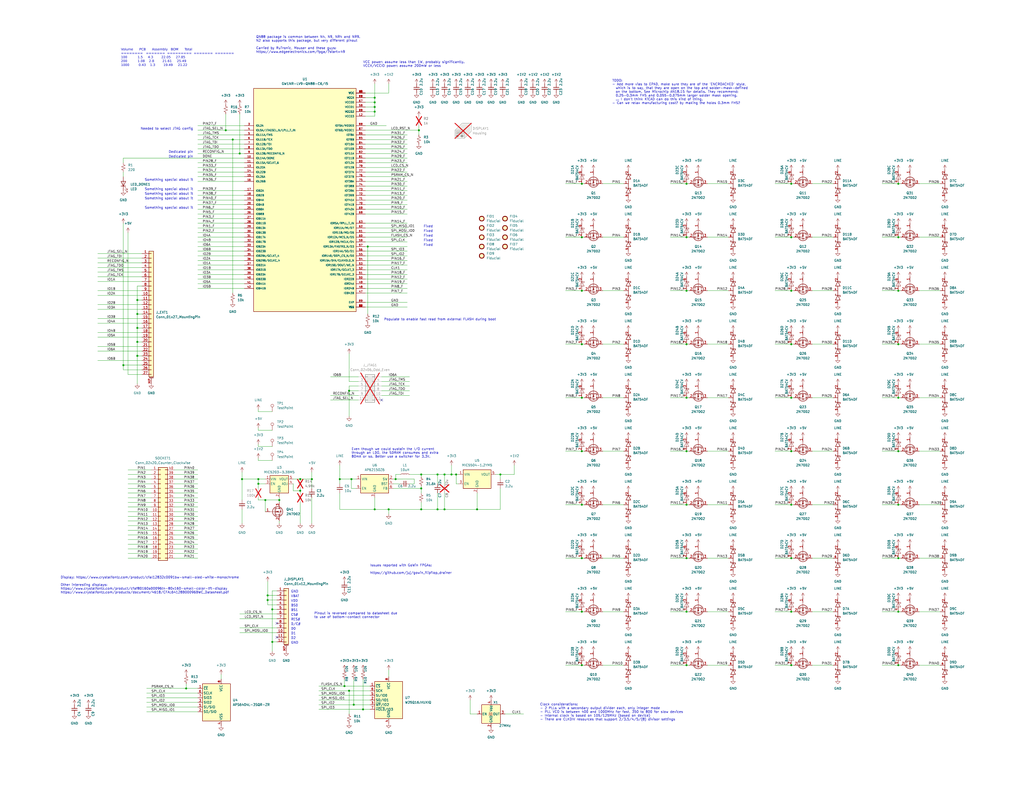
<source format=kicad_sch>
(kicad_sch (version 20231120) (generator "eeschema") (generator_version "8.0")
  (paper "C")
  (title_block (title "UNIC 40") (date "2023-11-24") (rev "1.0") (company "Modular Circuits"))
  (junction (at 490.22 129.54))
  (junction (at 242.57 259.08))
  (junction (at 490.22 187.96))
  (junction (at 317.5 246.38))
  (junction (at 490.22 100.33))
  (junction (at 490.22 334.01))
  (junction (at 204.47 60.96))
  (junction (at 132.08 261.62))
  (junction (at 229.87 278.13))
  (junction (at 74.93 171.45))
  (junction (at 74.93 163.83))
  (junction (at 317.5 158.75))
  (junction (at 374.65 304.8))
  (junction (at 146.05 325.12))
  (junction (at 148.59 332.74))
  (junction (at 273.05 259.08))
  (junction (at 490.22 246.38))
  (junction (at 431.8 129.54))
  (junction (at 152.4 273.05))
  (junction (at 200.66 134.62))
  (junction (at 317.5 217.17))
  (junction (at 144.78 273.05))
  (junction (at 490.22 304.8))
  (junction (at 228.6 71.12))
  (junction (at 229.87 266.7))
  (junction (at 431.8 363.22))
  (junction (at 317.5 187.96))
  (junction (at 317.5 100.33))
  (junction (at 204.47 55.88))
  (junction (at 374.65 363.22))
  (junction (at 431.8 100.33))
  (junction (at 431.8 304.8))
  (junction (at 490.22 363.22))
  (junction (at 74.93 179.07))
  (junction (at 67.31 199.39))
  (junction (at 248.92 259.08))
  (junction (at 431.8 187.96))
  (junction (at 140.97 264.16))
  (junction (at 193.04 384.81))
  (junction (at 317.5 275.59))
  (junction (at 190.5 377.19))
  (junction (at 374.65 129.54))
  (junction (at 431.8 217.17))
  (junction (at 317.5 334.01))
  (junction (at 127 76.2))
  (junction (at 431.8 158.75))
  (junction (at 229.87 259.08))
  (junction (at 238.76 259.08))
  (junction (at 431.8 334.01))
  (junction (at 185.42 261.62))
  (junction (at 146.05 327.66))
  (junction (at 246.38 259.08))
  (junction (at 374.65 334.01))
  (junction (at 374.65 100.33))
  (junction (at 317.5 304.8))
  (junction (at 431.8 246.38))
  (junction (at 163.83 261.62))
  (junction (at 198.12 387.35))
  (junction (at 204.47 58.42))
  (junction (at 490.22 275.59))
  (junction (at 374.65 246.38))
  (junction (at 431.8 275.59))
  (junction (at 374.65 187.96))
  (junction (at 490.22 217.17))
  (junction (at 123.19 71.12))
  (junction (at 204.47 278.13))
  (junction (at 101.6 375.92))
  (junction (at 374.65 158.75))
  (junction (at 238.76 278.13))
  (junction (at 190.5 213.36))
  (junction (at 490.22 158.75))
  (junction (at 170.18 261.62))
  (junction (at 148.59 350.52))
  (junction (at 242.57 278.13))
  (junction (at 260.35 278.13))
  (junction (at 204.47 53.34))
  (junction (at 163.83 267.97))
  (junction (at 187.96 374.65))
  (junction (at 374.65 275.59))
  (junction (at 74.93 186.69))
  (junction (at 191.77 261.62))
  (junction (at 140.97 261.62))
  (junction (at 212.09 278.13))
  (junction (at 317.5 363.22))
  (junction (at 215.9 261.62))
  (junction (at 374.65 217.17))
  (junction (at 74.93 194.31))
  (junction (at 130.81 83.82))
  (junction (at 317.5 129.54))
  (no_connect (at 208.28 218.44))
  (no_connect (at 151.13 347.98))
  (no_connect (at 151.13 340.36))
  (wire (pts (xy 199.39 144.78) (xy 222.25 144.78)))
  (wire (pts (xy 107.95 106.68) (xy 133.35 106.68)))
  (wire (pts (xy 275.59 389.89) (xy 285.75 389.89)))
  (wire (pts (xy 69.85 269.24) (xy 82.55 269.24)))
  (wire (pts (xy 95.25 289.56) (xy 107.95 289.56)))
  (wire (pts (xy 200.66 134.62) (xy 222.25 134.62)))
  (wire (pts (xy 481.33 304.8) (xy 490.22 304.8)))
  (wire (pts (xy 218.44 259.08) (xy 215.9 259.08)))
  (wire (pts (xy 501.65 158.75) (xy 513.08 158.75)))
  (wire (pts (xy 443.23 129.54) (xy 454.66 129.54)))
  (wire (pts (xy 374.65 363.22) (xy 375.92 363.22)))
  (wire (pts (xy 146.05 325.12) (xy 146.05 327.66)))
  (wire (pts (xy 67.31 86.36) (xy 133.35 86.36)))
  (wire (pts (xy 374.65 100.33) (xy 375.92 100.33)))
  (wire (pts (xy 204.47 271.78) (xy 204.47 278.13)))
  (wire (pts (xy 229.87 266.7) (xy 229.87 269.24)))
  (wire (pts (xy 107.95 88.9) (xy 133.35 88.9)))
  (wire (pts (xy 191.77 261.62) (xy 194.31 261.62)))
  (wire (pts (xy 199.39 165.1) (xy 222.25 165.1)))
  (wire (pts (xy 422.91 275.59) (xy 431.8 275.59)))
  (wire (pts (xy 123.19 62.23) (xy 123.19 71.12)))
  (wire (pts (xy 229.87 259.08) (xy 229.87 260.35)))
  (wire (pts (xy 140.97 264.16) (xy 140.97 266.7)))
  (wire (pts (xy 53.34 189.23) (xy 77.47 189.23)))
  (wire (pts (xy 308.61 100.33) (xy 317.5 100.33)))
  (wire (pts (xy 260.35 269.24) (xy 260.35 278.13)))
  (wire (pts (xy 228.6 71.12) (xy 228.6 73.66)))
  (wire (pts (xy 490.22 246.38) (xy 491.49 246.38)))
  (wire (pts (xy 163.83 274.32) (xy 163.83 285.75)))
  (wire (pts (xy 431.8 217.17) (xy 433.07 217.17)))
  (wire (pts (xy 53.34 146.05) (xy 77.47 146.05)))
  (wire (pts (xy 490.22 158.75) (xy 491.49 158.75)))
  (wire (pts (xy 204.47 45.72) (xy 204.47 53.34)))
  (wire (pts (xy 328.93 217.17) (xy 340.36 217.17)))
  (wire (pts (xy 490.22 304.8) (xy 491.49 304.8)))
  (wire (pts (xy 95.25 297.18) (xy 107.95 297.18)))
  (wire (pts (xy 163.83 266.7) (xy 163.83 267.97)))
  (wire (pts (xy 386.08 158.75) (xy 397.51 158.75)))
  (wire (pts (xy 229.87 274.32) (xy 229.87 278.13)))
  (wire (pts (xy 130.81 335.28) (xy 151.13 335.28)))
  (wire (pts (xy 151.13 330.2) (xy 146.05 330.2)))
  (wire (pts (xy 77.47 156.21) (xy 74.93 156.21)))
  (wire (pts (xy 199.39 81.28) (xy 222.25 81.28)))
  (wire (pts (xy 53.34 168.91) (xy 77.47 168.91)))
  (wire (pts (xy 194.31 266.7) (xy 191.77 266.7)))
  (wire (pts (xy 422.91 187.96) (xy 431.8 187.96)))
  (wire (pts (xy 208.28 208.28) (xy 223.52 208.28)))
  (wire (pts (xy 199.39 73.66) (xy 222.25 73.66)))
  (wire (pts (xy 74.93 156.21) (xy 74.93 163.83)))
  (wire (pts (xy 187.96 370.84) (xy 187.96 374.65)))
  (wire (pts (xy 308.61 217.17) (xy 317.5 217.17)))
  (wire (pts (xy 180.34 218.44) (xy 195.58 218.44)))
  (wire (pts (xy 208.28 215.9) (xy 223.52 215.9)))
  (wire (pts (xy 212.09 278.13) (xy 212.09 280.67)))
  (wire (pts (xy 308.61 129.54) (xy 317.5 129.54)))
  (wire (pts (xy 148.59 350.52) (xy 148.59 355.6)))
  (wire (pts (xy 481.33 275.59) (xy 490.22 275.59)))
  (wire (pts (xy 140.97 234.95) (xy 140.97 233.68)))
  (wire (pts (xy 69.85 297.18) (xy 82.55 297.18)))
  (wire (pts (xy 365.76 304.8) (xy 374.65 304.8)))
  (wire (pts (xy 431.8 187.96) (xy 433.07 187.96)))
  (wire (pts (xy 199.39 50.8) (xy 212.09 50.8)))
  (wire (pts (xy 490.22 363.22) (xy 491.49 363.22)))
  (wire (pts (xy 148.59 322.58) (xy 148.59 332.74)))
  (wire (pts (xy 199.39 78.74) (xy 222.25 78.74)))
  (wire (pts (xy 53.34 148.59) (xy 77.47 148.59)))
  (wire (pts (xy 501.65 129.54) (xy 513.08 129.54)))
  (wire (pts (xy 431.8 334.01) (xy 433.07 334.01)))
  (wire (pts (xy 140.97 271.78) (xy 140.97 273.05)))
  (wire (pts (xy 250.19 264.16) (xy 248.92 264.16)))
  (wire (pts (xy 101.6 373.38) (xy 101.6 375.92)))
  (wire (pts (xy 107.95 104.14) (xy 133.35 104.14)))
  (wire (pts (xy 229.87 265.43) (xy 229.87 266.7)))
  (wire (pts (xy 53.34 166.37) (xy 77.47 166.37)))
  (wire (pts (xy 74.93 163.83) (xy 77.47 163.83)))
  (wire (pts (xy 431.8 100.33) (xy 433.07 100.33)))
  (wire (pts (xy 190.5 213.36) (xy 195.58 213.36)))
  (wire (pts (xy 214.63 261.62) (xy 215.9 261.62)))
  (wire (pts (xy 95.25 304.8) (xy 107.95 304.8)))
  (wire (pts (xy 256.54 382.27) (xy 256.54 389.89)))
  (wire (pts (xy 501.65 100.33) (xy 513.08 100.33)))
  (wire (pts (xy 199.39 71.12) (xy 228.6 71.12)))
  (wire (pts (xy 107.95 93.98) (xy 133.35 93.98)))
  (wire (pts (xy 69.85 292.1) (xy 82.55 292.1)))
  (wire (pts (xy 431.8 246.38) (xy 433.07 246.38)))
  (wire (pts (xy 199.39 109.22) (xy 222.25 109.22)))
  (wire (pts (xy 74.93 163.83) (xy 74.93 171.45)))
  (wire (pts (xy 365.76 275.59) (xy 374.65 275.59)))
  (wire (pts (xy 77.47 204.47) (xy 69.85 204.47)))
  (wire (pts (xy 242.57 264.16) (xy 242.57 259.08)))
  (wire (pts (xy 95.25 261.62) (xy 107.95 261.62)))
  (wire (pts (xy 199.39 114.3) (xy 222.25 114.3)))
  (wire (pts (xy 317.5 246.38) (xy 318.77 246.38)))
  (wire (pts (xy 152.4 273.05) (xy 144.78 273.05)))
  (wire (pts (xy 199.39 76.2) (xy 222.25 76.2)))
  (wire (pts (xy 199.39 86.36) (xy 222.25 86.36)))
  (wire (pts (xy 95.25 264.16) (xy 107.95 264.16)))
  (wire (pts (xy 163.83 261.62) (xy 170.18 261.62)))
  (wire (pts (xy 67.31 121.92) (xy 67.31 199.39)))
  (wire (pts (xy 317.5 187.96) (xy 318.77 187.96)))
  (wire (pts (xy 501.65 217.17) (xy 513.08 217.17)))
  (wire (pts (xy 107.95 154.94) (xy 133.35 154.94)))
  (wire (pts (xy 80.01 375.92) (xy 101.6 375.92)))
  (wire (pts (xy 481.33 246.38) (xy 490.22 246.38)))
  (wire (pts (xy 53.34 158.75) (xy 77.47 158.75)))
  (wire (pts (xy 260.35 389.89) (xy 256.54 389.89)))
  (wire (pts (xy 173.99 384.81) (xy 193.04 384.81)))
  (wire (pts (xy 386.08 275.59) (xy 397.51 275.59)))
  (wire (pts (xy 365.76 246.38) (xy 374.65 246.38)))
  (wire (pts (xy 69.85 259.08) (xy 82.55 259.08)))
  (wire (pts (xy 148.59 251.46) (xy 140.97 251.46)))
  (wire (pts (xy 152.4 284.48) (xy 152.4 285.75)))
  (wire (pts (xy 501.65 275.59) (xy 513.08 275.59)))
  (wire (pts (xy 199.39 134.62) (xy 200.66 134.62)))
  (wire (pts (xy 69.85 276.86) (xy 82.55 276.86)))
  (wire (pts (xy 180.34 205.74) (xy 195.58 205.74)))
  (wire (pts (xy 212.09 45.72) (xy 212.09 50.8)))
  (wire (pts (xy 365.76 217.17) (xy 374.65 217.17)))
  (wire (pts (xy 107.95 149.86) (xy 133.35 149.86)))
  (wire (pts (xy 95.25 276.86) (xy 107.95 276.86)))
  (wire (pts (xy 212.09 278.13) (xy 229.87 278.13)))
  (wire (pts (xy 365.76 363.22) (xy 374.65 363.22)))
  (wire (pts (xy 140.97 273.05) (xy 144.78 273.05)))
  (wire (pts (xy 69.85 302.26) (xy 82.55 302.26)))
  (wire (pts (xy 204.47 53.34) (xy 199.39 53.34)))
  (wire (pts (xy 199.39 149.86) (xy 222.25 149.86)))
  (wire (pts (xy 238.76 278.13) (xy 242.57 278.13)))
  (wire (pts (xy 199.39 142.24) (xy 222.25 142.24)))
  (wire (pts (xy 365.76 334.01) (xy 374.65 334.01)))
  (wire (pts (xy 80.01 378.46) (xy 107.95 378.46)))
  (wire (pts (xy 317.5 304.8) (xy 318.77 304.8)))
  (wire (pts (xy 328.93 363.22) (xy 340.36 363.22)))
  (wire (pts (xy 328.93 187.96) (xy 340.36 187.96)))
  (wire (pts (xy 69.85 284.48) (xy 82.55 284.48)))
  (wire (pts (xy 260.35 278.13) (xy 273.05 278.13)))
  (wire (pts (xy 199.39 152.4) (xy 222.25 152.4)))
  (wire (pts (xy 308.61 363.22) (xy 317.5 363.22)))
  (wire (pts (xy 328.93 100.33) (xy 340.36 100.33)))
  (wire (pts (xy 431.8 275.59) (xy 433.07 275.59)))
  (wire (pts (xy 140.97 224.79) (xy 140.97 223.52)))
  (wire (pts (xy 422.91 304.8) (xy 431.8 304.8)))
  (wire (pts (xy 386.08 334.01) (xy 397.51 334.01)))
  (wire (pts (xy 107.95 142.24) (xy 133.35 142.24)))
  (wire (pts (xy 148.59 332.74) (xy 148.59 350.52)))
  (wire (pts (xy 67.31 93.98) (xy 67.31 96.52)))
  (wire (pts (xy 107.95 137.16) (xy 133.35 137.16)))
  (wire (pts (xy 163.83 267.97) (xy 163.83 269.24)))
  (wire (pts (xy 490.22 334.01) (xy 491.49 334.01)))
  (wire (pts (xy 120.65 368.3) (xy 120.65 370.84)))
  (wire (pts (xy 95.25 269.24) (xy 107.95 269.24)))
  (wire (pts (xy 199.39 68.58) (xy 210.82 68.58)))
  (wire (pts (xy 107.95 152.4) (xy 133.35 152.4)))
  (wire (pts (xy 317.5 334.01) (xy 318.77 334.01)))
  (wire (pts (xy 53.34 176.53) (xy 77.47 176.53)))
  (wire (pts (xy 199.39 91.44) (xy 222.25 91.44)))
  (wire (pts (xy 374.65 304.8) (xy 375.92 304.8)))
  (wire (pts (xy 95.25 271.78) (xy 107.95 271.78)))
  (wire (pts (xy 199.39 157.48) (xy 222.25 157.48)))
  (wire (pts (xy 185.42 269.24) (xy 185.42 278.13)))
  (wire (pts (xy 107.95 139.7) (xy 133.35 139.7)))
  (wire (pts (xy 95.25 266.7) (xy 107.95 266.7)))
  (wire (pts (xy 151.13 325.12) (xy 146.05 325.12)))
  (wire (pts (xy 431.8 158.75) (xy 433.07 158.75)))
  (wire (pts (xy 328.93 334.01) (xy 340.36 334.01)))
  (wire (pts (xy 273.05 259.08) (xy 273.05 261.62)))
  (wire (pts (xy 481.33 100.33) (xy 490.22 100.33)))
  (wire (pts (xy 501.65 187.96) (xy 513.08 187.96)))
  (wire (pts (xy 481.33 129.54) (xy 490.22 129.54)))
  (wire (pts (xy 443.23 246.38) (xy 454.66 246.38)))
  (wire (pts (xy 133.35 83.82) (xy 130.81 83.82)))
  (wire (pts (xy 248.92 264.16) (xy 248.92 259.08)))
  (wire (pts (xy 74.93 171.45) (xy 77.47 171.45)))
  (wire (pts (xy 443.23 187.96) (xy 454.66 187.96)))
  (wire (pts (xy 123.19 71.12) (xy 133.35 71.12)))
  (wire (pts (xy 273.05 266.7) (xy 273.05 278.13)))
  (wire (pts (xy 223.52 259.08) (xy 229.87 259.08)))
  (wire (pts (xy 107.95 78.74) (xy 133.35 78.74)))
  (wire (pts (xy 185.42 254) (xy 185.42 261.62)))
  (wire (pts (xy 69.85 289.56) (xy 82.55 289.56)))
  (wire (pts (xy 173.99 374.65) (xy 187.96 374.65)))
  (wire (pts (xy 308.61 275.59) (xy 317.5 275.59)))
  (wire (pts (xy 328.93 304.8) (xy 340.36 304.8)))
  (wire (pts (xy 386.08 304.8) (xy 397.51 304.8)))
  (wire (pts (xy 148.59 322.58) (xy 151.13 322.58)))
  (wire (pts (xy 443.23 275.59) (xy 454.66 275.59)))
  (wire (pts (xy 490.22 187.96) (xy 491.49 187.96)))
  (wire (pts (xy 170.18 285.75) (xy 170.18 271.78)))
  (wire (pts (xy 193.04 370.84) (xy 193.04 384.81)))
  (wire (pts (xy 190.5 377.19) (xy 201.93 377.19)))
  (wire (pts (xy 77.47 199.39) (xy 67.31 199.39)))
  (wire (pts (xy 152.4 273.05) (xy 152.4 274.32)))
  (wire (pts (xy 200.66 134.62) (xy 200.66 171.45)))
  (wire (pts (xy 204.47 55.88) (xy 204.47 53.34)))
  (wire (pts (xy 74.93 171.45) (xy 74.93 179.07)))
  (wire (pts (xy 74.93 194.31) (xy 74.93 209.55)))
  (wire (pts (xy 130.81 337.82) (xy 151.13 337.82)))
  (wire (pts (xy 140.97 261.62) (xy 140.97 264.16)))
  (wire (pts (xy 107.95 127) (xy 133.35 127)))
  (wire (pts (xy 67.31 86.36) (xy 67.31 88.9)))
  (wire (pts (xy 148.59 332.74) (xy 151.13 332.74)))
  (wire (pts (xy 53.34 196.85) (xy 77.47 196.85)))
  (wire (pts (xy 148.59 224.79) (xy 140.97 224.79)))
  (wire (pts (xy 95.25 294.64) (xy 107.95 294.64)))
  (wire (pts (xy 199.39 129.54) (xy 222.25 129.54)))
  (wire (pts (xy 95.25 281.94) (xy 107.95 281.94)))
  (wire (pts (xy 365.76 187.96) (xy 374.65 187.96)))
  (wire (pts (xy 53.34 191.77) (xy 77.47 191.77)))
  (wire (pts (xy 328.93 246.38) (xy 340.36 246.38)))
  (wire (pts (xy 374.65 246.38) (xy 375.92 246.38)))
  (wire (pts (xy 80.01 383.54) (xy 107.95 383.54)))
  (wire (pts (xy 215.9 261.62) (xy 226.06 261.62)))
  (wire (pts (xy 199.39 147.32) (xy 222.25 147.32)))
  (wire (pts (xy 443.23 158.75) (xy 454.66 158.75)))
  (wire (pts (xy 132.08 257.81) (xy 132.08 261.62)))
  (wire (pts (xy 173.99 382.27) (xy 201.93 382.27)))
  (wire (pts (xy 443.23 334.01) (xy 454.66 334.01)))
  (wire (pts (xy 199.39 101.6) (xy 222.25 101.6)))
  (wire (pts (xy 481.33 334.01) (xy 490.22 334.01)))
  (wire (pts (xy 238.76 269.24) (xy 238.76 278.13)))
  (wire (pts (xy 228.6 68.58) (xy 228.6 71.12)))
  (wire (pts (xy 204.47 63.5) (xy 204.47 60.96)))
  (wire (pts (xy 69.85 266.7) (xy 82.55 266.7)))
  (wire (pts (xy 53.34 173.99) (xy 77.47 173.99)))
  (wire (pts (xy 422.91 129.54) (xy 431.8 129.54)))
  (wire (pts (xy 208.28 213.36) (xy 223.52 213.36)))
  (wire (pts (xy 107.95 134.62) (xy 133.35 134.62)))
  (wire (pts (xy 107.95 91.44) (xy 133.35 91.44)))
  (wire (pts (xy 140.97 261.62) (xy 144.78 261.62)))
  (wire (pts (xy 229.87 259.08) (xy 238.76 259.08)))
  (wire (pts (xy 190.5 210.82) (xy 190.5 213.36)))
  (wire (pts (xy 95.25 274.32) (xy 107.95 274.32)))
  (wire (pts (xy 160.02 264.16) (xy 160.02 267.97)))
  (wire (pts (xy 130.81 342.9) (xy 151.13 342.9)))
  (wire (pts (xy 431.8 304.8) (xy 433.07 304.8)))
  (wire (pts (xy 69.85 304.8) (xy 82.55 304.8)))
  (wire (pts (xy 199.39 111.76) (xy 222.25 111.76)))
  (wire (pts (xy 95.25 292.1) (xy 107.95 292.1)))
  (wire (pts (xy 107.95 73.66) (xy 133.35 73.66)))
  (wire (pts (xy 74.93 179.07) (xy 77.47 179.07)))
  (wire (pts (xy 95.25 287.02) (xy 107.95 287.02)))
  (wire (pts (xy 69.85 294.64) (xy 82.55 294.64)))
  (wire (pts (xy 242.57 259.08) (xy 238.76 259.08)))
  (wire (pts (xy 95.25 256.54) (xy 107.95 256.54)))
  (wire (pts (xy 212.09 365.76) (xy 212.09 369.57)))
  (wire (pts (xy 146.05 327.66) (xy 151.13 327.66)))
  (wire (pts (xy 208.28 205.74) (xy 223.52 205.74)))
  (wire (pts (xy 173.99 387.35) (xy 198.12 387.35)))
  (wire (pts (xy 374.65 158.75) (xy 375.92 158.75)))
  (wire (pts (xy 422.91 246.38) (xy 431.8 246.38)))
  (wire (pts (xy 53.34 181.61) (xy 77.47 181.61)))
  (wire (pts (xy 193.04 384.81) (xy 201.93 384.81)))
  (wire (pts (xy 199.39 106.68) (xy 222.25 106.68)))
  (wire (pts (xy 365.76 158.75) (xy 374.65 158.75)))
  (wire (pts (xy 74.93 186.69) (xy 74.93 194.31)))
  (wire (pts (xy 95.25 259.08) (xy 107.95 259.08)))
  (wire (pts (xy 365.76 129.54) (xy 374.65 129.54)))
  (wire (pts (xy 248.92 259.08) (xy 250.19 259.08)))
  (wire (pts (xy 490.22 129.54) (xy 491.49 129.54)))
  (wire (pts (xy 386.08 187.96) (xy 397.51 187.96)))
  (wire (pts (xy 130.81 62.23) (xy 130.81 83.82)))
  (wire (pts (xy 199.39 121.92) (xy 222.25 121.92)))
  (wire (pts (xy 170.18 261.62) (xy 170.18 266.7)))
  (wire (pts (xy 317.5 129.54) (xy 318.77 129.54)))
  (wire (pts (xy 146.05 317.5) (xy 146.05 325.12)))
  (wire (pts (xy 180.34 215.9) (xy 195.58 215.9)))
  (wire (pts (xy 422.91 217.17) (xy 431.8 217.17)))
  (wire (pts (xy 53.34 143.51) (xy 77.47 143.51)))
  (wire (pts (xy 185.42 261.62) (xy 185.42 264.16)))
  (wire (pts (xy 490.22 217.17) (xy 491.49 217.17)))
  (wire (pts (xy 69.85 271.78) (xy 82.55 271.78)))
  (wire (pts (xy 481.33 363.22) (xy 490.22 363.22)))
  (wire (pts (xy 198.12 370.84) (xy 198.12 387.35)))
  (wire (pts (xy 132.08 285.75) (xy 132.08 278.13)))
  (wire (pts (xy 107.95 129.54) (xy 133.35 129.54)))
  (wire (pts (xy 69.85 127) (xy 69.85 204.47)))
  (wire (pts (xy 308.61 304.8) (xy 317.5 304.8)))
  (wire (pts (xy 199.39 167.64) (xy 222.25 167.64)))
  (wire (pts (xy 215.9 259.08) (xy 215.9 261.62)))
  (wire (pts (xy 80.01 388.62) (xy 107.95 388.62)))
  (wire (pts (xy 229.87 278.13) (xy 238.76 278.13)))
  (wire (pts (xy 443.23 363.22) (xy 454.66 363.22)))
  (wire (pts (xy 107.95 111.76) (xy 133.35 111.76)))
  (wire (pts (xy 246.38 254) (xy 246.38 259.08)))
  (wire (pts (xy 199.39 132.08) (xy 222.25 132.08)))
  (wire (pts (xy 107.95 114.3) (xy 133.35 114.3)))
  (wire (pts (xy 53.34 138.43) (xy 77.47 138.43)))
  (wire (pts (xy 107.95 71.12) (xy 123.19 71.12)))
  (wire (pts (xy 144.78 273.05) (xy 144.78 279.4)))
  (wire (pts (xy 173.99 377.19) (xy 190.5 377.19)))
  (wire (pts (xy 481.33 158.75) (xy 490.22 158.75)))
  (wire (pts (xy 69.85 274.32) (xy 82.55 274.32)))
  (wire (pts (xy 280.67 259.08) (xy 280.67 254)))
  (wire (pts (xy 107.95 121.92) (xy 133.35 121.92)))
  (wire (pts (xy 132.08 273.05) (xy 132.08 261.62)))
  (wire (pts (xy 422.91 100.33) (xy 431.8 100.33)))
  (wire (pts (xy 107.95 96.52) (xy 133.35 96.52)))
  (wire (pts (xy 270.51 259.08) (xy 273.05 259.08)))
  (wire (pts (xy 365.76 100.33) (xy 374.65 100.33)))
  (wire (pts (xy 69.85 299.72) (xy 82.55 299.72)))
  (wire (pts (xy 199.39 96.52) (xy 222.25 96.52)))
  (wire (pts (xy 107.95 147.32) (xy 133.35 147.32)))
  (wire (pts (xy 308.61 187.96) (xy 317.5 187.96)))
  (wire (pts (xy 80.01 381) (xy 107.95 381)))
  (wire (pts (xy 144.78 264.16) (xy 140.97 264.16)))
  (wire (pts (xy 199.39 55.88) (xy 204.47 55.88)))
  (wire (pts (xy 80.01 386.08) (xy 107.95 386.08)))
  (wire (pts (xy 374.65 129.54) (xy 375.92 129.54)))
  (wire (pts (xy 481.33 217.17) (xy 490.22 217.17)))
  (wire (pts (xy 386.08 246.38) (xy 397.51 246.38)))
  (wire (pts (xy 443.23 217.17) (xy 454.66 217.17)))
  (wire (pts (xy 199.39 93.98) (xy 222.25 93.98)))
  (wire (pts (xy 246.38 259.08) (xy 248.92 259.08)))
  (wire (pts (xy 386.08 129.54) (xy 397.51 129.54)))
  (wire (pts (xy 204.47 58.42) (xy 204.47 55.88)))
  (wire (pts (xy 148.59 243.84) (xy 140.97 243.84)))
  (wire (pts (xy 199.39 160.02) (xy 222.25 160.02)))
  (wire (pts (xy 190.5 389.89) (xy 190.5 377.19)))
  (wire (pts (xy 69.85 256.54) (xy 82.55 256.54)))
  (wire (pts (xy 107.95 132.08) (xy 133.35 132.08)))
  (wire (pts (xy 107.95 83.82) (xy 130.81 83.82)))
  (wire (pts (xy 95.25 284.48) (xy 107.95 284.48)))
  (wire (pts (xy 317.5 363.22) (xy 318.77 363.22)))
  (wire (pts (xy 146.05 327.66) (xy 146.05 330.2)))
  (wire (pts (xy 199.39 104.14) (xy 222.25 104.14)))
  (wire (pts (xy 443.23 100.33) (xy 454.66 100.33)))
  (wire (pts (xy 160.02 261.62) (xy 163.83 261.62)))
  (wire (pts (xy 187.96 374.65) (xy 201.93 374.65)))
  (wire (pts (xy 328.93 158.75) (xy 340.36 158.75)))
  (wire (pts (xy 53.34 161.29) (xy 77.47 161.29)))
  (wire (pts (xy 101.6 375.92) (xy 107.95 375.92)))
  (wire (pts (xy 107.95 124.46) (xy 133.35 124.46)))
  (wire (pts (xy 199.39 58.42) (xy 204.47 58.42)))
  (wire (pts (xy 443.23 304.8) (xy 454.66 304.8)))
  (wire (pts (xy 501.65 334.01) (xy 513.08 334.01)))
  (wire (pts (xy 501.65 304.8) (xy 513.08 304.8)))
  (wire (pts (xy 204.47 278.13) (xy 212.09 278.13)))
  (wire (pts (xy 199.39 139.7) (xy 222.25 139.7)))
  (wire (pts (xy 53.34 153.67) (xy 77.47 153.67)))
  (wire (pts (xy 374.65 334.01) (xy 375.92 334.01)))
  (wire (pts (xy 308.61 246.38) (xy 317.5 246.38)))
  (wire (pts (xy 198.12 387.35) (xy 201.93 387.35)))
  (wire (pts (xy 132.08 261.62) (xy 140.97 261.62)))
  (wire (pts (xy 422.91 158.75) (xy 431.8 158.75)))
  (wire (pts (xy 191.77 261.62) (xy 185.42 261.62)))
  (wire (pts (xy 53.34 140.97) (xy 77.47 140.97)))
  (wire (pts (xy 95.25 302.26) (xy 107.95 302.26)))
  (wire (pts (xy 69.85 281.94) (xy 82.55 281.94)))
  (wire (pts (xy 195.58 208.28) (xy 190.5 208.28)))
  (wire (pts (xy 185.42 278.13) (xy 204.47 278.13)))
  (wire (pts (xy 148.59 234.95) (xy 140.97 234.95)))
  (wire (pts (xy 199.39 99.06) (xy 222.25 99.06)))
  (wire (pts (xy 199.39 137.16) (xy 222.25 137.16)))
  (wire (pts (xy 501.65 363.22) (xy 513.08 363.22)))
  (wire (pts (xy 152.4 271.78) (xy 152.4 273.05)))
  (wire (pts (xy 317.5 158.75) (xy 318.77 158.75)))
  (wire (pts (xy 431.8 363.22) (xy 433.07 363.22)))
  (wire (pts (xy 481.33 187.96) (xy 490.22 187.96)))
  (wire (pts (xy 317.5 100.33) (xy 318.77 100.33)))
  (wire (pts (xy 199.39 116.84) (xy 222.25 116.84)))
  (wire (pts (xy 386.08 100.33) (xy 397.51 100.33)))
  (wire (pts (xy 107.95 68.58) (xy 133.35 68.58)))
  (wire (pts (xy 422.91 363.22) (xy 431.8 363.22)))
  (wire (pts (xy 317.5 217.17) (xy 318.77 217.17)))
  (wire (pts (xy 422.91 334.01) (xy 431.8 334.01)))
  (wire (pts (xy 328.93 275.59) (xy 340.36 275.59)))
  (wire (pts (xy 223.52 264.16) (xy 226.06 264.16)))
  (wire (pts (xy 431.8 129.54) (xy 433.07 129.54)))
  (wire (pts (xy 107.95 76.2) (xy 127 76.2)))
  (wire (pts (xy 386.08 217.17) (xy 397.51 217.17)))
  (wire (pts (xy 199.39 88.9) (xy 222.25 88.9)))
  (wire (pts (xy 133.35 76.2) (xy 127 76.2)))
  (wire (pts (xy 107.95 144.78) (xy 133.35 144.78)))
  (wire (pts (xy 374.65 217.17) (xy 375.92 217.17)))
  (wire (pts (xy 53.34 184.15) (xy 77.47 184.15)))
  (wire (pts (xy 199.39 127) (xy 222.25 127)))
  (wire (pts (xy 127 76.2) (xy 127 160.02)))
  (wire (pts (xy 208.28 210.82) (xy 223.52 210.82)))
  (wire (pts (xy 238.76 259.08) (xy 238.76 264.16)))
  (wire (pts (xy 199.39 154.94) (xy 222.25 154.94)))
  (wire (pts (xy 199.39 83.82) (xy 222.25 83.82)))
  (wire (pts (xy 95.25 279.4) (xy 107.95 279.4)))
  (wire (pts (xy 67.31 201.93) (xy 67.31 199.39)))
  (wire (pts (xy 191.77 266.7) (xy 191.77 261.62)))
  (wire (pts (xy 69.85 261.62) (xy 82.55 261.62)))
  (wire (pts (xy 308.61 334.01) (xy 317.5 334.01)))
  (wire (pts (xy 107.95 157.48) (xy 133.35 157.48)))
  (wire (pts (xy 214.63 266.7) (xy 229.87 266.7)))
  (wire (pts (xy 242.57 269.24) (xy 242.57 278.13)))
  (wire (pts (xy 74.93 179.07) (xy 74.93 186.69)))
  (wire (pts (xy 501.65 246.38) (xy 513.08 246.38)))
  (wire (pts (xy 195.58 210.82) (xy 190.5 210.82)))
  (wire (pts (xy 328.93 129.54) (xy 340.36 129.54)))
  (wire (pts (xy 107.95 116.84) (xy 133.35 116.84)))
  (wire (pts (xy 214.63 264.16) (xy 218.44 264.16)))
  (wire (pts (xy 151.13 350.52) (xy 148.59 350.52)))
  (wire (pts (xy 107.95 109.22) (xy 133.35 109.22)))
  (wire (pts (xy 490.22 100.33) (xy 491.49 100.33)))
  (wire (pts (xy 69.85 287.02) (xy 82.55 287.02)))
  (wire (pts (xy 69.85 279.4) (xy 82.55 279.4)))
  (wire (pts (xy 273.05 259.08) (xy 280.67 259.08)))
  (wire (pts (xy 190.5 193.04) (xy 190.5 208.28)))
  (wire (pts (xy 53.34 151.13) (xy 77.47 151.13)))
  (wire (pts (xy 204.47 60.96) (xy 204.47 58.42)))
  (wire (pts (xy 140.97 243.84) (xy 140.97 242.57)))
  (wire (pts (xy 95.25 299.72) (xy 107.95 299.72)))
  (wire (pts (xy 160.02 267.97) (xy 163.83 267.97)))
  (wire (pts (xy 107.95 99.06) (xy 133.35 99.06)))
  (wire (pts (xy 374.65 275.59) (xy 375.92 275.59)))
  (wire (pts (xy 308.61 158.75) (xy 317.5 158.75)))
  (wire (pts (xy 242.57 278.13) (xy 260.35 278.13)))
  (wire (pts (xy 140.97 251.46) (xy 140.97 250.19)))
  (wire (pts (xy 199.39 60.96) (xy 204.47 60.96)))
  (wire (pts (xy 173.99 379.73) (xy 201.93 379.73)))
  (wire (pts (xy 317.5 275.59) (xy 318.77 275.59)))
  (wire (pts (xy 74.93 186.69) (xy 77.47 186.69)))
  (wire (pts (xy 69.85 264.16) (xy 82.55 264.16)))
  (wire (pts (xy 77.47 201.93) (xy 67.31 201.93)))
  (wire (pts (xy 386.08 363.22) (xy 397.51 363.22)))
  (wire (pts (xy 374.65 187.96) (xy 375.92 187.96)))
  (wire (pts (xy 170.18 261.62) (xy 170.18 257.81)))
  (wire (pts (xy 199.39 63.5) (xy 204.47 63.5)))
  (wire (pts (xy 226.06 264.16) (xy 226.06 261.62)))
  (wire (pts (xy 490.22 275.59) (xy 491.49 275.59)))
  (wire (pts (xy 107.95 81.28) (xy 133.35 81.28)))
  (wire (pts (xy 190.5 213.36) (xy 190.5 227.33)))
  (wire (pts (xy 74.93 194.31) (xy 77.47 194.31)))
  (wire (pts (xy 199.39 124.46) (xy 222.25 124.46)))
  (wire (pts (xy 242.57 259.08) (xy 246.38 259.08)))
  (wire (pts (xy 107.95 119.38) (xy 133.35 119.38)))
  (wire (pts (xy 130.81 345.44) (xy 151.13 345.44)))
  (text "Issues reported with GoWin FPGAs:\n\nhttps://github.com/juj/gowin_flipflop_drainer" (at 201.93 313.69 0) (effects (font (size 1.27 1.27)) (justify left bottom)))
  (text "Populate to enable fast read from external FLASH during boot" (at 209.55 175.26 0) (effects (font (size 1.27 1.27)) (justify left bottom)))
  (text "Pinout is reversed compared to datasheet due\nto use of bottom-contact connector" (at 171.45 337.82 0) (effects (font (size 1.27 1.27)) (justify left bottom)))
  (text "Fixed" (at 231.14 134.62 0) (effects (font (size 1.27 1.27)) (justify left bottom)))
  (text "Something special about it" (at 105.41 109.22 0) (effects (font (size 1.27 1.27)) (justify right bottom)))
  (text "CS#" (at 158.75 336.55 0) (effects (font (size 1.27 1.27)) (justify left bottom)))
  (text "TODO:\n- Add more vias to EPAD, make sure they are of the 'ENCROACHED' style,\n  which is to say, that they are open on the top and solder-mask-defined\n  on the bottom. See Microchip AN18.15 for details. They recommend:\n  0.25-0.3mm FHS and 0.055-0.075mm larger solder mask opening.\n  ... I don't think KiCAD can do this kind of thing.\n- Can we relax manufacturing cost? by making the holes 0.3mm FHS?" (at 334.01 57.15 0) (effects (font (size 1.27 1.27)) (justify left bottom)))
  (text "GND" (at 158.75 351.79 0) (effects (font (size 1.27 1.27)) (justify left bottom)))
  (text "Volume      PCB      Assembly   BOM      Total\n========   =======  =========  =======  =======\n100          1.5     4.3        22.05     27.85\n200          1.08    2.8        21.61     25.49\n1000         0.43    1.3        19.49     21.22" (at 66.04 36.83 0) (effects (font (size 1.27 1.27)) (justify left bottom)))
  (text "GND" (at 158.75 323.85 0) (effects (font (size 1.27 1.27)) (justify left bottom)))
  (text "Something special about it" (at 105.41 114.3 0) (effects (font (size 1.27 1.27)) (justify right bottom)))
  (text "VCC power: assume less than 1W, probably significantly.\nVCCX/VCCIO power: assume 200mW or less" (at 198.12 36.83 0) (effects (font (size 1.27 1.27)) (justify left bottom)))
  (text "D0" (at 158.75 344.17 0) (effects (font (size 1.27 1.27)) (justify left bottom)))
  (text "Fixed" (at 231.14 129.54 0) (effects (font (size 1.27 1.27)) (justify left bottom)))
  (text "Clock considerations:\n- 2 PLLs with a secondary output divider each, only integer mode\n- PLL VCO is between 400 and 1000MHz for fast, 350 to 800 for slow devices\n- Internal clock is based on 105/125MHz (based on device)\n- There are CLKDIV resources that support 2/3.5/4/5/(8) divisor settings" (at 294.64 393.7 0) (effects (font (size 1.27 1.27)) (justify left bottom)))
  (text "Even though we could sustain the I/O current\nthrough an LDO, the SDRAM consumes and extra\n80mA or so. Better use a switcher for 3.3V." (at 191.77 250.19 0) (effects (font (size 1.27 1.27)) (justify left bottom)))
  (text "Dedicated pin" (at 105.41 86.36 0) (effects (font (size 1.27 1.27)) (justify right bottom)))
  (text "Fixed" (at 231.14 132.08 0) (effects (font (size 1.27 1.27)) (justify left bottom)))
  (text "VDD" (at 158.75 328.93 0) (effects (font (size 1.27 1.27)) (justify left bottom)))
  (text "RES#" (at 158.75 339.09 0) (effects (font (size 1.27 1.27)) (justify left bottom)))
  (text "Something special about it" (at 105.41 104.14 0) (effects (font (size 1.27 1.27)) (justify right bottom)))
  (text "D1" (at 158.75 346.71 0) (effects (font (size 1.27 1.27)) (justify left bottom)))
  (text "Needed to select JTAG config" (at 105.41 71.12 0) (effects (font (size 1.27 1.27)) (justify right bottom)))
  (text "BS1" (at 158.75 334.01 0) (effects (font (size 1.27 1.27)) (justify left bottom)))
  (text "Something special about it" (at 105.41 99.06 0) (effects (font (size 1.27 1.27)) (justify right bottom)))
  (text "D2" (at 158.75 349.25 0) (effects (font (size 1.27 1.27)) (justify left bottom)))
  (text "QN88 package is common between N4, N9, NR4 and NR9.\nN2 also supports this package, but very different pinout\n\nCarried by RuTronic, Mouser and these guys:\nhttps://www.edgeelectronics.com/fpga/?start=49\n" (at 139.7 29.21 0) (effects (font (size 1.27 1.27)) (justify left bottom)))
  (text "Fixed" (at 231.14 124.46 0) (effects (font (size 1.27 1.27)) (justify left bottom)))
  (text "Fixed" (at 231.14 127 0) (effects (font (size 1.27 1.27)) (justify left bottom)))
  (text "Dedicated pin" (at 105.41 83.82 0) (effects (font (size 1.27 1.27)) (justify right bottom)))
  (text "D/C#" (at 158.75 341.63 0) (effects (font (size 1.27 1.27)) (justify left bottom)))
  (text "Display: https://www.crystalfontz.com/product/cfal12832c0091bw-small-oled-white-monochrome\n\nOther interesting displays:\nhttps://www.crystalfontz.com/product/cfaf80160a00096tn-80x160-small-color-tft-display\nhttps://www.crystalfontz.com/products/document/4618/CFAL64128B00096BWC_Datasheet.pdf\n\n" (at 33.02 326.39 0) (effects (font (size 1.27 1.27)) (justify left bottom)))
  (text "BS0" (at 158.75 331.47 0) (effects (font (size 1.27 1.27)) (justify left bottom)))
  (text "VBAT" (at 158.75 326.39 0) (effects (font (size 1.27 1.27)) (justify left bottom)))
  (text "Something special about it" (at 105.41 106.68 0) (effects (font (size 1.27 1.27)) (justify right bottom)))
  (label "PIN7" (at 74.93 271.78 0))
  (label "PIN22" (at 100.33 302.26 0))
  (label "PIN23_F" (at 213.36 88.9 0))
  (label "PIN22" (at 448.31 100.33 0))
  (label "LCD_RST_N" (at 133.35 337.82 0))
  (label "SPI_CLK" (at 133.35 342.9 0))
  (label "SPI_IO2" (at 82.55 383.54 0))
  (label "RECONFIG_N" (at 110.49 83.82 0))
  (label "PIN9" (at 74.93 276.86 0))
  (label "PIN12_F" (at 365.76 158.75 0))
  (label "PIN26_F" (at 213.36 76.2 0))
  (label "PIN39_F" (at 481.33 275.59 0))
  (label "PIN37_F" (at 110.49 111.76 0))
  (label "SPI_IO3" (at 175.26 387.35 0))
  (label "IO1A" (at 110.49 144.78 0))
  (label "IO6B" (at 110.49 137.16 0))
  (label "PIN24_F" (at 422.91 246.38 0))
  (label "PIN13" (at 74.93 287.02 0))
  (label "IO5B" (at 58.42 189.23 0))
  (label "PIN6" (at 74.93 269.24 0))
  (label "PIN16_F" (at 213.36 142.24 0))
  (label "PIN13_F" (at 213.36 106.68 0))
  (label "FLASH_CS_N" (at 175.26 374.65 0))
  (label "GND" (at 201.93 68.58 0))
  (label "PIN14_F" (at 213.36 121.92 0))
  (label "SPI_CLK" (at 213.36 132.08 0))
  (label "SPI_MOSI_IO0" (at 133.35 345.44 0))
  (label "PIN18" (at 391.16 187.96 0))
  (label "PIN11_F" (at 213.36 104.14 0))
  (label "PIN28_F" (at 422.91 158.75 0))
  (label "PIN35" (at 506.73 187.96 0))
  (label "PSRAM_CS_N" (at 82.55 375.92 0))
  (label "SPI_MOSI_IO0" (at 175.26 379.73 0))
  (label "PIN9" (at 334.01 334.01 0))
  (label "PIN29_F" (at 422.91 304.8 0))
  (label "PIN11" (at 74.93 281.94 0))
  (label "PIN5" (at 334.01 304.8 0))
  (label "PIN4" (at 334.01 129.54 0))
  (label "PIN35_F" (at 481.33 187.96 0))
  (label "PIN10_F" (at 213.36 114.3 0))
  (label "PIN12_F" (at 213.36 152.4 0))
  (label "PIN31_F" (at 213.36 73.66 0))
  (label "PIN20" (at 74.93 304.8 0))
  (label "IO4A" (at 58.42 176.53 0))
  (label "PIN32_F" (at 213.36 78.74 0))
  (label "PIN9_F" (at 308.61 334.01 0))
  (label "PIN25_F" (at 422.91 217.17 0))
  (label "PIN34" (at 506.73 217.17 0))
  (label "JTAG_TDI" (at 212.09 215.9 0))
  (label "IO2B" (at 110.49 139.7 0))
  (label "IO6A" (at 58.42 191.77 0))
  (label "PSRAM_CS_N" (at 213.36 96.52 0))
  (label "PIN27" (at 100.33 289.56 0))
  (label "PIN40_F" (at 481.33 363.22 0))
  (label "JTAG_TDO" (at 58.42 146.05 0))
  (label "IO3A" (at 110.49 149.86 0))
  (label "PIN26" (at 506.73 100.33 0))
  (label "PIN7_F" (at 213.36 160.02 0))
  (label "PIN39_F" (at 110.49 104.14 0))
  (label "PIN19_F" (at 213.36 154.94 0))
  (label "PIN31" (at 100.33 279.4 0))
  (label "PIN12" (at 391.16 158.75 0))
  (label "PIN8" (at 334.01 217.17 0))
  (label "PIN22_F" (at 213.36 93.98 0))
  (label "PIN36" (at 100.33 266.7 0))
  (label "PIN38" (at 506.73 304.8 0))
  (label "GND" (at 213.36 167.64 0))
  (label "JTAG_TDI" (at 58.42 140.97 0))
  (label "PIN24_F" (at 213.36 83.82 0))
  (label "PIN19_F" (at 365.76 363.22 0))
  (label "PIN4" (at 74.93 264.16 0))
  (label "IO6A" (at 212.09 205.74 0))
  (label "LCD_CS_N" (at 213.36 91.44 0))
  (label "PIN33" (at 100.33 274.32 0))
  (label "IO4B" (at 58.42 181.61 0))
  (label "IO5A" (at 110.49 154.94 0))
  (label "PIN18_F" (at 213.36 149.86 0))
  (label "PIN30_F" (at 213.36 101.6 0))
  (label "PIN6_F" (at 110.49 114.3 0))
  (label "JTAG_TCK" (at 110.49 76.2 0))
  (label "PIN37_F" (at 481.33 334.01 0))
  (label "IO1A" (at 58.42 153.67 0))
  (label "PIN5" (at 74.93 266.7 0))
  (label "PIN20_F" (at 213.36 109.22 0))
  (label "PIN18" (at 74.93 299.72 0))
  (label "RECONFIG_N" (at 58.42 143.51 0))
  (label "PIN34_F" (at 481.33 217.17 0))
  (label "PIN29_F" (at 213.36 86.36 0))
  (label "PIN40_F" (at 110.49 109.22 0))
  (label "PIN3_F" (at 308.61 158.75 0))
  (label "PIN16" (at 391.16 246.38 0))
  (label "PIN30_F" (at 422.91 187.96 0))
  (label "PIN21_F" (at 422.91 129.54 0))
  (label "PIN33" (at 506.73 246.38 0))
  (label "PIN14" (at 391.16 129.54 0))
  (label "PIN33_F" (at 110.49 91.44 0))
  (label "PIN16" (at 74.93 294.64 0))
  (label "IO5B" (at 110.49 157.48 0))
  (label "PIN27_F" (at 110.49 68.58 0))
  (label "PIN34_F" (at 110.49 93.98 0))
  (label "PIN8" (at 74.93 274.32 0))
  (label "PIN37" (at 100.33 264.16 0))
  (label "PIN2" (at 334.01 187.96 0))
  (label "SPI_MISO_IO1" (at 82.55 388.62 0))
  (label "PIN24" (at 100.33 297.18 0))
  (label "PIN16_F" (at 365.76 246.38 0))
  (label "PIN32" (at 100.33 276.86 0))
  (label "SPI_MISO_IO1" (at 175.26 382.27 0))
  (label "PIN1_F" (at 110.49 124.46 0))
  (label "PIN7_F" (at 308.61 246.38 0))
  (label "IO2A" (at 110.49 142.24 0))
  (label "LCD_RST_N" (at 213.36 71.12 0))
  (label "PIN11_F" (at 365.76 275.59 0))
  (label "PIN4_F" (at 308.61 129.54 0))
  (label "SPI_MISO_IO1" (at 213.36 124.46 0))
  (label "JTAG_TCK" (at 58.42 151.13 0))
  (label "PIN29" (at 100.33 284.48 0))
  (label "PIN38_F" (at 110.49 106.68 0))
  (label "SPI_MOSI_IO0" (at 82.55 386.08 0))
  (label "IO1B" (at 110.49 147.32 0))
  (label "PIN31" (at 448.31 363.22 0))
  (label "JTAG_TCK" (at 212.09 210.82 0))
  (label "PIN25" (at 448.31 217.17 0))
  (label "PIN5_F" (at 110.49 116.84 0))
  (label "PIN21" (at 100.33 304.8 0))
  (label "PIN27" (at 448.31 334.01 0))
  (label "PIN36" (at 506.73 158.75 0))
  (label "PIN17" (at 74.93 297.18 0))
  (label "PIN36_F" (at 481.33 158.75 0))
  (label "PIN35_F" (at 110.49 96.52 0))
  (label "PIN15" (at 74.93 292.1 0))
  (label "PIN10" (at 74.93 279.4 0))
  (label "PIN21_F" (at 213.36 99.06 0))
  (label "PIN23" (at 100.33 299.72 0))
  (label "PIN19" (at 74.93 302.26 0))
  (label "LCD_CS_N" (at 133.35 335.28 0))
  (label "IO3B" (at 58.42 173.99 0))
  (label "PIN39" (at 508 275.59 0))
  (label "SPI_CLK" (at 82.55 378.46 0))
  (label "SPI_IO2" (at 213.36 139.7 0))
  (label "JTAG_TDO" (at 110.49 81.28 0))
  (label "DONE" (at 110.49 86.36 0))
  (label "PIN15" (at 391.16 100.33 0))
  (label "SPI_MOSI_IO0" (at 213.36 127 0))
  (label "JTAG_TMS" (at 212.09 208.28 0))
  (label "PIN29" (at 448.31 304.8 0))
  (label "PIN3" (at 74.93 261.62 0))
  (label "PIN28" (at 448.31 158.75 0))
  (label "JTAG_SEL_N" (at 58.42 138.43 0))
  (label "PIN2" (at 74.93 259.08 0))
  (label "JTAG_TDI" (at 110.49 78.74 0))
  (label "PIN25" (at 100.33 294.64 0))
  (label "JTAG_SEL_N" (at 110.49 71.12 0))
  (label "PIN2_F" (at 110.49 127 0))
  (label "SPI_IO3" (at 82.55 381 0))
  (label "PIN3" (at 334.01 158.75 0))
  (label "PIN14_F" (at 365.76 129.54 0))
  (label "PIN25_F" (at 213.36 81.28 0))
  (label "PIN9_F" (at 213.36 111.76 0))
  (label "PIN11" (at 391.16 275.59 0))
  (label "IO4A" (at 110.49 129.54 0))
  (label "FLASH_CS_N" (at 213.36 129.54 0))
  (label "PIN8_F" (at 308.61 217.17 0))
  (label "PIN3_F" (at 110.49 119.38 0))
  (label "PIN18_F" (at 365.76 187.96 0))
  (label "PIN6_F" (at 308.61 275.59 0))
  (label "JTAG_TMS" (at 110.49 73.66 0))
  (label "IO3A" (at 58.42 168.91 0))
  (label "IO6B" (at 181.61 205.74 0))
  (label "IO6B" (at 58.42 196.85 0))
  (label "PIN20" (at 391.16 334.01 0))
  (label "PIN32" (at 506.73 129.54 0))
  (label "PIN8_F" (at 213.36 157.48 0))
  (label "PIN4_F" (at 110.49 121.92 0))
  (label "PIN36_F" (at 110.49 99.06 0))
  (label "PIN33_F" (at 481.33 246.38 0))
  (label "PIN19" (at 391.16 363.22 0))
  (label "IO3B" (at 110.49 152.4 0))
  (label "PIN37" (at 506.73 334.01 0))
  (label "IO4B" (at 110.49 132.08 0))
  (label "SPI_CLK" (at 175.26 377.19 0))
  (label "PIN17_F" (at 365.76 217.17 0))
  (label "IO2B" (at 58.42 166.37 0))
  (label "PIN13" (at 391.16 304.8 0))
  (label "SPI_IO2" (at 175.26 384.81 0))
  (label "PIN30" (at 100.33 281.94 0))
  (label "PIN1_F" (at 308.61 100.33 0))
  (label "PIN14" (at 74.93 289.56 0))
  (label "GND" (at 213.36 165.1 0))
  (label "IO2A" (at 58.42 161.29 0))
  (label "PIN15_F" (at 213.36 116.84 0))
  (label "PIN13_F" (at 365.76 304.8 0))
  (label "IO5A" (at 58.42 184.15 0))
  (label "JTAG_TMS" (at 58.42 148.59 0))
  (label "PIN38" (at 100.33 261.62 0))
  (label "PIN12" (at 74.93 284.48 0))
  (label "IO6A" (at 110.49 134.62 0))
  (label "IO1B" (at 58.42 158.75 0))
  (label "PIN10_F" (at 308.61 363.22 0))
  (label "PIN31_F" (at 422.91 363.22 0))
  (label "PIN40" (at 100.33 256.54 0))
  (label "PIN23_F" (at 422.91 275.59 0))
  (label "PIN22_F" (at 422.91 100.33 0))
  (label "CLK1" (at 279.4 389.89 0))
  (label "PIN7" (at 334.01 246.38 0))
  (label "PIN32_F" (at 481.33 129.54 0))
  (label "PIN26" (at 100.33 292.1 0))
  (label "PIN30" (at 448.31 187.96 0))
  (label "PIN1" (at 74.93 256.54 0))
  (label "PIN26_F" (at 481.33 100.33 0))
  (label "PIN1" (at 334.01 100.33 0))
  (label "PIN23" (at 449.58 275.59 0))
  (label "JTAG_TDO" (at 212.09 213.36 0))
  (label "SPI_IO3" (at 213.36 137.16 0))
  (label "PIN28_F" (at 110.49 88.9 0))
  (label "PIN20_F" (at 365.76 334.01 0))
  (label "PIN40" (at 506.73 363.22 0))
  (label "PIN28" (at 100.33 287.02 0))
  (label "RECONFIG_N" (at 181.61 215.9 0))
  (label "JTAG_SEL_N" (at 181.61 218.44 0))
  (label "PIN5_F" (at 308.61 304.8 0))
  (label "PIN24" (at 448.31 246.38 0))
  (label "PIN10" (at 334.01 363.22 0))
  (label "PIN15_F" (at 365.76 100.33 0))
  (label "PIN17_F" (at 213.36 144.78 0))
  (label "PIN27_F" (at 422.91 334.01 0))
  (label "PIN17" (at 391.16 217.17 0))
  (label "PIN35" (at 100.33 269.24 0))
  (label "PIN21" (at 448.31 129.54 0))
  (label "PIN34" (at 100.33 271.78 0))
  (label "PIN6" (at 334.01 275.59 0))
  (label "PIN39" (at 100.33 259.08 0))
  (label "PIN38_F" (at 481.33 304.8 0))
  (label "CLK1" (at 213.36 147.32 0))
  (label "PIN2_F" (at 308.61 187.96 0))
  (symbol (lib_id "power:LINE") (at 342.9 121.92 0) (unit 1)
    (property "Reference" "#PWR0101" (effects (hide yes)))
    (property "Value" "LINE" (at 342.9 116.84 0))
  )
  (symbol (lib_id "power:GND") (at 236.22 50.8 0) (unit 1)
    (property "Reference" "#PWR0279" (effects (hide yes)))
    (property "Value" "GND" (at 236.22 55.88 0))
  )
  (symbol (lib_id "power:GND") (at 342.9 137.16 0) (unit 1)
    (property "Reference" "#PWR0102" (effects (hide yes)))
    (property "Value" "GND" (at 342.9 142.24 0))
  )
  (symbol (lib_id "power:+3.3V") (at 236.22 45.72 0) (unit 1)
    (property "Reference" "#PWR0272" (effects (hide yes)))
    (property "Value" "+3V3" (at 236.22 40.64 0))
  )
  (symbol (lib_id "power:+3.3V") (at 431.8 180.34 0) (unit 1)
    (property "Reference" "#PWR0294" (effects (hide yes)))
    (property "Value" "+3V3" (at 431.8 175.26 0))
  )
  (symbol (lib_id "power:+3.3V") (at 490.22 355.6 0) (unit 1)
    (property "Reference" "#PWR0315" (effects (hide yes)))
    (property "Value" "+3V3" (at 490.22 350.52 0))
  )
  (symbol (lib_id "power:GND") (at 82.55 209.55 0) (unit 1)
    (property "Reference" "#PWR0229" (effects (hide yes)))
    (property "Value" "GND" (at 82.55 214.63 0))
  )
  (symbol (lib_id "power:GND") (at 400.05 312.42 0) (unit 1)
    (property "Reference" "#PWR0120" (effects (hide yes)))
    (property "Value" "GND" (at 400.05 317.5 0))
  )
  (symbol (lib_id "Device:C_Small") (at 132.08 275.59 0) (unit 1)
    (property "Reference" "C1" (at 134.62 274.3262 0) (effects (justify left)))
    (property "Value" "2.2u" (at 134.62 276.8662 0) (effects (justify left)))
    (property "Footprint" "UNIC:C_0402_1005Metric_Pad0.74x0.62mm_HandSolder" (effects (hide yes)))
    (property "mpn" "CC0402MRX5R6BB225" (effects (hide yes)))
    (property "manufacturer" "YAGEO" (effects (hide yes)))
  )
  (symbol (lib_id "power:+3.3V") (at 490.22 297.18 0) (unit 1)
    (property "Reference" "#PWR0317" (effects (hide yes)))
    (property "Value" "+3V3" (at 490.22 292.1 0))
  )
  (symbol (lib_id "power:+5V") (at 496.57 355.6 0) (unit 1)
    (property "Reference" "#PWR0130" (effects (hide yes)))
    (property "Value" "+5V" (at 496.57 350.52 0))
  )
  (symbol (lib_id "power:GND") (at 515.62 254 0) (unit 1)
    (property "Reference" "#PWR0161" (effects (hide yes)))
    (property "Value" "GND" (at 515.62 259.08 0))
  )
  (symbol (lib_id "power:+3.3V") (at 193.04 365.76 0) (unit 1)
    (property "Reference" "#PWR015" (effects (hide yes)))
    (property "Value" "+3V3" (at 193.04 360.68 0))
  )
  (symbol (lib_id "Transistor_FET:2N7002") (at 381 185.42 270) (unit 1)
    (property "Reference" "Q16" (at 381 193.04 90))
    (property "Value" "2N7002" (at 381 195.58 90))
    (property "Footprint" "UNIC:SOT-883" (effects (hide yes)))
    (property "Datasheet" "https://www.mccsemi.com/pdf/Products/2N7002KL3A(DFN1006-3).pdf" (effects (hide yes)))
    (property "mpn" "2N7002KL3A-TP" (effects (hide yes)))
    (property "manufacturer" "Micro Commercial Co" (effects (hide yes)))
  )
  (symbol (lib_id "Device:C_Small") (at 261.62 48.26 0) (unit 1)
    (property "Reference" "C17" (at 264.16 52.07 90) (effects (justify left)))
    (property "Value" "2.2u" (at 264.16 46.99 90) (effects (justify left)))
    (property "Footprint" "UNIC:C_0402_1005Metric_Pad0.74x0.62mm_HandSolder" (effects (hide yes)))
    (property "mpn" "CC0402MRX5R6BB225" (effects (hide yes)))
    (property "manufacturer" "YAGEO" (effects (hide yes)))
  )
  (symbol (lib_id "Mechanical:Fiducial") (at 275.59 129.54 0) (unit 1) (exclude_from_sim yes) (in_bom no)
    (property "Reference" "FID6" (at 278.13 128.2699 0) (effects (justify left)))
    (property "Value" "Fiducial" (at 278.13 130.8099 0) (effects (justify left)))
    (property "Footprint" "UNIC:Fiducial_0.5mm_Mask1mm" (effects (hide yes)))
    (property "Description" "Fiducial Marker" (effects (hide yes)))
  )
  (symbol (lib_id "Device:R_Small_US") (at 127 162.56 0) (unit 1)
    (property "Reference" "R6" (at 129.54 161.2899 0) (effects (justify left)))
    (property "Value" "10k" (at 129.54 163.8299 0) (effects (justify left)))
    (property "Footprint" "UNIC:R_0402_1005Metric_Pad0.72x0.64mm_HandSolder" (effects (hide yes)))
    (property "mpn" "CR0402-FX-1002GLF" (effects (hide yes)))
    (property "manufacturer" "Bourns Inc." (effects (hide yes)))
  )
  (symbol (lib_id "Transistor_FET:2N7002") (at 323.85 302.26 270) (unit 1)
    (property "Reference" "Q8" (at 323.85 309.88 90))
    (property "Value" "2N7002" (at 323.85 312.42 90))
    (property "Footprint" "UNIC:SOT-883" (effects (hide yes)))
    (property "Datasheet" "https://www.mccsemi.com/pdf/Products/2N7002KL3A(DFN1006-3).pdf" (effects (hide yes)))
    (property "mpn" "2N7002KL3A-TP" (effects (hide yes)))
    (property "manufacturer" "Micro Commercial Co" (effects (hide yes)))
  )
  (symbol (lib_id "Transistor_FET:2N7002") (at 323.85 185.42 270) (unit 1)
    (property "Reference" "Q4" (at 323.85 193.04 90))
    (property "Value" "2N7002" (at 323.85 195.58 90))
    (property "Footprint" "UNIC:SOT-883" (effects (hide yes)))
    (property "Datasheet" "https://www.mccsemi.com/pdf/Products/2N7002KL3A(DFN1006-3).pdf" (effects (hide yes)))
    (property "mpn" "2N7002KL3A-TP" (effects (hide yes)))
    (property "manufacturer" "Micro Commercial Co" (effects (hide yes)))
  )
  (symbol (lib_id "power:LINE") (at 400.05 209.55 0) (unit 1)
    (property "Reference" "#PWR0171" (effects (hide yes)))
    (property "Value" "LINE" (at 400.05 204.47 0))
  )
  (symbol (lib_id "power:+5V") (at 438.15 92.71 0) (unit 1)
    (property "Reference" "#PWR0211" (effects (hide yes)))
    (property "Value" "+5V" (at 438.15 87.63 0))
  )
  (symbol (lib_id "power:GND") (at 457.2 312.42 0) (unit 1)
    (property "Reference" "#PWR0135" (effects (hide yes)))
    (property "Value" "GND" (at 457.2 317.5 0))
  )
  (symbol (lib_id "Mechanical:Fiducial") (at 262.89 124.46 0) (unit 1) (exclude_from_sim yes) (in_bom no)
    (property "Reference" "FID2" (at 265.43 123.1899 0) (effects (justify left)))
    (property "Value" "Fiducial" (at 265.43 125.7299 0) (effects (justify left)))
    (property "Footprint" "UNIC:Fiducial_0.5mm_Mask1mm" (effects (hide yes)))
    (property "Description" "Fiducial Marker" (effects (hide yes)))
  )
  (symbol (lib_id "Mechanical:Fiducial") (at 262.89 129.54 0) (unit 1) (exclude_from_sim yes) (in_bom no)
    (property "Reference" "FID3" (at 265.43 128.2699 0) (effects (justify left)))
    (property "Value" "Fiducial" (at 265.43 130.8099 0) (effects (justify left)))
    (property "Footprint" "UNIC:Fiducial_0.5mm_Mask1mm" (effects (hide yes)))
    (property "Description" "Fiducial Marker" (effects (hide yes)))
  )
  (symbol (lib_id "UNIC:BAT54CV") (at 317.5 330.2 90) (unit 1)
    (property "Reference" "D23" (at 312.42 323.85 0) (effects (justify right)))
    (property "Value" "BAT54CV" (at 314.96 323.85 0) (effects (justify right)))
    (property "Footprint" "UNIC:SOT-666" (effects (hide yes)))
    (property "Datasheet" "https://assets.nexperia.com/documents/data-sheet/BAT54CV.pdf" (effects (hide yes)))
    (property "mpn" "BAT54CV\\,115" (effects (hide yes)))
    (property "manufacturer" "Nexperia USA Inc." (effects (hide yes)))
  )
  (symbol (lib_id "Device:R_Small_US") (at 198.12 368.3 0) (unit 1)
    (property "Reference" "R10" (at 199.39 373.38 90) (effects (justify left)))
    (property "Value" "10k" (at 199.39 367.03 90) (effects (justify left)))
    (property "Footprint" "UNIC:R_0402_1005Metric_Pad0.72x0.64mm_HandSolder" (effects (hide yes)))
    (property "mpn" "CR0402-FX-1002GLF" (effects (hide yes)))
    (property "manufacturer" "Bourns Inc." (effects (hide yes)))
  )
  (symbol (lib_id "power:+3.3V") (at 490.22 121.92 0) (unit 1)
    (property "Reference" "#PWR0298" (effects (hide yes)))
    (property "Value" "+3V3" (at 490.22 116.84 0))
  )
  (symbol (lib_id "UNIC:BAT54DF") (at 457.2 363.22 0) (unit 2)
    (property "Reference" "D7" (at 459.74 361.6324 0) (effects (justify left)))
    (property "Value" "BAT54DF" (at 459.74 364.1724 0) (effects (justify left)))
    (property "Footprint" "UNIC:SOT65P210X110-6N" (effects (hide yes)))
    (property "Datasheet" "https://www.smc-diodes.com/propdf/BAT54DF%20N2313%20REV.-.pdf" (effects (hide yes)))
    (property "mpn" "BAT54DF" (effects (hide yes)))
    (property "manufacturer" "SMC Diode Solutions" (effects (hide yes)))
  )
  (symbol (lib_id "power:LINE") (at 342.9 267.97 0) (unit 1)
    (property "Reference" "#PWR0149" (effects (hide yes)))
    (property "Value" "LINE" (at 342.9 262.89 0))
  )
  (symbol (lib_id "Transistor_FET:2N7002") (at 496.57 97.79 270) (unit 1)
    (property "Reference" "Q31" (at 496.57 105.41 90))
    (property "Value" "2N7002" (at 496.57 107.95 90))
    (property "Footprint" "UNIC:SOT-883" (effects (hide yes)))
    (property "Datasheet" "https://www.mccsemi.com/pdf/Products/2N7002KL3A(DFN1006-3).pdf" (effects (hide yes)))
    (property "mpn" "2N7002KL3A-TP" (effects (hide yes)))
    (property "manufacturer" "Micro Commercial Co" (effects (hide yes)))
  )
  (symbol (lib_id "power:+5V") (at 496.57 297.18 0) (unit 1)
    (property "Reference" "#PWR0132" (effects (hide yes)))
    (property "Value" "+5V" (at 496.57 292.1 0))
  )
  (symbol (lib_id "power:+5V") (at 381 92.71 0) (unit 1)
    (property "Reference" "#PWR0181" (effects (hide yes)))
    (property "Value" "+5V" (at 381 87.63 0))
  )
  (symbol (lib_id "power:+3.3V") (at 261.62 45.72 0) (unit 1)
    (property "Reference" "#PWR0253" (effects (hide yes)))
    (property "Value" "+3V3" (at 261.62 40.64 0))
  )
  (symbol (lib_id "power:LINE") (at 457.2 355.6 0) (unit 1)
    (property "Reference" "#PWR0123" (effects (hide yes)))
    (property "Value" "LINE" (at 457.2 350.52 0))
  )
  (symbol (lib_id "power:GND") (at 342.9 341.63 0) (unit 1)
    (property "Reference" "#PWR0110" (effects (hide yes)))
    (property "Value" "GND" (at 342.9 346.71 0))
  )
  (symbol (lib_id "Device:C_Small") (at 255.27 48.26 0) (unit 1)
    (property "Reference" "C16" (at 257.81 52.07 90) (effects (justify left)))
    (property "Value" "2.2u" (at 257.81 46.99 90) (effects (justify left)))
    (property "Footprint" "UNIC:C_0402_1005Metric_Pad0.74x0.62mm_HandSolder" (effects (hide yes)))
    (property "mpn" "CC0402MRX5R6BB225" (effects (hide yes)))
    (property "manufacturer" "YAGEO" (effects (hide yes)))
  )
  (symbol (lib_id "power:+5V") (at 323.85 151.13 0) (unit 1)
    (property "Reference" "#PWR0199" (effects (hide yes)))
    (property "Value" "+5V" (at 323.85 146.05 0))
  )
  (symbol (lib_id "Regulator_Switching:AP62150Z6") (at 204.47 264.16 0) (unit 1)
    (property "Reference" "U6" (at 204.47 254 0))
    (property "Value" "AP62150Z6" (at 204.47 256.54 0))
    (property "Footprint" "UNIC:SOT-563" (effects (hide yes)))
    (property "Datasheet" "https://www.diodes.com/assets/Datasheets/AP62150.pdf" (effects (hide yes)))
    (property "mpn" "AP62150Z6-7" (effects (hide yes)))
    (property "manufacturer" "Diodes Incorporated" (effects (hide yes)))
  )
  (symbol (lib_id "UNIC:BAT54CV") (at 317.5 242.57 90) (unit 2)
    (property "Reference" "D22" (at 312.42 236.22 0) (effects (justify right)))
    (property "Value" "BAT54CV" (at 314.96 236.22 0) (effects (justify right)))
    (property "Footprint" "UNIC:SOT-666" (effects (hide yes)))
    (property "Datasheet" "https://assets.nexperia.com/documents/data-sheet/BAT54CV.pdf" (effects (hide yes)))
    (property "mpn" "BAT54CV\\,115" (effects (hide yes)))
    (property "manufacturer" "Nexperia USA Inc." (effects (hide yes)))
  )
  (symbol (lib_id "power:+3.3V") (at 317.5 121.92 0) (unit 1)
    (property "Reference" "#PWR0269" (effects (hide yes)))
    (property "Value" "+3V3" (at 317.5 116.84 0))
  )
  (symbol (lib_id "UNIC:BAT54CV") (at 490.22 96.52 90) (unit 3)
    (property "Reference" "D28" (at 485.14 90.17 0) (effects (justify right)))
    (property "Value" "BAT54CV" (at 487.68 90.17 0) (effects (justify right)))
    (property "Footprint" "UNIC:SOT-666" (effects (hide yes)))
    (property "Datasheet" "https://assets.nexperia.com/documents/data-sheet/BAT54CV.pdf" (effects (hide yes)))
    (property "mpn" "BAT54CV\\,115" (effects (hide yes)))
    (property "manufacturer" "Nexperia USA Inc." (effects (hide yes)))
  )
  (symbol (lib_id "UNIC:BAT54DF") (at 457.2 304.8 0) (unit 4)
    (property "Reference" "D6" (at 459.74 303.2124 0) (effects (justify left)))
    (property "Value" "BAT54DF" (at 459.74 305.7524 0) (effects (justify left)))
    (property "Footprint" "UNIC:SOT65P210X110-6N" (effects (hide yes)))
    (property "Datasheet" "https://www.smc-diodes.com/propdf/BAT54DF%20N2313%20REV.-.pdf" (effects (hide yes)))
    (property "mpn" "BAT54DF" (effects (hide yes)))
    (property "manufacturer" "SMC Diode Solutions" (effects (hide yes)))
  )
  (symbol (lib_id "power:+5V") (at 438.15 238.76 0) (unit 1)
    (property "Reference" "#PWR0155" (effects (hide yes)))
    (property "Value" "+5V" (at 438.15 233.68 0))
  )
  (symbol (lib_id "UNIC:BAT54DF") (at 342.9 158.75 0) (unit 3)
    (property "Reference" "D1" (at 345.44 157.1624 0) (effects (justify left)))
    (property "Value" "BAT54DF" (at 345.44 159.7024 0) (effects (justify left)))
    (property "Footprint" "UNIC:SOT65P210X110-6N" (effects (hide yes)))
    (property "Datasheet" "https://www.smc-diodes.com/propdf/BAT54DF%20N2313%20REV.-.pdf" (effects (hide yes)))
    (property "mpn" "BAT54DF" (effects (hide yes)))
    (property "manufacturer" "SMC Diode Solutions" (effects (hide yes)))
  )
  (symbol (lib_id "power:+5V") (at 381 267.97 0) (unit 1)
    (property "Reference" "#PWR0142" (effects (hide yes)))
    (property "Value" "+5V" (at 381 262.89 0))
  )
  (symbol (lib_id "power:GND") (at 120.65 396.24 0) (unit 1)
    (property "Reference" "#PWR0241" (effects (hide yes)))
    (property "Value" "GND" (at 120.65 401.32 0))
  )
  (symbol (lib_id "UNIC:BAT54CV") (at 317.5 359.41 90) (unit 2)
    (property "Reference" "D23" (at 312.42 353.06 0) (effects (justify right)))
    (property "Value" "BAT54CV" (at 314.96 353.06 0) (effects (justify right)))
    (property "Footprint" "UNIC:SOT-666" (effects (hide yes)))
    (property "Datasheet" "https://assets.nexperia.com/documents/data-sheet/BAT54CV.pdf" (effects (hide yes)))
    (property "mpn" "BAT54CV\\,115" (effects (hide yes)))
    (property "manufacturer" "Nexperia USA Inc." (effects (hide yes)))
  )
  (symbol (lib_id "power:GND") (at 67.31 104.14 0) (unit 1)
    (property "Reference" "#PWR0236" (effects (hide yes)))
    (property "Value" "GND" (at 67.31 109.22 0))
  )
  (symbol (lib_id "power:+1V2") (at 284.48 45.72 0) (unit 1)
    (property "Reference" "#PWR0262" (effects (hide yes)))
    (property "Value" "+1V2" (at 284.48 40.64 0))
  )
  (symbol (lib_id "power:+3.3V") (at 317.5 92.71 0) (unit 1)
    (property "Reference" "#PWR0291" (effects (hide yes)))
    (property "Value" "+3V3" (at 317.5 87.63 0))
  )
  (symbol (lib_id "UNIC:GW1N-LV9QN88C6_I5_") (at 166.37 109.22 0) (unit 1)
    (property "Reference" "U1" (at 166.37 43.18 0))
    (property "Value" "GW1NR-LV9-QN88-C6/I5" (at 166.37 45.72 0))
    (property "Footprint" "UNIC:QFN40P1000X1000X95-89N" (effects (hide yes)))
    (property "Description" "Volatile SRAM based and non-volatile flash-based field-programmable gate array (FPGA) technology" (effects (hide yes)))
    (property "MF" "Gowin Semiconductor" (effects (hide yes)))
    (property "Package" "Package" (effects (hide yes)))
    (property "Price" "None" (effects (hide yes)))
    (property "Check_prices" "https://www.snapeda.com/parts/GW1N-LV9QN88C6/I5//Gowin+Semiconductor/view-part/?ref=eda" (effects (hide yes)))
    (property "MAXIMUM_PACKAGE_HIEGHT" "0.95mm" (effects (hide yes)))
    (property "STANDARD" "IPC7351B" (effects (hide yes)))
    (property "PARTREV" "UG103-2.3E" (effects (hide yes)))
    (property "Availability" "Not in stock" (effects (hide yes)))
    (property "MANUFACTURER" "Gowin Semiconductor" (effects (hide yes)))
    (property "mpn" "GW1NR-LV9-QN88-C6/I5" (effects (hide yes)))
    (property "kicost:pricing" "100:$5.80; 168:$5.41; 1000:$5.21" (effects (hide yes)))
    (property "manufacturer" "GOWIN Semiconductor" (effects (hide yes)))
  )
  (symbol (lib_id "power:+3.3V") (at 267.97 45.72 0) (unit 1)
    (property "Reference" "#PWR0252" (effects (hide yes)))
    (property "Value" "+3V3" (at 267.97 40.64 0))
  )
  (symbol (lib_id "power:GND") (at 400.05 107.95 0) (unit 1)
    (property "Reference" "#PWR0178" (effects (hide yes)))
    (property "Value" "GND" (at 400.05 113.03 0))
  )
  (symbol (lib_id "Device:R_Small_US") (at 123.19 59.69 0) (unit 1)
    (property "Reference" "R16" (at 125.73 58.4199 0) (effects (justify left)))
    (property "Value" "10k" (at 125.73 60.9599 0) (effects (justify left)))
    (property "Footprint" "UNIC:R_0402_1005Metric_Pad0.72x0.64mm_HandSolder" (effects (hide yes)))
    (property "mpn" "CR0402-FX-1002GLF" (effects (hide yes)))
    (property "manufacturer" "Bourns Inc." (effects (hide yes)))
  )
  (symbol (lib_id "power:+3.3V") (at 198.12 365.76 0) (unit 1)
    (property "Reference" "#PWR016" (effects (hide yes)))
    (property "Value" "+3V3" (at 198.12 360.68 0))
  )
  (symbol (lib_id "power:GND") (at 515.62 137.16 0) (unit 1)
    (property "Reference" "#PWR0192" (effects (hide yes)))
    (property "Value" "GND" (at 515.62 142.24 0))
  )
  (symbol (lib_id "power:GND") (at 274.32 50.8 0) (unit 1)
    (property "Reference" "#PWR0250" (effects (hide yes)))
    (property "Value" "GND" (at 274.32 55.88 0))
  )
  (symbol (lib_id "Transistor_FET:2N7002") (at 323.85 127 270) (unit 1)
    (property "Reference" "Q2" (at 323.85 134.62 90))
    (property "Value" "2N7002" (at 323.85 137.16 90))
    (property "Footprint" "UNIC:SOT-883" (effects (hide yes)))
    (property "Datasheet" "https://www.mccsemi.com/pdf/Products/2N7002KL3A(DFN1006-3).pdf" (effects (hide yes)))
    (property "mpn" "2N7002KL3A-TP" (effects (hide yes)))
    (property "manufacturer" "Micro Commercial Co" (effects (hide yes)))
  )
  (symbol (lib_id "power:+3.3V") (at 374.65 297.18 0) (unit 1)
    (property "Reference" "#PWR0306" (effects (hide yes)))
    (property "Value" "+3V3" (at 374.65 292.1 0))
  )
  (symbol (lib_id "Transistor_FET:2N7002") (at 496.57 243.84 270) (unit 1)
    (property "Reference" "Q36" (at 496.57 251.46 90))
    (property "Value" "2N7002" (at 496.57 254 90))
    (property "Footprint" "UNIC:SOT-883" (effects (hide yes)))
    (property "Datasheet" "https://www.mccsemi.com/pdf/Products/2N7002KL3A(DFN1006-3).pdf" (effects (hide yes)))
    (property "mpn" "2N7002KL3A-TP" (effects (hide yes)))
    (property "manufacturer" "Micro Commercial Co" (effects (hide yes)))
  )
  (symbol (lib_id "power:LINE") (at 342.9 297.18 0) (unit 1)
    (property "Reference" "#PWR0103" (effects (hide yes)))
    (property "Value" "LINE" (at 342.9 292.1 0))
  )
  (symbol (lib_id "Device:R_Small_US") (at 229.87 271.78 0) (unit 1)
    (property "Reference" "R5" (at 232.41 270.5099 0) (effects (justify left)))
    (property "Value" "10k" (at 232.41 273.0499 0) (effects (justify left)))
    (property "Footprint" "UNIC:R_0402_1005Metric_Pad0.72x0.64mm_HandSolder" (effects (hide yes)))
    (property "mpn" "CR0402-FX-1002GLF" (effects (hide yes)))
    (property "manufacturer" "Bourns Inc." (effects (hide yes)))
  )
  (symbol (lib_id "power:+3.3V") (at 374.65 121.92 0) (unit 1)
    (property "Reference" "#PWR0283" (effects (hide yes)))
    (property "Value" "+3V3" (at 374.65 116.84 0))
  )
  (symbol (lib_id "UNIC:BAT54DF") (at 515.62 158.75 0) (unit 1)
    (property "Reference" "D8" (at 518.16 157.1624 0) (effects (justify left)))
    (property "Value" "BAT54DF" (at 518.16 159.7024 0) (effects (justify left)))
    (property "Footprint" "UNIC:SOT65P210X110-6N" (effects (hide yes)))
    (property "Datasheet" "https://www.smc-diodes.com/propdf/BAT54DF%20N2313%20REV.-.pdf" (effects (hide yes)))
    (property "mpn" "BAT54DF" (effects (hide yes)))
    (property "manufacturer" "SMC Diode Solutions" (effects (hide yes)))
  )
  (symbol (lib_id "Transistor_FET:2N7002") (at 323.85 360.68 270) (unit 1)
    (property "Reference" "Q10" (at 323.85 368.3 90))
    (property "Value" "2N7002" (at 323.85 370.84 90))
    (property "Footprint" "UNIC:SOT-883" (effects (hide yes)))
    (property "Datasheet" "https://www.mccsemi.com/pdf/Products/2N7002KL3A(DFN1006-3).pdf" (effects (hide yes)))
    (property "mpn" "2N7002KL3A-TP" (effects (hide yes)))
    (property "manufacturer" "Micro Commercial Co" (effects (hide yes)))
  )
  (symbol (lib_id "Transistor_FET:2N7002") (at 381 97.79 270) (unit 1)
    (property "Reference" "Q13" (at 381 105.41 90))
    (property "Value" "2N7002" (at 381 107.95 90))
    (property "Footprint" "UNIC:SOT-883" (effects (hide yes)))
    (property "Datasheet" "https://www.mccsemi.com/pdf/Products/2N7002KL3A(DFN1006-3).pdf" (effects (hide yes)))
    (property "mpn" "2N7002KL3A-TP" (effects (hide yes)))
    (property "manufacturer" "Micro Commercial Co" (effects (hide yes)))
  )
  (symbol (lib_id "power:GND") (at 303.53 50.8 0) (unit 1)
    (property "Reference" "#PWR0259" (effects (hide yes)))
    (property "Value" "GND" (at 303.53 55.88 0))
  )
  (symbol (lib_id "UNIC:BAT54CV") (at 317.5 96.52 90) (unit 1)
    (property "Reference" "D21" (at 312.42 90.17 0) (effects (justify right)))
    (property "Value" "BAT54CV" (at 314.96 90.17 0) (effects (justify right)))
    (property "Footprint" "UNIC:SOT-666" (effects (hide yes)))
    (property "Datasheet" "https://assets.nexperia.com/documents/data-sheet/BAT54CV.pdf" (effects (hide yes)))
    (property "mpn" "BAT54CV\\,115" (effects (hide yes)))
    (property "manufacturer" "Nexperia USA Inc." (effects (hide yes)))
  )
  (symbol (lib_id "power:+5V") (at 496.57 326.39 0) (unit 1)
    (property "Reference" "#PWR0131" (effects (hide yes)))
    (property "Value" "+5V" (at 496.57 321.31 0))
  )
  (symbol (lib_id "power:+3.3V") (at 187.96 317.5 0) (unit 1)
    (property "Reference" "#PWR0271" (effects (hide yes)))
    (property "Value" "+3V3" (at 187.96 312.42 0))
  )
  (symbol (lib_id "Device:R_Small_US") (at 130.81 59.69 0) (unit 1)
    (property "Reference" "R7" (at 133.35 58.4199 0) (effects (justify left)))
    (property "Value" "10k" (at 133.35 60.9599 0) (effects (justify left)))
    (property "Footprint" "UNIC:R_0402_1005Metric_Pad0.72x0.64mm_HandSolder" (effects (hide yes)))
    (property "mpn" "CR0402-FX-1002GLF" (effects (hide yes)))
    (property "manufacturer" "Bourns Inc." (effects (hide yes)))
  )
  (symbol (lib_id "power:+5V") (at 323.85 209.55 0) (unit 1)
    (property "Reference" "#PWR0200" (effects (hide yes)))
    (property "Value" "+5V" (at 323.85 204.47 0))
  )
  (symbol (lib_id "power:GND") (at 457.2 283.21 0) (unit 1)
    (property "Reference" "#PWR0152" (effects (hide yes)))
    (property "Value" "GND" (at 457.2 288.29 0))
  )
  (symbol (lib_id "power:GND") (at 187.96 322.58 0) (unit 1)
    (property "Reference" "#PWR0270" (effects (hide yes)))
    (property "Value" "GND" (at 187.96 327.66 0))
  )
  (symbol (lib_id "power:+3.3V") (at 490.22 92.71 0) (unit 1)
    (property "Reference" "#PWR0297" (effects (hide yes)))
    (property "Value" "+3V3" (at 490.22 87.63 0))
  )
  (symbol (lib_id "power:LINE") (at 400.05 92.71 0) (unit 1)
    (property "Reference" "#PWR0182" (effects (hide yes)))
    (property "Value" "LINE" (at 400.05 87.63 0))
  )
  (symbol (lib_id "power:+1V2") (at 140.97 250.19 0) (unit 1)
    (property "Reference" "#PWR020" (effects (hide yes)))
    (property "Value" "+1V2" (at 140.97 245.11 0))
  )
  (symbol (lib_id "power:+5V") (at 381 151.13 0) (unit 1)
    (property "Reference" "#PWR0185" (effects (hide yes)))
    (property "Value" "+5V" (at 381 146.05 0))
  )
  (symbol (lib_id "Regulator_Linear:AP2204K-ADJ") (at 152.4 264.16 0) (unit 1)
    (property "Reference" "U3" (at 152.4 255.27 0))
    (property "Value" "MIC5203-3.3BM5" (at 152.4 257.81 0))
    (property "Footprint" "UNIC:SOT-23-5" (effects (hide yes)))
    (property "Datasheet" "https://ww1.microchip.com/downloads/en/DeviceDoc/mic5203.pdf" (effects (hide yes)))
    (property "mpn" "MIC5203-3.3YM5-TR" (effects (hide yes)))
    (property "manufacturer" "Microchip Technology" (effects (hide yes)))
  )
  (symbol (lib_id "UNIC:BAT54CV") (at 431.8 359.41 90) (unit 2)
    (property "Reference" "D28" (at 426.72 353.06 0) (effects (justify right)))
    (property "Value" "BAT54CV" (at 429.26 353.06 0) (effects (justify right)))
    (property "Footprint" "UNIC:SOT-666" (effects (hide yes)))
    (property "Datasheet" "https://assets.nexperia.com/documents/data-sheet/BAT54CV.pdf" (effects (hide yes)))
    (property "mpn" "BAT54CV\\,115" (effects (hide yes)))
    (property "manufacturer" "Nexperia USA Inc." (effects (hide yes)))
  )
  (symbol (lib_id "UNIC:BAT54DF") (at 515.62 246.38 0) (unit 4)
    (property "Reference" "D8" (at 518.16 244.7924 0) (effects (justify left)))
    (property "Value" "BAT54DF" (at 518.16 247.3324 0) (effects (justify left)))
    (property "Footprint" "UNIC:SOT65P210X110-6N" (effects (hide yes)))
    (property "Datasheet" "https://www.smc-diodes.com/propdf/BAT54DF%20N2313%20REV.-.pdf" (effects (hide yes)))
    (property "mpn" "BAT54DF" (effects (hide yes)))
    (property "manufacturer" "SMC Diode Solutions" (effects (hide yes)))
  )
  (symbol (lib_id "power:+3.3V") (at 246.38 254 0) (unit 1)
    (property "Reference" "#PWR011" (effects (hide yes)))
    (property "Value" "+3V3" (at 246.38 248.92 0))
  )
  (symbol (lib_id "power:+3.3V") (at 190.5 193.04 0) (unit 1)
    (property "Reference" "#PWR0223" (effects (hide yes)))
    (property "Value" "+3V3" (at 190.5 187.96 0))
  )
  (symbol (lib_id "power:GND") (at 515.62 370.84 0) (unit 1)
    (property "Reference" "#PWR0124" (effects (hide yes)))
    (property "Value" "GND" (at 515.62 375.92 0))
  )
  (symbol (lib_id "Connector_Generic_MountingPin:Conn_01x12_MountingPin") (at 156.21 335.28 0) (unit 1)
    (property "Reference" "J_DISPLAY1" (at 154.94 316.23 0) (effects (justify left)))
    (property "Value" "Conn_01x12_MountingPin" (at 154.94 318.77 0) (effects (justify left)))
    (property "Footprint" "UNIC:CF31121D0R0-05-NH" (effects (hide yes)))
    (property "Datasheet" "https://www.cvilux.com/uploads/drawings/101/073/CF3103S.pdf" (effects (hide yes)))
    (property "mpn" "CF31121D0R0-05-NH" (effects (hide yes)))
    (property "manufacturer" "Cvilux USA" (effects (hide yes)))
  )
  (symbol (lib_id "Transistor_FET:2N7002") (at 438.15 243.84 270) (unit 1)
    (property "Reference" "Q24" (at 438.15 251.46 90))
    (property "Value" "2N7002" (at 438.15 254 90))
    (property "Footprint" "UNIC:SOT-883" (effects (hide yes)))
    (property "Datasheet" "https://www.mccsemi.com/pdf/Products/2N7002KL3A(DFN1006-3).pdf" (effects (hide yes)))
    (property "mpn" "2N7002KL3A-TP" (effects (hide yes)))
    (property "manufacturer" "Micro Commercial Co" (effects (hide yes)))
  )
  (symbol (lib_id "UNIC:BAT54DF") (at 342.9 246.38 0) (unit 2)
    (property "Reference" "D2" (at 345.44 244.7924 0) (effects (justify left)))
    (property "Value" "BAT54DF" (at 345.44 247.3324 0) (effects (justify left)))
    (property "Footprint" "UNIC:SOT65P210X110-6N" (effects (hide yes)))
    (property "Datasheet" "https://www.smc-diodes.com/propdf/BAT54DF%20N2313%20REV.-.pdf" (effects (hide yes)))
    (property "mpn" "BAT54DF" (effects (hide yes)))
    (property "manufacturer" "SMC Diode Solutions" (effects (hide yes)))
  )
  (symbol (lib_id "power:GND") (at 228.6 78.74 0) (unit 1)
    (property "Reference" "#PWR0238" (effects (hide yes)))
    (property "Value" "GND" (at 228.6 83.82 0))
  )
  (symbol (lib_id "UNIC:BAT54DF") (at 400.05 129.54 0) (unit 4)
    (property "Reference" "D3" (at 402.59 127.9524 0) (effects (justify left)))
    (property "Value" "BAT54DF" (at 402.59 130.4924 0) (effects (justify left)))
    (property "Footprint" "UNIC:SOT65P210X110-6N" (effects (hide yes)))
    (property "Datasheet" "https://www.smc-diodes.com/propdf/BAT54DF%20N2313%20REV.-.pdf" (effects (hide yes)))
    (property "mpn" "BAT54DF" (effects (hide yes)))
    (property "manufacturer" "SMC Diode Solutions" (effects (hide yes)))
  )
  (symbol (lib_id "power:GND") (at 400.05 137.16 0) (unit 1)
    (property "Reference" "#PWR0183" (effects (hide yes)))
    (property "Value" "GND" (at 400.05 142.24 0))
  )
  (symbol (lib_id "power:+3.3V") (at 431.8 209.55 0) (unit 1)
    (property "Reference" "#PWR0312" (effects (hide yes)))
    (property "Value" "+3V3" (at 431.8 204.47 0))
  )
  (symbol (lib_id "power:+3.3V") (at 101.6 368.3 0) (unit 1)
    (property "Reference" "#PWR0247" (effects (hide yes)))
    (property "Value" "+3V3" (at 101.6 363.22 0))
  )
  (symbol (lib_id "power:GND") (at 342.9 254 0) (unit 1)
    (property "Reference" "#PWR0148" (effects (hide yes)))
    (property "Value" "GND" (at 342.9 259.08 0))
  )
  (symbol (lib_id "UNIC:BAT54CV") (at 374.65 154.94 90) (unit 1)
    (property "Reference" "D24" (at 369.57 148.59 0) (effects (justify right)))
    (property "Value" "BAT54CV" (at 372.11 148.59 0) (effects (justify right)))
    (property "Footprint" "UNIC:SOT-666" (effects (hide yes)))
    (property "Datasheet" "https://assets.nexperia.com/documents/data-sheet/BAT54CV.pdf" (effects (hide yes)))
    (property "mpn" "BAT54CV\\,115" (effects (hide yes)))
    (property "manufacturer" "Nexperia USA Inc." (effects (hide yes)))
  )
  (symbol (lib_id "power:GND") (at 342.9 370.84 0) (unit 1)
    (property "Reference" "#PWR0111" (effects (hide yes)))
    (property "Value" "GND" (at 342.9 375.92 0))
  )
  (symbol (lib_id "Device:C_Small") (at 220.98 264.16 90) (unit 1)
    (property "Reference" "C6" (at 218.44 265.43 90))
    (property "Value" "2.2u" (at 224.79 265.43 90))
    (property "Footprint" "UNIC:C_0402_1005Metric_Pad0.74x0.62mm_HandSolder" (effects (hide yes)))
    (property "mpn" "CC0402MRX5R6BB225" (effects (hide yes)))
    (property "manufacturer" "YAGEO" (effects (hide yes)))
  )
  (symbol (lib_id "UNIC:BAT54DF") (at 515.62 334.01 0) (unit 3)
    (property "Reference" "D9" (at 518.16 332.4224 0) (effects (justify left)))
    (property "Value" "BAT54DF" (at 518.16 334.9624 0) (effects (justify left)))
    (property "Footprint" "UNIC:SOT65P210X110-6N" (effects (hide yes)))
    (property "Datasheet" "https://www.smc-diodes.com/propdf/BAT54DF%20N2313%20REV.-.pdf" (effects (hide yes)))
    (property "mpn" "BAT54DF" (effects (hide yes)))
    (property "manufacturer" "SMC Diode Solutions" (effects (hide yes)))
  )
  (symbol (lib_id "UNIC:BAT54DF") (at 457.2 187.96 0) (unit 4)
    (property "Reference" "D11" (at 459.74 186.3724 0) (effects (justify left)))
    (property "Value" "BAT54DF" (at 459.74 188.9124 0) (effects (justify left)))
    (property "Footprint" "UNIC:SOT65P210X110-6N" (effects (hide yes)))
    (property "Datasheet" "https://www.smc-diodes.com/propdf/BAT54DF%20N2313%20REV.-.pdf" (effects (hide yes)))
    (property "mpn" "BAT54DF" (effects (hide yes)))
    (property "manufacturer" "SMC Diode Solutions" (effects (hide yes)))
  )
  (symbol (lib_id "UNIC:BAT54DF") (at 342.9 334.01 0) (unit 1)
    (property "Reference" "D3" (at 345.44 332.4224 0) (effects (justify left)))
    (property "Value" "BAT54DF" (at 345.44 334.9624 0) (effects (justify left)))
    (property "Footprint" "UNIC:SOT65P210X110-6N" (effects (hide yes)))
    (property "Datasheet" "https://www.smc-diodes.com/propdf/BAT54DF%20N2313%20REV.-.pdf" (effects (hide yes)))
    (property "mpn" "BAT54DF" (effects (hide yes)))
    (property "manufacturer" "SMC Diode Solutions" (effects (hide yes)))
  )
  (symbol (lib_id "Device:C_Small") (at 48.26 387.35 0) (unit 1)
    (property "Reference" "C9" (at 50.8 391.16 90) (effects (justify left)))
    (property "Value" "2.2u" (at 50.8 386.08 90) (effects (justify left)))
    (property "Footprint" "UNIC:C_0402_1005Metric_Pad0.74x0.62mm_HandSolder" (effects (hide yes)))
    (property "mpn" "CC0402MRX5R6BB225" (effects (hide yes)))
    (property "manufacturer" "YAGEO" (effects (hide yes)))
  )
  (symbol (lib_id "power:+5V") (at 496.57 151.13 0) (unit 1)
    (property "Reference" "#PWR0187" (effects (hide yes)))
    (property "Value" "+5V" (at 496.57 146.05 0))
  )
  (symbol (lib_id "power:+5V") (at 381 209.55 0) (unit 1)
    (property "Reference" "#PWR0167" (effects (hide yes)))
    (property "Value" "+5V" (at 381 204.47 0))
  )
  (symbol (lib_id "power:+5V") (at 496.57 121.92 0) (unit 1)
    (property "Reference" "#PWR0215" (effects (hide yes)))
    (property "Value" "+5V" (at 496.57 116.84 0))
  )
  (symbol (lib_id "power:+5V") (at 381 326.39 0) (unit 1)
    (property "Reference" "#PWR0115" (effects (hide yes)))
    (property "Value" "+5V" (at 381 321.31 0))
  )
  (symbol (lib_id "UNIC:BAT54DF") (at 515.62 187.96 0) (unit 2)
    (property "Reference" "D8" (at 518.16 186.3724 0) (effects (justify left)))
    (property "Value" "BAT54DF" (at 518.16 188.9124 0) (effects (justify left)))
    (property "Footprint" "UNIC:SOT65P210X110-6N" (effects (hide yes)))
    (property "Datasheet" "https://www.smc-diodes.com/propdf/BAT54DF%20N2313%20REV.-.pdf" (effects (hide yes)))
    (property "mpn" "BAT54DF" (effects (hide yes)))
    (property "manufacturer" "SMC Diode Solutions" (effects (hide yes)))
  )
  (symbol (lib_id "power:+3.3V") (at 130.81 57.15 0) (unit 1)
    (property "Reference" "#PWR0221" (effects (hide yes)))
    (property "Value" "+3V3" (at 130.81 52.07 0))
  )
  (symbol (lib_id "UNIC:BAT54DF") (at 400.05 246.38 0) (unit 4)
    (property "Reference" "D4" (at 402.59 244.7924 0) (effects (justify left)))
    (property "Value" "BAT54DF" (at 402.59 247.3324 0) (effects (justify left)))
    (property "Footprint" "UNIC:SOT65P210X110-6N" (effects (hide yes)))
    (property "Datasheet" "https://www.smc-diodes.com/propdf/BAT54DF%20N2313%20REV.-.pdf" (effects (hide yes)))
    (property "mpn" "BAT54DF" (effects (hide yes)))
    (property "manufacturer" "SMC Diode Solutions" (effects (hide yes)))
  )
  (symbol (lib_id "power:LINE") (at 457.2 180.34 0) (unit 1)
    (property "Reference" "#PWR0176" (effects (hide yes)))
    (property "Value" "LINE" (at 457.2 175.26 0))
  )
  (symbol (lib_id "UNIC:BAT54CV") (at 490.22 154.94 90) (unit 1)
    (property "Reference" "D29" (at 485.14 148.59 0) (effects (justify right)))
    (property "Value" "BAT54CV" (at 487.68 148.59 0) (effects (justify right)))
    (property "Footprint" "UNIC:SOT-666" (effects (hide yes)))
    (property "Datasheet" "https://assets.nexperia.com/documents/data-sheet/BAT54CV.pdf" (effects (hide yes)))
    (property "mpn" "BAT54CV\\,115" (effects (hide yes)))
    (property "manufacturer" "Nexperia USA Inc." (effects (hide yes)))
  )
  (symbol (lib_id "power:+1V2") (at 303.53 45.72 0) (unit 1)
    (property "Reference" "#PWR0258" (effects (hide yes)))
    (property "Value" "+1V2" (at 303.53 40.64 0))
  )
  (symbol (lib_id "power:GND") (at 457.2 370.84 0) (unit 1)
    (property "Reference" "#PWR0122" (effects (hide yes)))
    (property "Value" "GND" (at 457.2 375.92 0))
  )
  (symbol (lib_id "Transistor_FET:2N7002") (at 381 243.84 270) (unit 1)
    (property "Reference" "Q18" (at 381 251.46 90))
    (property "Value" "2N7002" (at 381 254 90))
    (property "Footprint" "UNIC:SOT-883" (effects (hide yes)))
    (property "Datasheet" "https://www.mccsemi.com/pdf/Products/2N7002KL3A(DFN1006-3).pdf" (effects (hide yes)))
    (property "mpn" "2N7002KL3A-TP" (effects (hide yes)))
    (property "manufacturer" "Micro Commercial Co" (effects (hide yes)))
  )
  (symbol (lib_id "power:+3.3V") (at 317.5 355.6 0) (unit 1)
    (property "Reference" "#PWR0305" (effects (hide yes)))
    (property "Value" "+3V3" (at 317.5 350.52 0))
  )
  (symbol (lib_id "power:GND") (at 515.62 341.63 0) (unit 1)
    (property "Reference" "#PWR0126" (effects (hide yes)))
    (property "Value" "GND" (at 515.62 346.71 0))
  )
  (symbol (lib_id "Mechanical:Fiducial") (at 275.59 119.38 0) (unit 1) (exclude_from_sim yes) (in_bom no)
    (property "Reference" "FID4" (at 278.13 118.1099 0) (effects (justify left)))
    (property "Value" "Fiducial" (at 278.13 120.6499 0) (effects (justify left)))
    (property "Footprint" "UNIC:Fiducial_0.5mm_Mask1mm" (effects (hide yes)))
    (property "Description" "Fiducial Marker" (effects (hide yes)))
  )
  (symbol (lib_id "power:LINE") (at 132.08 257.81 0) (unit 1)
    (property "Reference" "#PWR05" (effects (hide yes)))
    (property "Value" "LINE" (at 132.08 252.73 0))
  )
  (symbol (lib_id "UNIC:BAT54DF") (at 342.9 100.33 0) (unit 1)
    (property "Reference" "D1" (at 345.44 98.7424 0) (effects (justify left)))
    (property "Value" "BAT54DF" (at 345.44 101.2824 0) (effects (justify left)))
    (property "Footprint" "UNIC:SOT65P210X110-6N" (effects (hide yes)))
    (property "Datasheet" "https://www.smc-diodes.com/propdf/BAT54DF%20N2313%20REV.-.pdf" (effects (hide yes)))
    (property "mpn" "BAT54DF" (effects (hide yes)))
    (property "manufacturer" "SMC Diode Solutions" (effects (hide yes)))
  )
  (symbol (lib_id "Transistor_FET:2N7002") (at 381 127 270) (unit 1)
    (property "Reference" "Q14" (at 381 134.62 90))
    (property "Value" "2N7002" (at 381 137.16 90))
    (property "Footprint" "UNIC:SOT-883" (effects (hide yes)))
    (property "Datasheet" "https://www.mccsemi.com/pdf/Products/2N7002KL3A(DFN1006-3).pdf" (effects (hide yes)))
    (property "mpn" "2N7002KL3A-TP" (effects (hide yes)))
    (property "manufacturer" "Micro Commercial Co" (effects (hide yes)))
  )
  (symbol (lib_id "Device:L_Small") (at 220.98 259.08 90) (unit 1)
    (property "Reference" "L1" (at 220.98 254 90))
    (property "Value" "10uH" (at 220.98 256.54 90))
    (property "Footprint" "UNIC:L_1008_2520Metric_Pad1.43x2.20mm_HandSolder" (effects (hide yes)))
    (property "Datasheet" "https://mm.digikey.com/Volume0/opasdata/d220001/medias/docus/4806/UHP%20Series.pdf" (effects (hide yes)))
    (property "mpn" "UHP 252012BF-100M" (effects (hide yes)))
    (property "manufacturer" "TAI-TECH Advanced Electronics Co., Ltd." (effects (hide yes)))
  )
  (symbol (lib_id "Transistor_FET:2N7002") (at 323.85 97.79 270) (unit 1)
    (property "Reference" "Q1" (at 323.85 105.41 90))
    (property "Value" "2N7002" (at 323.85 107.95 90))
    (property "Footprint" "UNIC:SOT-883" (effects (hide yes)))
    (property "Datasheet" "https://www.mccsemi.com/pdf/Products/2N7002KL3A(DFN1006-3).pdf" (effects (hide yes)))
    (property "mpn" "2N7002KL3A-TP" (effects (hide yes)))
    (property "manufacturer" "Micro Commercial Co" (effects (hide yes)))
  )
  (symbol (lib_id "power:GND") (at 515.62 107.95 0) (unit 1)
    (property "Reference" "#PWR0214" (effects (hide yes)))
    (property "Value" "GND" (at 515.62 113.03 0))
  )
  (symbol (lib_id "Device:R_Small_US") (at 140.97 269.24 0) (unit 1) (dnp yes)
    (property "Reference" "R17" (at 134.62 267.97 0) (effects (justify left)))
    (property "Value" "100k" (at 134.62 270.51 0) (effects (justify left)))
    (property "Footprint" "UNIC:R_0402_1005Metric_Pad0.72x0.64mm_HandSolder" (effects (hide yes)))
    (property "mpn" "CR0402-FX-1002GLF" (effects (hide yes)))
    (property "manufacturer" "Bourns Inc." (effects (hide yes)))
  )
  (symbol (lib_id "power:+5V") (at 323.85 355.6 0) (unit 1)
    (property "Reference" "#PWR0109" (effects (hide yes)))
    (property "Value" "+5V" (at 323.85 350.52 0))
  )
  (symbol (lib_id "power:+5V") (at 496.57 209.55 0) (unit 1)
    (property "Reference" "#PWR0191" (effects (hide yes)))
    (property "Value" "+5V" (at 496.57 204.47 0))
  )
  (symbol (lib_id "power:LINE") (at 515.62 267.97 0) (unit 1)
    (property "Reference" "#PWR0160" (effects (hide yes)))
    (property "Value" "LINE" (at 515.62 262.89 0))
  )
  (symbol (lib_id "Device:R_Small_US") (at 193.04 368.3 0) (unit 1)
    (property "Reference" "R9" (at 194.31 372.11 90) (effects (justify left)))
    (property "Value" "10k" (at 194.31 367.03 90) (effects (justify left)))
    (property "Footprint" "UNIC:R_0402_1005Metric_Pad0.72x0.64mm_HandSolder" (effects (hide yes)))
    (property "mpn" "CR0402-FX-1002GLF" (effects (hide yes)))
    (property "manufacturer" "Bourns Inc." (effects (hide yes)))
  )
  (symbol (lib_id "UNIC:BAT54CV") (at 374.65 96.52 90) (unit 3)
    (property "Reference" "D23" (at 369.57 90.17 0) (effects (justify right)))
    (property "Value" "BAT54CV" (at 372.11 90.17 0) (effects (justify right)))
    (property "Footprint" "UNIC:SOT-666" (effects (hide yes)))
    (property "Datasheet" "https://assets.nexperia.com/documents/data-sheet/BAT54CV.pdf" (effects (hide yes)))
    (property "mpn" "BAT54CV\\,115" (effects (hide yes)))
    (property "manufacturer" "Nexperia USA Inc." (effects (hide yes)))
  )
  (symbol (lib_id "UNIC:BAT54CV") (at 374.65 271.78 90) (unit 1)
    (property "Reference" "D25" (at 369.57 265.43 0) (effects (justify right)))
    (property "Value" "BAT54CV" (at 372.11 265.43 0) (effects (justify right)))
    (property "Footprint" "UNIC:SOT-666" (effects (hide yes)))
    (property "Datasheet" "https://assets.nexperia.com/documents/data-sheet/BAT54CV.pdf" (effects (hide yes)))
    (property "mpn" "BAT54CV\\,115" (effects (hide yes)))
    (property "manufacturer" "Nexperia USA Inc." (effects (hide yes)))
  )
  (symbol (lib_id "power:+3.3V") (at 374.65 238.76 0) (unit 1)
    (property "Reference" "#PWR0290" (effects (hide yes)))
    (property "Value" "+3V3" (at 374.65 233.68 0))
  )
  (symbol (lib_id "power:+3.3V") (at 317.5 267.97 0) (unit 1)
    (property "Reference" "#PWR0288" (effects (hide yes)))
    (property "Value" "+3V3" (at 317.5 262.89 0))
  )
  (symbol (lib_id "UNIC:BAT54CV") (at 374.65 330.2 90) (unit 3)
    (property "Reference" "D25" (at 369.57 323.85 0) (effects (justify right)))
    (property "Value" "BAT54CV" (at 372.11 323.85 0) (effects (justify right)))
    (property "Footprint" "UNIC:SOT-666" (effects (hide yes)))
    (property "Datasheet" "https://assets.nexperia.com/documents/data-sheet/BAT54CV.pdf" (effects (hide yes)))
    (property "mpn" "BAT54CV\\,115" (effects (hide yes)))
    (property "manufacturer" "Nexperia USA Inc." (effects (hide yes)))
  )
  (symbol (lib_id "power:GND") (at 342.9 283.21 0) (unit 1)
    (property "Reference" "#PWR0150" (effects (hide yes)))
    (property "Value" "GND" (at 342.9 288.29 0))
  )
  (symbol (lib_id "Device:C_Small") (at 267.97 48.26 0) (unit 1)
    (property "Reference" "C19" (at 270.51 52.07 90) (effects (justify left)))
    (property "Value" "2.2u" (at 270.51 46.99 90) (effects (justify left)))
    (property "Footprint" "UNIC:C_0402_1005Metric_Pad0.74x0.62mm_HandSolder" (effects (hide yes)))
    (property "mpn" "CC0402MRX5R6BB225" (effects (hide yes)))
    (property "manufacturer" "YAGEO" (effects (hide yes)))
  )
  (symbol (lib_id "power:+3.3V") (at 431.8 326.39 0) (unit 1)
    (property "Reference" "#PWR0309" (effects (hide yes)))
    (property "Value" "+3V3" (at 431.8 321.31 0))
  )
  (symbol (lib_id "power:+3.3V") (at 48.26 384.81 0) (unit 1)
    (property "Reference" "#PWR0266" (effects (hide yes)))
    (property "Value" "+3V3" (at 48.26 379.73 0))
  )
  (symbol (lib_id "power:GND") (at 515.62 283.21 0) (unit 1)
    (property "Reference" "#PWR0162" (effects (hide yes)))
    (property "Value" "GND" (at 515.62 288.29 0))
  )
  (symbol (lib_id "power:GND") (at 190.5 394.97 0) (unit 1)
    (property "Reference" "#PWR014" (effects (hide yes)))
    (property "Value" "GND" (at 190.5 400.05 0))
  )
  (symbol (lib_id "power:+5V") (at 438.15 209.55 0) (unit 1)
    (property "Reference" "#PWR0177" (effects (hide yes)))
    (property "Value" "+5V" (at 438.15 204.47 0))
  )
  (symbol (lib_id "power:LINE") (at 515.62 209.55 0) (unit 1)
    (property "Reference" "#PWR0196" (effects (hide yes)))
    (property "Value" "LINE" (at 515.62 204.47 0))
  )
  (symbol (lib_id "power:+5V") (at 323.85 121.92 0) (unit 1)
    (property "Reference" "#PWR02" (effects (hide yes)))
    (property "Value" "+5V" (at 323.85 116.84 0))
  )
  (symbol (lib_id "UNIC:BAT54DF") (at 342.9 363.22 0) (unit 2)
    (property "Reference" "D3" (at 345.44 361.6324 0) (effects (justify left)))
    (property "Value" "BAT54DF" (at 345.44 364.1724 0) (effects (justify left)))
    (property "Footprint" "UNIC:SOT65P210X110-6N" (effects (hide yes)))
    (property "Datasheet" "https://www.smc-diodes.com/propdf/BAT54DF%20N2313%20REV.-.pdf" (effects (hide yes)))
    (property "mpn" "BAT54DF" (effects (hide yes)))
    (property "manufacturer" "SMC Diode Solutions" (effects (hide yes)))
  )
  (symbol (lib_id "Connector:TestPoint") (at 148.59 234.95 0) (unit 1) (in_bom no)
    (property "Reference" "TP2" (at 151.13 230.3779 0) (effects (justify left)))
    (property "Value" "TestPoint" (at 151.13 232.9179 0) (effects (justify left)))
    (property "Footprint" "UNIC:TestPoint_Pad_D2.0mm" (effects (hide yes)))
    (property "Description" "test point" (effects (hide yes)))
  )
  (symbol (lib_id "power:GND") (at 156.21 355.6 0) (unit 1)
    (property "Reference" "#PWR0225" (effects (hide yes)))
    (property "Value" "GND" (at 156.21 360.68 0))
  )
  (symbol (lib_id "power:GND") (at 457.2 341.63 0) (unit 1)
    (property "Reference" "#PWR0121" (effects (hide yes)))
    (property "Value" "GND" (at 457.2 346.71 0))
  )
  (symbol (lib_id "power:+5V") (at 438.15 267.97 0) (unit 1)
    (property "Reference" "#PWR0144" (effects (hide yes)))
    (property "Value" "+5V" (at 438.15 262.89 0))
  )
  (symbol (lib_id "Device:R_Small_US") (at 200.66 173.99 0) (unit 1)
    (property "Reference" "R12" (at 203.2 172.7199 0) (effects (justify left)))
    (property "Value" "10k" (at 203.2 175.2599 0) (effects (justify left)))
    (property "Footprint" "UNIC:R_0402_1005Metric_Pad0.72x0.64mm_HandSolder" (effects (hide yes)))
    (property "mpn" "CR0402-FX-1002GLF" (effects (hide yes)))
    (property "manufacturer" "Bourns Inc." (effects (hide yes)))
  )
  (symbol (lib_id "UNIC:BAT54DF") (at 342.9 187.96 0) (unit 4)
    (property "Reference" "D1" (at 345.44 186.3724 0) (effects (justify left)))
    (property "Value" "BAT54DF" (at 345.44 188.9124 0) (effects (justify left)))
    (property "Footprint" "UNIC:SOT65P210X110-6N" (effects (hide yes)))
    (property "Datasheet" "https://www.smc-diodes.com/propdf/BAT54DF%20N2313%20REV.-.pdf" (effects (hide yes)))
    (property "mpn" "BAT54DF" (effects (hide yes)))
    (property "manufacturer" "SMC Diode Solutions" (effects (hide yes)))
  )
  (symbol (lib_id "power:+3.3V") (at 317.5 209.55 0) (unit 1)
    (property "Reference" "#PWR0287" (effects (hide yes)))
    (property "Value" "+3V3" (at 317.5 204.47 0))
  )
  (symbol (lib_id "power:+3.3V") (at 67.31 121.92 0) (unit 1)
    (property "Reference" "#PWR0227" (effects (hide yes)))
    (property "Value" "+3V3" (at 67.31 116.84 0))
  )
  (symbol (lib_id "UNIC:BAT54DF") (at 515.62 217.17 0) (unit 3)
    (property "Reference" "D8" (at 518.16 215.5824 0) (effects (justify left)))
    (property "Value" "BAT54DF" (at 518.16 218.1224 0) (effects (justify left)))
    (property "Footprint" "UNIC:SOT65P210X110-6N" (effects (hide yes)))
    (property "Datasheet" "https://www.smc-diodes.com/propdf/BAT54DF%20N2313%20REV.-.pdf" (effects (hide yes)))
    (property "mpn" "BAT54DF" (effects (hide yes)))
    (property "manufacturer" "SMC Diode Solutions" (effects (hide yes)))
  )
  (symbol (lib_id "power:+5V") (at 381 238.76 0) (unit 1)
    (property "Reference" "#PWR0143" (effects (hide yes)))
    (property "Value" "+5V" (at 381 233.68 0))
  )
  (symbol (lib_id "UNIC:BAT54DF") (at 457.2 275.59 0) (unit 3)
    (property "Reference" "D6" (at 459.74 274.0024 0) (effects (justify left)))
    (property "Value" "BAT54DF" (at 459.74 276.5424 0) (effects (justify left)))
    (property "Footprint" "UNIC:SOT65P210X110-6N" (effects (hide yes)))
    (property "Datasheet" "https://www.smc-diodes.com/propdf/BAT54DF%20N2313%20REV.-.pdf" (effects (hide yes)))
    (property "mpn" "BAT54DF" (effects (hide yes)))
    (property "manufacturer" "SMC Diode Solutions" (effects (hide yes)))
  )
  (symbol (lib_id "power:+3.3V") (at 431.8 238.76 0) (unit 1)
    (property "Reference" "#PWR0314" (effects (hide yes)))
    (property "Value" "+3V3" (at 431.8 233.68 0))
  )
  (symbol (lib_id "power:GND") (at 400.05 283.21 0) (unit 1)
    (property "Reference" "#PWR0140" (effects (hide yes)))
    (property "Value" "GND" (at 400.05 288.29 0))
  )
  (symbol (lib_id "power:GND") (at 212.09 394.97 0) (unit 1)
    (property "Reference" "#PWR018" (effects (hide yes)))
    (property "Value" "GND" (at 212.09 400.05 0))
  )
  (symbol (lib_id "Transistor_FET:2N7002") (at 438.15 214.63 270) (unit 1)
    (property "Reference" "Q23" (at 438.15 222.25 90))
    (property "Value" "2N7002" (at 438.15 224.79 90))
    (property "Footprint" "UNIC:SOT-883" (effects (hide yes)))
    (property "Datasheet" "https://www.mccsemi.com/pdf/Products/2N7002KL3A(DFN1006-3).pdf" (effects (hide yes)))
    (property "mpn" "2N7002KL3A-TP" (effects (hide yes)))
    (property "manufacturer" "Micro Commercial Co" (effects (hide yes)))
  )
  (symbol (lib_id "power:GND") (at 400.05 195.58 0) (unit 1)
    (property "Reference" "#PWR0172" (effects (hide yes)))
    (property "Value" "GND" (at 400.05 200.66 0))
  )
  (symbol (lib_id "power:+5V") (at 140.97 233.68 0) (unit 1)
    (property "Reference" "#PWR09" (effects (hide yes)))
    (property "Value" "+5V" (at 140.97 228.6 0))
  )
  (symbol (lib_id "power:GND") (at 48.26 389.89 0) (unit 1)
    (property "Reference" "#PWR0267" (effects (hide yes)))
    (property "Value" "GND" (at 48.26 394.97 0))
  )
  (symbol (lib_id "UNIC:BAT54DF") (at 515.62 129.54 0) (unit 4)
    (property "Reference" "D7" (at 518.16 127.9524 0) (effects (justify left)))
    (property "Value" "BAT54DF" (at 518.16 130.4924 0) (effects (justify left)))
    (property "Footprint" "UNIC:SOT65P210X110-6N" (effects (hide yes)))
    (property "Datasheet" "https://www.smc-diodes.com/propdf/BAT54DF%20N2313%20REV.-.pdf" (effects (hide yes)))
    (property "mpn" "BAT54DF" (effects (hide yes)))
    (property "manufacturer" "SMC Diode Solutions" (effects (hide yes)))
  )
  (symbol (lib_id "UNIC:BAT54CV") (at 431.8 96.52 90) (unit 1)
    (property "Reference" "D26" (at 426.72 90.17 0) (effects (justify right)))
    (property "Value" "BAT54CV" (at 429.26 90.17 0) (effects (justify right)))
    (property "Footprint" "UNIC:SOT-666" (effects (hide yes)))
    (property "Datasheet" "https://assets.nexperia.com/documents/data-sheet/BAT54CV.pdf" (effects (hide yes)))
    (property "mpn" "BAT54CV\\,115" (effects (hide yes)))
    (property "manufacturer" "Nexperia USA Inc." (effects (hide yes)))
  )
  (symbol (lib_id "power:+3.3V") (at 431.8 151.13 0) (unit 1)
    (property "Reference" "#PWR0301" (effects (hide yes)))
    (property "Value" "+3V3" (at 431.8 146.05 0))
  )
  (symbol (lib_id "Transistor_FET:2N7002") (at 496.57 273.05 270) (unit 1)
    (property "Reference" "Q37" (at 496.57 280.67 90))
    (property "Value" "2N7002" (at 496.57 283.21 90))
    (property "Footprint" "UNIC:SOT-883" (effects (hide yes)))
    (property "Datasheet" "https://www.mccsemi.com/pdf/Products/2N7002KL3A(DFN1006-3).pdf" (effects (hide yes)))
    (property "mpn" "2N7002KL3A-TP" (effects (hide yes)))
    (property "manufacturer" "Micro Commercial Co" (effects (hide yes)))
  )
  (symbol (lib_id "Device:C_Small") (at 284.48 48.26 0) (unit 1)
    (property "Reference" "C18" (at 287.02 52.07 90) (effects (justify left)))
    (property "Value" "2.2u" (at 287.02 46.99 90) (effects (justify left)))
    (property "Footprint" "UNIC:C_0402_1005Metric_Pad0.74x0.62mm_HandSolder" (effects (hide yes)))
    (property "mpn" "CC0402MRX5R6BB225" (effects (hide yes)))
    (property "manufacturer" "YAGEO" (effects (hide yes)))
  )
  (symbol (lib_id "power:LINE") (at 457.2 151.13 0) (unit 1)
    (property "Reference" "#PWR0186" (effects (hide yes)))
    (property "Value" "LINE" (at 457.2 146.05 0))
  )
  (symbol (lib_id "power:GND") (at 132.08 285.75 0) (unit 1)
    (property "Reference" "#PWR06" (effects (hide yes)))
    (property "Value" "GND" (at 132.08 290.83 0))
  )
  (symbol (lib_id "Mechanical:Fiducial") (at 262.89 139.7 0) (unit 1) (exclude_from_sim yes) (in_bom no)
    (property "Reference" "FID9" (at 265.43 138.4299 0) (effects (justify left)))
    (property "Value" "Fiducial" (at 265.43 140.9699 0) (effects (justify left)))
    (property "Footprint" "UNIC:Fiducial_0.5mm_Mask1mm" (effects (hide yes)))
    (property "Description" "Fiducial Marker" (effects (hide yes)))
  )
  (symbol (lib_id "power:+3.3V") (at 187.96 365.76 0) (unit 1)
    (property "Reference" "#PWR013" (effects (hide yes)))
    (property "Value" "+3V3" (at 187.96 360.68 0))
  )
  (symbol (lib_id "Connector_Generic_MountingPin:Conn_01x27_MountingPin") (at 82.55 171.45 0) (unit 1)
    (property "Reference" "J_EXT1" (at 85.09 170.5355 0) (effects (justify left)))
    (property "Value" "Conn_01x27_MountingPin" (at 85.09 173.0755 0) (effects (justify left)))
    (property "Footprint" "UNIC:Molex_502598-2793_2Rows-23P~0.60mm_Horizontal" (effects (hide yes)))
    (property "Datasheet" "https://www.molex.com/content/dam/molex/molex-dot-com/products/automated/en-us/salesdrawingpdf/502/502598/5025982793_sd.pdf?inline" (effects (hide yes)))
    (property "mpn" "502598-2793" (effects (hide yes)))
    (property "manufacturer" "Molex" (effects (hide yes)))
  )
  (symbol (lib_id "power:+3.3V") (at 317.5 297.18 0) (unit 1)
    (property "Reference" "#PWR0303" (effects (hide yes)))
    (property "Value" "+3V3" (at 317.5 292.1 0))
  )
  (symbol (lib_id "UNIC:BAT54DF") (at 400.05 187.96 0) (unit 2)
    (property "Reference" "D4" (at 402.59 186.3724 0) (effects (justify left)))
    (property "Value" "BAT54DF" (at 402.59 188.9124 0) (effects (justify left)))
    (property "Footprint" "UNIC:SOT65P210X110-6N" (effects (hide yes)))
    (property "Datasheet" "https://www.smc-diodes.com/propdf/BAT54DF%20N2313%20REV.-.pdf" (effects (hide yes)))
    (property "mpn" "BAT54DF" (effects (hide yes)))
    (property "manufacturer" "SMC Diode Solutions" (effects (hide yes)))
  )
  (symbol (lib_id "power:LINE") (at 515.62 355.6 0) (unit 1)
    (property "Reference" "#PWR0125" (effects (hide yes)))
    (property "Value" "LINE" (at 515.62 350.52 0))
  )
  (symbol (lib_id "Mechanical:Fiducial") (at 275.59 124.46 0) (unit 1) (exclude_from_sim yes) (in_bom no)
    (property "Reference" "FID5" (at 278.13 123.1899 0) (effects (justify left)))
    (property "Value" "Fiducial" (at 278.13 125.7299 0) (effects (justify left)))
    (property "Footprint" "UNIC:Fiducial_0.5mm_Mask1mm" (effects (hide yes)))
    (property "Description" "Fiducial Marker" (effects (hide yes)))
  )
  (symbol (lib_id "power:GND") (at 515.62 312.42 0) (unit 1)
    (property "Reference" "#PWR0127" (effects (hide yes)))
    (property "Value" "GND" (at 515.62 317.5 0))
  )
  (symbol (lib_id "UNIC:BAT54DF") (at 400.05 334.01 0) (unit 3)
    (property "Reference" "D5" (at 402.59 332.4224 0) (effects (justify left)))
    (property "Value" "BAT54DF" (at 402.59 334.9624 0) (effects (justify left)))
    (property "Footprint" "UNIC:SOT65P210X110-6N" (effects (hide yes)))
    (property "Datasheet" "https://www.smc-diodes.com/propdf/BAT54DF%20N2313%20REV.-.pdf" (effects (hide yes)))
    (property "mpn" "BAT54DF" (effects (hide yes)))
    (property "manufacturer" "SMC Diode Solutions" (effects (hide yes)))
  )
  (symbol (lib_id "Device:C_Small") (at 236.22 48.26 0) (unit 1)
    (property "Reference" "C13" (at 238.76 52.07 90) (effects (justify left)))
    (property "Value" "2.2u" (at 238.76 46.99 90) (effects (justify left)))
    (property "Footprint" "UNIC:C_0402_1005Metric_Pad0.74x0.62mm_HandSolder" (effects (hide yes)))
    (property "mpn" "CC0402MRX5R6BB225" (effects (hide yes)))
    (property "manufacturer" "YAGEO" (effects (hide yes)))
  )
  (symbol (lib_id "UNIC:BAT54CV") (at 317.5 213.36 90) (unit 1)
    (property "Reference" "D22" (at 312.42 207.01 0) (effects (justify right)))
    (property "Value" "BAT54CV" (at 314.96 207.01 0) (effects (justify right)))
    (property "Footprint" "UNIC:SOT-666" (effects (hide yes)))
    (property "Datasheet" "https://assets.nexperia.com/documents/data-sheet/BAT54CV.pdf" (effects (hide yes)))
    (property "mpn" "BAT54CV\\,115" (effects (hide yes)))
    (property "manufacturer" "Nexperia USA Inc." (effects (hide yes)))
  )
  (symbol (lib_id "UNIC:BAT54DF") (at 400.05 158.75 0) (unit 1)
    (property "Reference" "D4" (at 402.59 157.1624 0) (effects (justify left)))
    (property "Value" "BAT54DF" (at 402.59 159.7024 0) (effects (justify left)))
    (property "Footprint" "UNIC:SOT65P210X110-6N" (effects (hide yes)))
    (property "Datasheet" "https://www.smc-diodes.com/propdf/BAT54DF%20N2313%20REV.-.pdf" (effects (hide yes)))
    (property "mpn" "BAT54DF" (effects (hide yes)))
    (property "manufacturer" "SMC Diode Solutions" (effects (hide yes)))
  )
  (symbol (lib_id "Regulator_Linear:MIC5504-1.2YM5") (at 260.35 261.62 0) (unit 1)
    (property "Reference" "U5" (at 260.35 251.46 0))
    (property "Value" "MIC5504-1.2YM5" (at 260.35 254 0))
    (property "Footprint" "UNIC:SOT-23-5" (effects (hide yes)))
    (property "Datasheet" "http://ww1.microchip.com/downloads/en/DeviceDoc/MIC550X.pdf" (effects (hide yes)))
    (property "Description" "300mA Low-dropout Voltage Regulator, Vout 1.2V, Vin up to 5.5V, SOT-23" (effects (hide yes)))
    (property "manufacturer" "Microchip Technology" (effects (hide yes)))
    (property "mpn" "MIC5504-1.2YM5-TR" (effects (hide yes)))
  )
  (symbol (lib_id "power:+5V") (at 323.85 238.76 0) (unit 1)
    (property "Reference" "#PWR0151" (effects (hide yes)))
    (property "Value" "+5V" (at 323.85 233.68 0))
  )
  (symbol (lib_id "UNIC:BAT54DF") (at 400.05 304.8 0) (unit 2)
    (property "Reference" "D5" (at 402.59 303.2124 0) (effects (justify left)))
    (property "Value" "BAT54DF" (at 402.59 305.7524 0) (effects (justify left)))
    (property "Footprint" "UNIC:SOT65P210X110-6N" (effects (hide yes)))
    (property "Datasheet" "https://www.smc-diodes.com/propdf/BAT54DF%20N2313%20REV.-.pdf" (effects (hide yes)))
    (property "mpn" "BAT54DF" (effects (hide yes)))
    (property "manufacturer" "SMC Diode Solutions" (effects (hide yes)))
  )
  (symbol (lib_id "power:LINE") (at 515.62 326.39 0) (unit 1)
    (property "Reference" "#PWR0128" (effects (hide yes)))
    (property "Value" "LINE" (at 515.62 321.31 0))
  )
  (symbol (lib_id "Transistor_FET:2N7002") (at 323.85 214.63 270) (unit 1)
    (property "Reference" "Q5" (at 323.85 222.25 90))
    (property "Value" "2N7002" (at 323.85 224.79 90))
    (property "Footprint" "UNIC:SOT-883" (effects (hide yes)))
    (property "Datasheet" "https://www.mccsemi.com/pdf/Products/2N7002KL3A(DFN1006-3).pdf" (effects (hide yes)))
    (property "mpn" "2N7002KL3A-TP" (effects (hide yes)))
    (property "manufacturer" "Micro Commercial Co" (effects (hide yes)))
  )
  (symbol (lib_id "power:GND") (at 297.18 50.8 0) (unit 1)
    (property "Reference" "#PWR0256" (effects (hide yes)))
    (property "Value" "GND" (at 297.18 55.88 0))
  )
  (symbol (lib_id "power:GND") (at 261.62 50.8 0) (unit 1)
    (property "Reference" "#PWR0254" (effects (hide yes)))
    (property "Value" "GND" (at 261.62 55.88 0))
  )
  (symbol (lib_id "power:+5V") (at 438.15 151.13 0) (unit 1)
    (property "Reference" "#PWR0208" (effects (hide yes)))
    (property "Value" "+5V" (at 438.15 146.05 0))
  )
  (symbol (lib_id "power:+3.3V") (at 227.33 45.72 0) (unit 1)
    (property "Reference" "#PWR0275" (effects (hide yes)))
    (property "Value" "+3V3" (at 227.33 40.64 0))
  )
  (symbol (lib_id "power:+1V2") (at 280.67 254 0) (unit 1)
    (property "Reference" "#PWR0240" (effects (hide yes)))
    (property "Value" "+1V2" (at 280.67 248.92 0))
  )
  (symbol (lib_id "power:+3.3V") (at 228.6 63.5 0) (unit 1)
    (property "Reference" "#PWR0237" (effects (hide yes)))
    (property "Value" "+3V3" (at 228.6 58.42 0))
  )
  (symbol (lib_id "UNIC:BAT54DF") (at 457.2 246.38 0) (unit 2)
    (property "Reference" "D6" (at 459.74 244.7924 0) (effects (justify left)))
    (property "Value" "BAT54DF" (at 459.74 247.3324 0) (effects (justify left)))
    (property "Footprint" "UNIC:SOT65P210X110-6N" (effects (hide yes)))
    (property "Datasheet" "https://www.smc-diodes.com/propdf/BAT54DF%20N2313%20REV.-.pdf" (effects (hide yes)))
    (property "mpn" "BAT54DF" (effects (hide yes)))
    (property "manufacturer" "SMC Diode Solutions" (effects (hide yes)))
  )
  (symbol (lib_id "power:+3.3V") (at 140.97 242.57 0) (unit 1)
    (property "Reference" "#PWR019" (effects (hide yes)))
    (property "Value" "+3V3" (at 140.97 237.49 0))
  )
  (symbol (lib_id "power:+3.3V") (at 374.65 209.55 0) (unit 1)
    (property "Reference" "#PWR0289" (effects (hide yes)))
    (property "Value" "+3V3" (at 374.65 204.47 0))
  )
  (symbol (lib_id "power:+3.3V") (at 256.54 382.27 0) (unit 1)
    (property "Reference" "#PWR0231" (effects (hide yes)))
    (property "Value" "+3V3" (at 256.54 377.19 0))
  )
  (symbol (lib_id "power:GND") (at 40.64 389.89 0) (unit 1)
    (property "Reference" "#PWR0264" (effects (hide yes)))
    (property "Value" "GND" (at 40.64 394.97 0))
  )
  (symbol (lib_id "UNIC:BAT54CV") (at 431.8 271.78 90) (unit 3)
    (property "Reference" "D27" (at 426.72 265.43 0) (effects (justify right)))
    (property "Value" "BAT54CV" (at 429.26 265.43 0) (effects (justify right)))
    (property "Footprint" "UNIC:SOT-666" (effects (hide yes)))
    (property "Datasheet" "https://assets.nexperia.com/documents/data-sheet/BAT54CV.pdf" (effects (hide yes)))
    (property "mpn" "BAT54CV\\,115" (effects (hide yes)))
    (property "manufacturer" "Nexperia USA Inc." (effects (hide yes)))
  )
  (symbol (lib_id "power:+5V") (at 496.57 238.76 0) (unit 1)
    (property "Reference" "#PWR0158" (effects (hide yes)))
    (property "Value" "+5V" (at 496.57 233.68 0))
  )
  (symbol (lib_id "power:LINE") (at 342.9 151.13 0) (unit 1)
    (property "Reference" "#PWR0203" (effects (hide yes)))
    (property "Value" "LINE" (at 342.9 146.05 0))
  )
  (symbol (lib_id "power:GND") (at 127 165.1 0) (unit 1)
    (property "Reference" "#PWR0246" (effects (hide yes)))
    (property "Value" "GND" (at 127 170.18 0))
  )
  (symbol (lib_id "power:+3.3V") (at 374.65 151.13 0) (unit 1)
    (property "Reference" "#PWR0284" (effects (hide yes)))
    (property "Value" "+3V3" (at 374.65 146.05 0))
  )
  (symbol (lib_id "UNIC:BAT54CV") (at 490.22 242.57 90) (unit 4)
    (property "Reference" "D29" (at 485.14 236.22 0) (effects (justify right)))
    (property "Value" "BAT54CV" (at 487.68 236.22 0) (effects (justify right)))
    (property "Footprint" "UNIC:SOT-666" (effects (hide yes)))
    (property "Datasheet" "https://assets.nexperia.com/documents/data-sheet/BAT54CV.pdf" (effects (hide yes)))
    (property "mpn" "BAT54CV\\,115" (effects (hide yes)))
    (property "manufacturer" "Nexperia USA Inc." (effects (hide yes)))
  )
  (symbol (lib_id "Transistor_FET:2N7002") (at 381 156.21 270) (unit 1)
    (property "Reference" "Q15" (at 381 163.83 90))
    (property "Value" "2N7002" (at 381 166.37 90))
    (property "Footprint" "UNIC:SOT-883" (effects (hide yes)))
    (property "Datasheet" "https://www.mccsemi.com/pdf/Products/2N7002KL3A(DFN1006-3).pdf" (effects (hide yes)))
    (property "mpn" "2N7002KL3A-TP" (effects (hide yes)))
    (property "manufacturer" "Micro Commercial Co" (effects (hide yes)))
  )
  (symbol (lib_id "Device:R_Small_US") (at 228.6 66.04 0) (unit 1) (dnp yes)
    (property "Reference" "R2" (at 231.14 64.7699 0) (effects (justify left)))
    (property "Value" "1k" (at 231.14 67.3099 0) (effects (justify left)))
    (property "Footprint" "UNIC:R_0402_1005Metric_Pad0.72x0.64mm_HandSolder" (effects (hide yes)))
    (property "mpn" "CR0402-JW-102GLF" (effects (hide yes)))
    (property "manufacturer" "Bourns Inc." (effects (hide yes)))
  )
  (symbol (lib_id "power:GND") (at 342.9 166.37 0) (unit 1)
    (property "Reference" "#PWR0202" (effects (hide yes)))
    (property "Value" "GND" (at 342.9 171.45 0))
  )
  (symbol (lib_id "Transistor_FET:2N7002") (at 496.57 214.63 270) (unit 1)
    (property "Reference" "Q35" (at 496.57 222.25 90))
    (property "Value" "2N7002" (at 496.57 224.79 90))
    (property "Footprint" "UNIC:SOT-883" (effects (hide yes)))
    (property "Datasheet" "https://www.mccsemi.com/pdf/Products/2N7002KL3A(DFN1006-3).pdf" (effects (hide yes)))
    (property "mpn" "2N7002KL3A-TP" (effects (hide yes)))
    (property "manufacturer" "Micro Commercial Co" (effects (hide yes)))
  )
  (symbol (lib_id "Transistor_FET:2N7002") (at 438.15 185.42 270) (unit 1)
    (property "Reference" "Q26" (at 438.15 193.04 90))
    (property "Value" "2N7002" (at 438.15 195.58 90))
    (property "Footprint" "UNIC:SOT-883" (effects (hide yes)))
    (property "Datasheet" "https://www.mccsemi.com/pdf/Products/2N7002KL3A(DFN1006-3).pdf" (effects (hide yes)))
    (property "mpn" "2N7002KL3A-TP" (effects (hide yes)))
    (property "manufacturer" "Micro Commercial Co" (effects (hide yes)))
  )
  (symbol (lib_id "Transistor_FET:2N7002") (at 381 214.63 270) (unit 1)
    (property "Reference" "Q17" (at 381 222.25 90))
    (property "Value" "2N7002" (at 381 224.79 90))
    (property "Footprint" "UNIC:SOT-883" (effects (hide yes)))
    (property "Datasheet" "https://www.mccsemi.com/pdf/Products/2N7002KL3A(DFN1006-3).pdf" (effects (hide yes)))
    (property "mpn" "2N7002KL3A-TP" (effects (hide yes)))
    (property "manufacturer" "Micro Commercial Co" (effects (hide yes)))
  )
  (symbol (lib_id "power:+3.3V") (at 255.27 45.72 0) (unit 1)
    (property "Reference" "#PWR0277" (effects (hide yes)))
    (property "Value" "+3V3" (at 255.27 40.64 0))
  )
  (symbol (lib_id "power:+5V") (at 438.15 355.6 0) (unit 1)
    (property "Reference" "#PWR0137" (effects (hide yes)))
    (property "Value" "+5V" (at 438.15 350.52 0))
  )
  (symbol (lib_id "UNIC:BAT54CV") (at 374.65 184.15 90) (unit 2)
    (property "Reference" "D24" (at 369.57 177.8 0) (effects (justify right)))
    (property "Value" "BAT54CV" (at 372.11 177.8 0) (effects (justify right)))
    (property "Footprint" "UNIC:SOT-666" (effects (hide yes)))
    (property "Datasheet" "https://assets.nexperia.com/documents/data-sheet/BAT54CV.pdf" (effects (hide yes)))
    (property "mpn" "BAT54CV\\,115" (effects (hide yes)))
    (property "manufacturer" "Nexperia USA Inc." (effects (hide yes)))
  )
  (symbol (lib_id "Device:C_Small") (at 297.18 48.26 0) (unit 1)
    (property "Reference" "C22" (at 299.72 52.07 90) (effects (justify left)))
    (property "Value" "2.2u" (at 299.72 46.99 90) (effects (justify left)))
    (property "Footprint" "UNIC:C_0402_1005Metric_Pad0.74x0.62mm_HandSolder" (effects (hide yes)))
    (property "mpn" "CC0402MRX5R6BB225" (effects (hide yes)))
    (property "manufacturer" "YAGEO" (effects (hide yes)))
  )
  (symbol (lib_id "UNIC:BAT54DF") (at 457.2 217.17 0) (unit 1)
    (property "Reference" "D6" (at 459.74 215.5824 0) (effects (justify left)))
    (property "Value" "BAT54DF" (at 459.74 218.1224 0) (effects (justify left)))
    (property "Footprint" "UNIC:SOT65P210X110-6N" (effects (hide yes)))
    (property "Datasheet" "https://www.smc-diodes.com/propdf/BAT54DF%20N2313%20REV.-.pdf" (effects (hide yes)))
    (property "mpn" "BAT54DF" (effects (hide yes)))
    (property "manufacturer" "SMC Diode Solutions" (effects (hide yes)))
  )
  (symbol (lib_id "UNIC:BAT54DF") (at 342.9 275.59 0) (unit 3)
    (property "Reference" "D2" (at 345.44 274.0024 0) (effects (justify left)))
    (property "Value" "BAT54DF" (at 345.44 276.5424 0) (effects (justify left)))
    (property "Footprint" "UNIC:SOT65P210X110-6N" (effects (hide yes)))
    (property "Datasheet" "https://www.smc-diodes.com/propdf/BAT54DF%20N2313%20REV.-.pdf" (effects (hide yes)))
    (property "mpn" "BAT54DF" (effects (hide yes)))
    (property "manufacturer" "SMC Diode Solutions" (effects (hide yes)))
  )
  (symbol (lib_id "Transistor_FET:2N7002") (at 381 331.47 270) (unit 1)
    (property "Reference" "Q21" (at 381 339.09 90))
    (property "Value" "2N7002" (at 381 341.63 90))
    (property "Footprint" "UNIC:SOT-883" (effects (hide yes)))
    (property "Datasheet" "https://www.mccsemi.com/pdf/Products/2N7002KL3A(DFN1006-3).pdf" (effects (hide yes)))
    (property "mpn" "2N7002KL3A-TP" (effects (hide yes)))
    (property "manufacturer" "Micro Commercial Co" (effects (hide yes)))
  )
  (symbol (lib_id "UNIC:BAT54CV") (at 431.8 213.36 90) (unit 1)
    (property "Reference" "D27" (at 426.72 207.01 0) (effects (justify right)))
    (property "Value" "BAT54CV" (at 429.26 207.01 0) (effects (justify right)))
    (property "Footprint" "UNIC:SOT-666" (effects (hide yes)))
    (property "Datasheet" "https://assets.nexperia.com/documents/data-sheet/BAT54CV.pdf" (effects (hide yes)))
    (property "mpn" "BAT54CV\\,115" (effects (hide yes)))
    (property "manufacturer" "Nexperia USA Inc." (effects (hide yes)))
  )
  (symbol (lib_id "power:GND") (at 190.5 227.33 0) (unit 1)
    (property "Reference" "#PWR0222" (effects (hide yes)))
    (property "Value" "GND" (at 190.5 232.41 0))
  )
  (symbol (lib_id "power:LINE") (at 515.62 180.34 0) (unit 1)
    (property "Reference" "#PWR0198" (effects (hide yes)))
    (property "Value" "LINE" (at 515.62 175.26 0))
  )
  (symbol (lib_id "UNIC:BAT54DF") (at 457.2 158.75 0) (unit 3)
    (property "Reference" "D11" (at 459.74 157.1624 0) (effects (justify left)))
    (property "Value" "BAT54DF" (at 459.74 159.7024 0) (effects (justify left)))
    (property "Footprint" "UNIC:SOT65P210X110-6N" (effects (hide yes)))
    (property "Datasheet" "https://www.smc-diodes.com/propdf/BAT54DF%20N2313%20REV.-.pdf" (effects (hide yes)))
    (property "mpn" "BAT54DF" (effects (hide yes)))
    (property "manufacturer" "SMC Diode Solutions" (effects (hide yes)))
  )
  (symbol (lib_id "power:GND") (at 400.05 224.79 0) (unit 1)
    (property "Reference" "#PWR0168" (effects (hide yes)))
    (property "Value" "GND" (at 400.05 229.87 0))
  )
  (symbol (lib_id "UNIC:BAT54DF") (at 515.62 275.59 0) (unit 1)
    (property "Reference" "D9" (at 518.16 274.0024 0) (effects (justify left)))
    (property "Value" "BAT54DF" (at 518.16 276.5424 0) (effects (justify left)))
    (property "Footprint" "UNIC:SOT65P210X110-6N" (effects (hide yes)))
    (property "Datasheet" "https://www.smc-diodes.com/propdf/BAT54DF%20N2313%20REV.-.pdf" (effects (hide yes)))
    (property "mpn" "BAT54DF" (effects (hide yes)))
    (property "manufacturer" "SMC Diode Solutions" (effects (hide yes)))
  )
  (symbol (lib_id "power:+3.3V") (at 120.65 368.3 0) (unit 1)
    (property "Reference" "#PWR0244" (effects (hide yes)))
    (property "Value" "+3V3" (at 120.65 363.22 0))
  )
  (symbol (lib_id "power:+3.3V") (at 431.8 267.97 0) (unit 1)
    (property "Reference" "#PWR0313" (effects (hide yes)))
    (property "Value" "+3V3" (at 431.8 262.89 0))
  )
  (symbol (lib_id "power:GND") (at 242.57 50.8 0) (unit 1)
    (property "Reference" "#PWR0280" (effects (hide yes)))
    (property "Value" "GND" (at 242.57 55.88 0))
  )
  (symbol (lib_id "power:LINE") (at 457.2 326.39 0) (unit 1)
    (property "Reference" "#PWR0133" (effects (hide yes)))
    (property "Value" "LINE" (at 457.2 321.31 0))
  )
  (symbol (lib_id "power:GND") (at 515.62 224.79 0) (unit 1)
    (property "Reference" "#PWR0195" (effects (hide yes)))
    (property "Value" "GND" (at 515.62 229.87 0))
  )
  (symbol (lib_id "power:+3.3V") (at 146.05 317.5 0) (unit 1)
    (property "Reference" "#PWR0226" (effects (hide yes)))
    (property "Value" "+3V3" (at 146.05 312.42 0))
  )
  (symbol (lib_id "Transistor_FET:2N7002") (at 438.15 302.26 270) (unit 1)
    (property "Reference" "Q28" (at 438.15 309.88 90))
    (property "Value" "2N7002" (at 438.15 312.42 90))
    (property "Footprint" "UNIC:SOT-883" (effects (hide yes)))
    (property "Datasheet" "https://www.mccsemi.com/pdf/Products/2N7002KL3A(DFN1006-3).pdf" (effects (hide yes)))
    (property "mpn" "2N7002KL3A-TP" (effects (hide yes)))
    (property "manufacturer" "Micro Commercial Co" (effects (hide yes)))
  )
  (symbol (lib_id "power:+5V") (at 381 355.6 0) (unit 1)
    (property "Reference" "#PWR0114" (effects (hide yes)))
    (property "Value" "+5V" (at 381 350.52 0))
  )
  (symbol (lib_id "power:GND") (at 342.9 195.58 0) (unit 1)
    (property "Reference" "#PWR0201" (effects (hide yes)))
    (property "Value" "GND" (at 342.9 200.66 0))
  )
  (symbol (lib_id "UNIC:BAT54DF") (at 457.2 129.54 0) (unit 2)
    (property "Reference" "D11" (at 459.74 127.9524 0) (effects (justify left)))
    (property "Value" "BAT54DF" (at 459.74 130.4924 0) (effects (justify left)))
    (property "Footprint" "UNIC:SOT65P210X110-6N" (effects (hide yes)))
    (property "Datasheet" "https://www.smc-diodes.com/propdf/BAT54DF%20N2313%20REV.-.pdf" (effects (hide yes)))
    (property "mpn" "BAT54DF" (effects (hide yes)))
    (property "manufacturer" "SMC Diode Solutions" (effects (hide yes)))
  )
  (symbol (lib_id "Transistor_FET:2N7002") (at 381 360.68 270) (unit 1)
    (property "Reference" "Q22" (at 381 368.3 90))
    (property "Value" "2N7002" (at 381 370.84 90))
    (property "Footprint" "UNIC:SOT-883" (effects (hide yes)))
    (property "Datasheet" "https://www.mccsemi.com/pdf/Products/2N7002KL3A(DFN1006-3).pdf" (effects (hide yes)))
    (property "mpn" "2N7002KL3A-TP" (effects (hide yes)))
    (property "manufacturer" "Micro Commercial Co" (effects (hide yes)))
  )
  (symbol (lib_id "power:GND") (at 267.97 397.51 0) (unit 1)
    (property "Reference" "#PWR0234" (effects (hide yes)))
    (property "Value" "GND" (at 267.97 402.59 0))
  )
  (symbol (lib_id "power:+5V") (at 496.57 92.71 0) (unit 1)
    (property "Reference" "#PWR0212" (effects (hide yes)))
    (property "Value" "+5V" (at 496.57 87.63 0))
  )
  (symbol (lib_id "power:LINE") (at 457.2 238.76 0) (unit 1)
    (property "Reference" "#PWR0157" (effects (hide yes)))
    (property "Value" "LINE" (at 457.2 233.68 0))
  )
  (symbol (lib_id "Device:C_Small") (at 242.57 48.26 0) (unit 1)
    (property "Reference" "C14" (at 245.11 52.07 90) (effects (justify left)))
    (property "Value" "2.2u" (at 245.11 46.99 90) (effects (justify left)))
    (property "Footprint" "UNIC:C_0402_1005Metric_Pad0.74x0.62mm_HandSolder" (effects (hide yes)))
    (property "mpn" "CC0402MRX5R6BB225" (effects (hide yes)))
    (property "manufacturer" "YAGEO" (effects (hide yes)))
  )
  (symbol (lib_id "UNIC:BAT54DF") (at 457.2 100.33 0) (unit 1)
    (property "Reference" "D11" (at 459.74 98.7424 0) (effects (justify left)))
    (property "Value" "BAT54DF" (at 459.74 101.2824 0) (effects (justify left)))
    (property "Footprint" "UNIC:SOT65P210X110-6N" (effects (hide yes)))
    (property "Datasheet" "https://www.smc-diodes.com/propdf/BAT54DF%20N2313%20REV.-.pdf" (effects (hide yes)))
    (property "mpn" "BAT54DF" (effects (hide yes)))
    (property "manufacturer" "SMC Diode Solutions" (effects (hide yes)))
  )
  (symbol (lib_id "power:GND") (at 284.48 50.8 0) (unit 1)
    (property "Reference" "#PWR0263" (effects (hide yes)))
    (property "Value" "GND" (at 284.48 55.88 0))
  )
  (symbol (lib_id "UNIC:BAT54DF") (at 515.62 100.33 0) (unit 3)
    (property "Reference" "D7" (at 518.16 98.7424 0) (effects (justify left)))
    (property "Value" "BAT54DF" (at 518.16 101.2824 0) (effects (justify left)))
    (property "Footprint" "UNIC:SOT65P210X110-6N" (effects (hide yes)))
    (property "Datasheet" "https://www.smc-diodes.com/propdf/BAT54DF%20N2313%20REV.-.pdf" (effects (hide yes)))
    (property "mpn" "BAT54DF" (effects (hide yes)))
    (property "manufacturer" "SMC Diode Solutions" (effects (hide yes)))
  )
  (symbol (lib_id "Device:R_Small_US") (at 190.5 392.43 0) (unit 1)
    (property "Reference" "R11" (at 193.04 391.1599 0) (effects (justify left)))
    (property "Value" "10k" (at 193.04 393.6999 0) (effects (justify left)))
    (property "Footprint" "UNIC:R_0402_1005Metric_Pad0.72x0.64mm_HandSolder" (effects (hide yes)))
    (property "mpn" "CR0402-FX-1002GLF" (effects (hide yes)))
    (property "manufacturer" "Bourns Inc." (effects (hide yes)))
  )
  (symbol (lib_id "Device:R_Small_US") (at 228.6 76.2 0) (unit 1)
    (property "Reference" "R3" (at 231.14 74.9299 0) (effects (justify left)))
    (property "Value" "10k" (at 231.14 77.4699 0) (effects (justify left)))
    (property "Footprint" "UNIC:R_0402_1005Metric_Pad0.72x0.64mm_HandSolder" (effects (hide yes)))
    (property "mpn" "CR0402-FX-1002GLF" (effects (hide yes)))
    (property "manufacturer" "Bourns Inc." (effects (hide yes)))
  )
  (symbol (lib_id "power:LINE") (at 400.05 151.13 0) (unit 1)
    (property "Reference" "#PWR0184" (effects (hide yes)))
    (property "Value" "LINE" (at 400.05 146.05 0))
  )
  (symbol (lib_id "Mechanical:Housing") (at 254 71.12 0) (unit 1) (dnp yes)
    (property "Reference" "DISPLAY1" (at 257.81 70.1674 0) (effects (justify left)))
    (property "Value" "Housing" (at 257.81 72.7074 0) (effects (justify left)))
    (property "Footprint" "UNIC:CFAL12832C-0091B-W_A" (effects (hide yes)))
    (property "Datasheet" "https://www.crystalfontz.com/products/document/4150/CFAL12832C-0091B-W_Datasheet.pdf" (effects (hide yes)))
    (property "mpn" "CFAL12832C-0091B-W_A" (effects (hide yes)))
    (property "kicost:link" "https://www.crystalfontz.com/product/cfal12832c0091bw-small-oled-white-monochrome" (effects (hide yes)))
    (property "kicost:pricing" "1:$6.59; 5:$5.51; 10:$5.36; 20:$5.18; 50:$5.00; 100:$4.92; 200:$4.89; 300:$4.85; 500:$4.82; 1000:$4.78" (effects (hide yes)))
    (property "manufacturer" "Crystalfontz America, Inc." (effects (hide yes)))
  )
  (symbol (lib_id "power:GND") (at 457.2 224.79 0) (unit 1)
    (property "Reference" "#PWR0190" (effects (hide yes)))
    (property "Value" "GND" (at 457.2 229.87 0))
  )
  (symbol (lib_id "Transistor_FET:2N7002") (at 496.57 360.68 270) (unit 1)
    (property "Reference" "Q40" (at 496.57 368.3 90))
    (property "Value" "2N7002" (at 496.57 370.84 90))
    (property "Footprint" "UNIC:SOT-883" (effects (hide yes)))
    (property "Datasheet" "https://www.mccsemi.com/pdf/Products/2N7002KL3A(DFN1006-3).pdf" (effects (hide yes)))
    (property "mpn" "2N7002KL3A-TP" (effects (hide yes)))
    (property "manufacturer" "Micro Commercial Co" (effects (hide yes)))
  )
  (symbol (lib_id "power:GND") (at 290.83 50.8 0) (unit 1)
    (property "Reference" "#PWR0261" (effects (hide yes)))
    (property "Value" "GND" (at 290.83 55.88 0))
  )
  (symbol (lib_id "Device:R_Small_US") (at 101.6 370.84 0) (unit 1)
    (property "Reference" "R13" (at 104.14 369.5699 0) (effects (justify left)))
    (property "Value" "10k" (at 104.14 372.1099 0) (effects (justify left)))
    (property "Footprint" "UNIC:R_0402_1005Metric_Pad0.72x0.64mm_HandSolder" (effects (hide yes)))
    (property "mpn" "CR0402-FX-1002GLF" (effects (hide yes)))
    (property "manufacturer" "Bourns Inc." (effects (hide yes)))
  )
  (symbol (lib_id "UNIC:BAT54CV") (at 490.22 125.73 90) (unit 4)
    (property "Reference" "D28" (at 485.14 119.38 0) (effects (justify right)))
    (property "Value" "BAT54CV" (at 487.68 119.38 0) (effects (justify right)))
    (property "Footprint" "UNIC:SOT-666" (effects (hide yes)))
    (property "Datasheet" "https://assets.nexperia.com/documents/data-sheet/BAT54CV.pdf" (effects (hide yes)))
    (property "mpn" "BAT54CV\\,115" (effects (hide yes)))
    (property "manufacturer" "Nexperia USA Inc." (effects (hide yes)))
  )
  (symbol (lib_id "Connector:TestPoint") (at 148.59 224.79 0) (unit 1) (in_bom no)
    (property "Reference" "TP1" (at 151.13 220.2179 0) (effects (justify left)))
    (property "Value" "TestPoint" (at 151.13 222.7579 0) (effects (justify left)))
    (property "Footprint" "UNIC:TestPoint_Pad_D2.0mm" (effects (hide yes)))
    (property "Description" "test point" (effects (hide yes)))
  )
  (symbol (lib_id "power:GND") (at 400.05 341.63 0) (unit 1)
    (property "Reference" "#PWR0116" (effects (hide yes)))
    (property "Value" "GND" (at 400.05 346.71 0))
  )
  (symbol (lib_id "Transistor_FET:2N7002") (at 323.85 243.84 270) (unit 1)
    (property "Reference" "Q6" (at 323.85 251.46 90))
    (property "Value" "2N7002" (at 323.85 254 90))
    (property "Footprint" "UNIC:SOT-883" (effects (hide yes)))
    (property "Datasheet" "https://www.mccsemi.com/pdf/Products/2N7002KL3A(DFN1006-3).pdf" (effects (hide yes)))
    (property "mpn" "2N7002KL3A-TP" (effects (hide yes)))
    (property "manufacturer" "Micro Commercial Co" (effects (hide yes)))
  )
  (symbol (lib_id "Transistor_FET:2N7002") (at 438.15 156.21 270) (unit 1)
    (property "Reference" "Q25" (at 438.15 163.83 90))
    (property "Value" "2N7002" (at 438.15 166.37 90))
    (property "Footprint" "UNIC:SOT-883" (effects (hide yes)))
    (property "Datasheet" "https://www.mccsemi.com/pdf/Products/2N7002KL3A(DFN1006-3).pdf" (effects (hide yes)))
    (property "mpn" "2N7002KL3A-TP" (effects (hide yes)))
    (property "manufacturer" "Micro Commercial Co" (effects (hide yes)))
  )
  (symbol (lib_id "Device:C_Small") (at 238.76 266.7 0) (unit 1)
    (property "Reference" "C7" (at 240.03 271.78 90) (effects (justify left)))
    (property "Value" "22u" (at 240.03 265.43 90) (effects (justify left)))
    (property "Footprint" "UNIC:C_0805_2012Metric_Pad1.18x1.45mm_HandSolder" (effects (hide yes)))
    (property "mpn" "CL21A226MQQNNNE" (effects (hide yes)))
    (property "manufacturer" "Samsung Electro-Mechanics" (effects (hide yes)))
  )
  (symbol (lib_id "UNIC:BAT54CV") (at 490.22 184.15 90) (unit 2)
    (property "Reference" "D29" (at 485.14 177.8 0) (effects (justify right)))
    (property "Value" "BAT54CV" (at 487.68 177.8 0) (effects (justify right)))
    (property "Footprint" "UNIC:SOT-666" (effects (hide yes)))
    (property "Datasheet" "https://assets.nexperia.com/documents/data-sheet/BAT54CV.pdf" (effects (hide yes)))
    (property "mpn" "BAT54CV\\,115" (effects (hide yes)))
    (property "manufacturer" "Nexperia USA Inc." (effects (hide yes)))
  )
  (symbol (lib_id "power:+5V") (at 170.18 257.81 0) (unit 1)
    (property "Reference" "#PWR012" (effects (hide yes)))
    (property "Value" "+5V" (at 170.18 252.73 0))
  )
  (symbol (lib_id "UNIC:BAT54DF") (at 400.05 363.22 0) (unit 4)
    (property "Reference" "D5" (at 402.59 361.6324 0) (effects (justify left)))
    (property "Value" "BAT54DF" (at 402.59 364.1724 0) (effects (justify left)))
    (property "Footprint" "UNIC:SOT65P210X110-6N" (effects (hide yes)))
    (property "Datasheet" "https://www.smc-diodes.com/propdf/BAT54DF%20N2313%20REV.-.pdf" (effects (hide yes)))
    (property "mpn" "BAT54DF" (effects (hide yes)))
    (property "manufacturer" "SMC Diode Solutions" (effects (hide yes)))
  )
  (symbol (lib_id "Connector:TestPoint") (at 148.59 251.46 0) (unit 1) (in_bom no)
    (property "Reference" "TP4" (at 151.13 246.8879 0) (effects (justify left)))
    (property "Value" "TestPoint" (at 151.13 249.4279 0) (effects (justify left)))
    (property "Footprint" "UNIC:TestPoint_Pad_D2.0mm" (effects (hide yes)))
    (property "Description" "test point" (effects (hide yes)))
  )
  (symbol (lib_id "UNIC:BAT54CV") (at 431.8 184.15 90) (unit 4)
    (property "Reference" "D26" (at 426.72 177.8 0) (effects (justify right)))
    (property "Value" "BAT54CV" (at 429.26 177.8 0) (effects (justify right)))
    (property "Footprint" "UNIC:SOT-666" (effects (hide yes)))
    (property "Datasheet" "https://assets.nexperia.com/documents/data-sheet/BAT54CV.pdf" (effects (hide yes)))
    (property "mpn" "BAT54CV\\,115" (effects (hide yes)))
    (property "manufacturer" "Nexperia USA Inc." (effects (hide yes)))
  )
  (symbol (lib_id "power:LINE") (at 185.42 254 0) (unit 1)
    (property "Reference" "#PWR0239" (effects (hide yes)))
    (property "Value" "LINE" (at 185.42 248.92 0))
  )
  (symbol (lib_id "Connector_Generic:Conn_02x20_Counter_Clockwise") (at 87.63 279.4 0) (unit 1) (in_bom no)
    (property "Reference" "SOCKET1" (at 88.9 250.19 0))
    (property "Value" "Conn_02x20_Counter_Clockwise" (at 88.9 252.73 0))
    (property "Footprint" "UNIC:DIP-40_pin_header" (effects (hide yes)))
    (property "Datasheet" "https://139766893.fs1.hubspotusercontent-eu1.net/hubfs/139766893/Downloads/DIL-F-Type-2021.pdf" (effects (hide yes)))
    (property "mpn" "BA3760-TUBL-4A-F5" (effects (hide yes)))
    (property "manufacturer" "Batten & Allen Limited" (effects (hide yes)))
  )
  (symbol (lib_id "power:LINE") (at 342.9 92.71 0) (unit 1)
    (property "Reference" "#PWR04" (effects (hide yes)))
    (property "Value" "LINE" (at 342.9 87.63 0))
  )
  (symbol (lib_id "power:LINE") (at 515.62 238.76 0) (unit 1)
    (property "Reference" "#PWR0159" (effects (hide yes)))
    (property "Value" "LINE" (at 515.62 233.68 0))
  )
  (symbol (lib_id "power:+5V") (at 323.85 180.34 0) (unit 1)
    (property "Reference" "#PWR0204" (effects (hide yes)))
    (property "Value" "+5V" (at 323.85 175.26 0))
  )
  (symbol (lib_id "power:+3.3V") (at 490.22 151.13 0) (unit 1)
    (property "Reference" "#PWR0296" (effects (hide yes)))
    (property "Value" "+3V3" (at 490.22 146.05 0))
  )
  (symbol (lib_id "UNIC:BAT54CV") (at 317.5 271.78 90) (unit 3)
    (property "Reference" "D22" (at 312.42 265.43 0) (effects (justify right)))
    (property "Value" "BAT54CV" (at 314.96 265.43 0) (effects (justify right)))
    (property "Footprint" "UNIC:SOT-666" (effects (hide yes)))
    (property "Datasheet" "https://assets.nexperia.com/documents/data-sheet/BAT54CV.pdf" (effects (hide yes)))
    (property "mpn" "BAT54CV\\,115" (effects (hide yes)))
    (property "manufacturer" "Nexperia USA Inc." (effects (hide yes)))
  )
  (symbol (lib_id "power:+5V") (at 438.15 121.92 0) (unit 1)
    (property "Reference" "#PWR0206" (effects (hide yes)))
    (property "Value" "+5V" (at 438.15 116.84 0))
  )
  (symbol (lib_id "power:+3.3V") (at 490.22 267.97 0) (unit 1)
    (property "Reference" "#PWR0318" (effects (hide yes)))
    (property "Value" "+3V3" (at 490.22 262.89 0))
  )
  (symbol (lib_id "Device:R_Small_US") (at 187.96 368.3 0) (unit 1)
    (property "Reference" "R8" (at 189.23 372.11 90) (effects (justify left)))
    (property "Value" "10k" (at 189.23 367.03 90) (effects (justify left)))
    (property "Footprint" "UNIC:R_0402_1005Metric_Pad0.72x0.64mm_HandSolder" (effects (hide yes)))
    (property "mpn" "CR0402-FX-1002GLF" (effects (hide yes)))
    (property "manufacturer" "Bourns Inc." (effects (hide yes)))
  )
  (symbol (lib_id "power:+3.3V") (at 490.22 180.34 0) (unit 1)
    (property "Reference" "#PWR0302" (effects (hide yes)))
    (property "Value" "+3V3" (at 490.22 175.26 0))
  )
  (symbol (lib_id "power:+3.3V") (at 267.97 382.27 0) (unit 1)
    (property "Reference" "#PWR0233" (effects (hide yes)))
    (property "Value" "+3V3" (at 267.97 377.19 0))
  )
  (symbol (lib_id "UNIC:BAT54CV") (at 490.22 271.78 90) (unit 1)
    (property "Reference" "D30" (at 485.14 265.43 0) (effects (justify right)))
    (property "Value" "BAT54CV" (at 487.68 265.43 0) (effects (justify right)))
    (property "Footprint" "UNIC:SOT-666" (effects (hide yes)))
    (property "Datasheet" "https://assets.nexperia.com/documents/data-sheet/BAT54CV.pdf" (effects (hide yes)))
    (property "mpn" "BAT54CV\\,115" (effects (hide yes)))
    (property "manufacturer" "Nexperia USA Inc." (effects (hide yes)))
  )
  (symbol (lib_id "power:+3.3V") (at 490.22 326.39 0) (unit 1)
    (property "Reference" "#PWR0316" (effects (hide yes)))
    (property "Value" "+3V3" (at 490.22 321.31 0))
  )
  (symbol (lib_id "Memory_RAM:ESP-PSRAM32") (at 118.11 383.54 0) (mirror y) (unit 1)
    (property "Reference" "U4" (at 127 382.2699 0) (effects (justify right)))
    (property "Value" "APS6404L-3SQR-ZR" (at 127 384.8099 0) (effects (justify right)))
    (property "Footprint" "UNIC:W25Q16JVUXIQ_TR" (effects (hide yes)))
    (property "Datasheet" "https://www.mouser.com/datasheet/2/1127/APM_PSRAM_QSPI_APS6404L_3SQR_v2_3_PKG-1954826.pdf" (effects (hide yes)))
    (property "mpn" "APS6404L-3SQR-ZR" (effects (hide yes)))
    (property "manufacturer" "AP Memory" (effects (hide yes)))
  )
  (symbol (lib_id "Mechanical:Fiducial") (at 262.89 134.62 0) (unit 1) (exclude_from_sim yes) (in_bom no)
    (property "Reference" "FID8" (at 265.43 133.3499 0) (effects (justify left)))
    (property "Value" "Fiducial" (at 265.43 135.8899 0) (effects (justify left)))
    (property "Footprint" "UNIC:Fiducial_0.5mm_Mask1mm" (effects (hide yes)))
    (property "Description" "Fiducial Marker" (effects (hide yes)))
  )
  (symbol (lib_id "power:GND") (at 515.62 166.37 0) (unit 1)
    (property "Reference" "#PWR0197" (effects (hide yes)))
    (property "Value" "GND" (at 515.62 171.45 0))
  )
  (symbol (lib_id "UNIC:BAT54CV") (at 490.22 330.2 90) (unit 3)
    (property "Reference" "D30" (at 485.14 323.85 0) (effects (justify right)))
    (property "Value" "BAT54CV" (at 487.68 323.85 0) (effects (justify right)))
    (property "Footprint" "UNIC:SOT-666" (effects (hide yes)))
    (property "Datasheet" "https://assets.nexperia.com/documents/data-sheet/BAT54CV.pdf" (effects (hide yes)))
    (property "mpn" "BAT54CV\\,115" (effects (hide yes)))
    (property "manufacturer" "Nexperia USA Inc." (effects (hide yes)))
  )
  (symbol (lib_id "UNIC:BAT54DF") (at 515.62 363.22 0) (unit 4)
    (property "Reference" "D9" (at 518.16 361.6324 0) (effects (justify left)))
    (property "Value" "BAT54DF" (at 518.16 364.1724 0) (effects (justify left)))
    (property "Footprint" "UNIC:SOT65P210X110-6N" (effects (hide yes)))
    (property "Datasheet" "https://www.smc-diodes.com/propdf/BAT54DF%20N2313%20REV.-.pdf" (effects (hide yes)))
    (property "mpn" "BAT54DF" (effects (hide yes)))
    (property "manufacturer" "SMC Diode Solutions" (effects (hide yes)))
  )
  (symbol (lib_id "UNIC:BAT54DF") (at 400.05 275.59 0) (unit 1)
    (property "Reference" "D5" (at 402.59 274.0024 0) (effects (justify left)))
    (property "Value" "BAT54DF" (at 402.59 276.5424 0) (effects (justify left)))
    (property "Footprint" "UNIC:SOT65P210X110-6N" (effects (hide yes)))
    (property "Datasheet" "https://www.smc-diodes.com/propdf/BAT54DF%20N2313%20REV.-.pdf" (effects (hide yes)))
    (property "mpn" "BAT54DF" (effects (hide yes)))
    (property "manufacturer" "SMC Diode Solutions" (effects (hide yes)))
  )
  (symbol (lib_id "Device:C_Small") (at 274.32 48.26 0) (unit 1)
    (property "Reference" "C21" (at 276.86 52.07 90) (effects (justify left)))
    (property "Value" "2.2u" (at 276.86 46.99 90) (effects (justify left)))
    (property "Footprint" "UNIC:C_0402_1005Metric_Pad0.74x0.62mm_HandSolder" (effects (hide yes)))
    (property "mpn" "CC0402MRX5R6BB225" (effects (hide yes)))
    (property "manufacturer" "YAGEO" (effects (hide yes)))
  )
  (symbol (lib_id "UNIC:BAT54DF") (at 515.62 304.8 0) (unit 2)
    (property "Reference" "D9" (at 518.16 303.2124 0) (effects (justify left)))
    (property "Value" "BAT54DF" (at 518.16 305.7524 0) (effects (justify left)))
    (property "Footprint" "UNIC:SOT65P210X110-6N" (effects (hide yes)))
    (property "Datasheet" "https://www.smc-diodes.com/propdf/BAT54DF%20N2313%20REV.-.pdf" (effects (hide yes)))
    (property "mpn" "BAT54DF" (effects (hide yes)))
    (property "manufacturer" "SMC Diode Solutions" (effects (hide yes)))
  )
  (symbol (lib_id "power:GND") (at 267.97 50.8 0) (unit 1)
    (property "Reference" "#PWR0255" (effects (hide yes)))
    (property "Value" "GND" (at 267.97 55.88 0))
  )
  (symbol (lib_id "Device:R_Small_US") (at 67.31 91.44 0) (unit 1)
    (property "Reference" "R1" (at 69.85 90.1699 0) (effects (justify left)))
    (property "Value" "220" (at 69.85 92.7099 0) (effects (justify left)))
    (property "Footprint" "UNIC:R_0402_1005Metric_Pad0.72x0.64mm_HandSolder" (effects (hide yes)))
    (property "mpn" "CR0402-JW-221GLF" (effects (hide yes)))
    (property "manufacturer" "Bourns Inc." (effects (hide yes)))
  )
  (symbol (lib_id "UNIC:BAT54CV") (at 317.5 300.99 90) (unit 4)
    (property "Reference" "D22" (at 312.42 294.64 0) (effects (justify right)))
    (property "Value" "BAT54CV" (at 314.96 294.64 0) (effects (justify right)))
    (property "Footprint" "UNIC:SOT-666" (effects (hide yes)))
    (property "Datasheet" "https://assets.nexperia.com/documents/data-sheet/BAT54CV.pdf" (effects (hide yes)))
    (property "mpn" "BAT54CV\\,115" (effects (hide yes)))
    (property "manufacturer" "Nexperia USA Inc." (effects (hide yes)))
  )
  (symbol (lib_id "Transistor_FET:2N7002") (at 381 302.26 270) (unit 1)
    (property "Reference" "Q20" (at 381 309.88 90))
    (property "Value" "2N7002" (at 381 312.42 90))
    (property "Footprint" "UNIC:SOT-883" (effects (hide yes)))
    (property "Datasheet" "https://www.mccsemi.com/pdf/Products/2N7002KL3A(DFN1006-3).pdf" (effects (hide yes)))
    (property "mpn" "2N7002KL3A-TP" (effects (hide yes)))
    (property "manufacturer" "Micro Commercial Co" (effects (hide yes)))
  )
  (symbol (lib_id "Device:C_Small") (at 227.33 48.26 0) (unit 1)
    (property "Reference" "C10" (at 229.87 52.07 90) (effects (justify left)))
    (property "Value" "2.2u" (at 229.87 46.99 90) (effects (justify left)))
    (property "Footprint" "UNIC:C_0402_1005Metric_Pad0.74x0.62mm_HandSolder" (effects (hide yes)))
    (property "mpn" "CC0402MRX5R6BB225" (effects (hide yes)))
    (property "manufacturer" "YAGEO" (effects (hide yes)))
  )
  (symbol (lib_id "UNIC:BAT54CV") (at 317.5 184.15 90) (unit 4)
    (property "Reference" "D21" (at 312.42 177.8 0) (effects (justify right)))
    (property "Value" "BAT54CV" (at 314.96 177.8 0) (effects (justify right)))
    (property "Footprint" "UNIC:SOT-666" (effects (hide yes)))
    (property "Datasheet" "https://assets.nexperia.com/documents/data-sheet/BAT54CV.pdf" (effects (hide yes)))
    (property "mpn" "BAT54CV\\,115" (effects (hide yes)))
    (property "manufacturer" "Nexperia USA Inc." (effects (hide yes)))
  )
  (symbol (lib_id "power:+3.3V") (at 242.57 45.72 0) (unit 1)
    (property "Reference" "#PWR0273" (effects (hide yes)))
    (property "Value" "+3V3" (at 242.57 40.64 0))
  )
  (symbol (lib_id "Transistor_FET:2N7002") (at 496.57 302.26 270) (unit 1)
    (property "Reference" "Q38" (at 496.57 309.88 90))
    (property "Value" "2N7002" (at 496.57 312.42 90))
    (property "Footprint" "UNIC:SOT-883" (effects (hide yes)))
    (property "Datasheet" "https://www.mccsemi.com/pdf/Products/2N7002KL3A(DFN1006-3).pdf" (effects (hide yes)))
    (property "mpn" "2N7002KL3A-TP" (effects (hide yes)))
    (property "manufacturer" "Micro Commercial Co" (effects (hide yes)))
  )
  (symbol (lib_id "power:GND") (at 200.66 176.53 0) (unit 1)
    (property "Reference" "#PWR0220" (effects (hide yes)))
    (property "Value" "GND" (at 200.66 181.61 0))
  )
  (symbol (lib_id "Transistor_FET:2N7002") (at 323.85 273.05 270) (unit 1)
    (property "Reference" "Q7" (at 323.85 280.67 90))
    (property "Value" "2N7002" (at 323.85 283.21 90))
    (property "Footprint" "UNIC:SOT-883" (effects (hide yes)))
    (property "Datasheet" "https://www.mccsemi.com/pdf/Products/2N7002KL3A(DFN1006-3).pdf" (effects (hide yes)))
    (property "mpn" "2N7002KL3A-TP" (effects (hide yes)))
    (property "manufacturer" "Micro Commercial Co" (effects (hide yes)))
  )
  (symbol (lib_id "Transistor_FET:2N7002") (at 381 273.05 270) (unit 1)
    (property "Reference" "Q19" (at 381 280.67 90))
    (property "Value" "2N7002" (at 381 283.21 90))
    (property "Footprint" "UNIC:SOT-883" (effects (hide yes)))
    (property "Datasheet" "https://www.mccsemi.com/pdf/Products/2N7002KL3A(DFN1006-3).pdf" (effects (hide yes)))
    (property "mpn" "2N7002KL3A-TP" (effects (hide yes)))
    (property "manufacturer" "Micro Commercial Co" (effects (hide yes)))
  )
  (symbol (lib_id "power:+5V") (at 496.57 267.97 0) (unit 1)
    (property "Reference" "#PWR0154" (effects (hide yes)))
    (property "Value" "+5V" (at 496.57 262.89 0))
  )
  (symbol (lib_id "power:LINE") (at 400.05 297.18 0) (unit 1)
    (property "Reference" "#PWR0118" (effects (hide yes)))
    (property "Value" "LINE" (at 400.05 292.1 0))
  )
  (symbol (lib_id "power:+3.3V") (at 431.8 355.6 0) (unit 1)
    (property "Reference" "#PWR0311" (effects (hide yes)))
    (property "Value" "+3V3" (at 431.8 350.52 0))
  )
  (symbol (lib_id "Transistor_FET:2N7002") (at 149.86 279.4 0) (unit 1)
    (property "Reference" "Q41" (at 156.21 278.1299 0) (effects (justify left)))
    (property "Value" "2N7002" (at 156.21 280.6699 0) (effects (justify left)))
    (property "Footprint" "UNIC:SOT-883" (effects (hide yes)))
    (property "Datasheet" "https://www.mccsemi.com/pdf/Products/2N7002KL3A(DFN1006-3).pdf" (effects (hide yes)))
    (property "mpn" "2N7002KL3A-TP" (effects (hide yes)))
    (property "manufacturer" "Micro Commercial Co" (effects (hide yes)))
  )
  (symbol (lib_id "UNIC:BAT54CV") (at 374.65 242.57 90) (unit 4)
    (property "Reference" "D24" (at 369.57 236.22 0) (effects (justify right)))
    (property "Value" "BAT54CV" (at 372.11 236.22 0) (effects (justify right)))
    (property "Footprint" "UNIC:SOT-666" (effects (hide yes)))
    (property "Datasheet" "https://assets.nexperia.com/documents/data-sheet/BAT54CV.pdf" (effects (hide yes)))
    (property "mpn" "BAT54CV\\,115" (effects (hide yes)))
    (property "manufacturer" "Nexperia USA Inc." (effects (hide yes)))
  )
  (symbol (lib_id "Oscillator:ASE-xxxMHz") (at 267.97 389.89 0) (unit 1)
    (property "Reference" "X1" (at 270.51 383.54 0))
    (property "Value" "27MHz" (at 275.59 396.24 0))
    (property "Footprint" "UNIC:Oscillator_SMD_Abracon_ASE-4Pin_3.2x2.5mm" (effects (hide yes)))
    (property "Datasheet" "https://www.jauch.com/downloadfile/5ef1edcfb8e2f73163c8ce8009ef659d1/jo32-1.8-3.3v.pdf" (effects (hide yes)))
    (property "mpn" "O 27\\,0-JO32-B-1V3-1-T1-LF" (effects (hide yes)))
    (property "manufacturer" "Jauch Quartz" (effects (hide yes)))
  )
  (symbol (lib_id "Device:C_Small") (at 187.96 320.04 0) (unit 1)
    (property "Reference" "C11" (at 190.5 323.85 90) (effects (justify left)))
    (property "Value" "2.2u" (at 190.5 318.77 90) (effects (justify left)))
    (property "Footprint" "UNIC:C_0402_1005Metric_Pad0.74x0.62mm_HandSolder" (effects (hide yes)))
    (property "mpn" "CC0402MRX5R6BB225" (effects (hide yes)))
    (property "manufacturer" "YAGEO" (effects (hide yes)))
  )
  (symbol (lib_id "power:GND") (at 457.2 195.58 0) (unit 1)
    (property "Reference" "#PWR0174" (effects (hide yes)))
    (property "Value" "GND" (at 457.2 200.66 0))
  )
  (symbol (lib_id "power:LINE") (at 457.2 297.18 0) (unit 1)
    (property "Reference" "#PWR0136" (effects (hide yes)))
    (property "Value" "LINE" (at 457.2 292.1 0))
  )
  (symbol (lib_id "power:LINE") (at 342.9 209.55 0) (unit 1)
    (property "Reference" "#PWR0166" (effects (hide yes)))
    (property "Value" "LINE" (at 342.9 204.47 0))
  )
  (symbol (lib_id "power:GND") (at 457.2 254 0) (unit 1)
    (property "Reference" "#PWR0156" (effects (hide yes)))
    (property "Value" "GND" (at 457.2 259.08 0))
  )
  (symbol (lib_id "power:+3.3V") (at 431.8 297.18 0) (unit 1)
    (property "Reference" "#PWR0310" (effects (hide yes)))
    (property "Value" "+3V3" (at 431.8 292.1 0))
  )
  (symbol (lib_id "power:GND") (at 457.2 166.37 0) (unit 1)
    (property "Reference" "#PWR0175" (effects (hide yes)))
    (property "Value" "GND" (at 457.2 171.45 0))
  )
  (symbol (lib_id "Connector:TestPoint") (at 148.59 243.84 0) (unit 1) (in_bom no)
    (property "Reference" "TP3" (at 151.13 239.2679 0) (effects (justify left)))
    (property "Value" "TestPoint" (at 151.13 241.8079 0) (effects (justify left)))
    (property "Footprint" "UNIC:TestPoint_Pad_D2.0mm" (effects (hide yes)))
    (property "Description" "test point" (effects (hide yes)))
  )
  (symbol (lib_id "Transistor_FET:2N7002") (at 438.15 360.68 270) (unit 1)
    (property "Reference" "Q30" (at 438.15 368.3 90))
    (property "Value" "2N7002" (at 438.15 370.84 90))
    (property "Footprint" "UNIC:SOT-883" (effects (hide yes)))
    (property "Datasheet" "https://www.mccsemi.com/pdf/Products/2N7002KL3A(DFN1006-3).pdf" (effects (hide yes)))
    (property "mpn" "2N7002KL3A-TP" (effects (hide yes)))
    (property "manufacturer" "Micro Commercial Co" (effects (hide yes)))
  )
  (symbol (lib_id "Mechanical:Fiducial") (at 275.59 134.62 0) (unit 1) (exclude_from_sim yes) (in_bom no)
    (property "Reference" "FID7" (at 278.13 133.3499 0) (effects (justify left)))
    (property "Value" "Fiducial" (at 278.13 135.8899 0) (effects (justify left)))
    (property "Footprint" "UNIC:Fiducial_0.5mm_Mask1mm" (effects (hide yes)))
    (property "Description" "Fiducial Marker" (effects (hide yes)))
  )
  (symbol (lib_id "power:+1V2") (at 290.83 45.72 0) (unit 1)
    (property "Reference" "#PWR0260" (effects (hide yes)))
    (property "Value" "+1V2" (at 290.83 40.64 0))
  )
  (symbol (lib_id "power:+3.3V") (at 490.22 238.76 0) (unit 1)
    (property "Reference" "#PWR0293" (effects (hide yes)))
    (property "Value" "+3V3" (at 490.22 233.68 0))
  )
  (symbol (lib_id "power:LINE") (at 515.62 151.13 0) (unit 1)
    (property "Reference" "#PWR0216" (effects (hide yes)))
    (property "Value" "LINE" (at 515.62 146.05 0))
  )
  (symbol (lib_id "power:GND") (at 148.59 355.6 0) (unit 1)
    (property "Reference" "#PWR0224" (effects (hide yes)))
    (property "Value" "GND" (at 148.59 360.68 0))
  )
  (symbol (lib_id "UNIC:BAT54CV") (at 317.5 125.73 90) (unit 2)
    (property "Reference" "D21" (at 312.42 119.38 0) (effects (justify right)))
    (property "Value" "BAT54CV" (at 314.96 119.38 0) (effects (justify right)))
    (property "Footprint" "UNIC:SOT-666" (effects (hide yes)))
    (property "Datasheet" "https://assets.nexperia.com/documents/data-sheet/BAT54CV.pdf" (effects (hide yes)))
    (property "mpn" "BAT54CV\\,115" (effects (hide yes)))
    (property "manufacturer" "Nexperia USA Inc." (effects (hide yes)))
  )
  (symbol (lib_id "Transistor_FET:2N7002") (at 496.57 127 270) (unit 1)
    (property "Reference" "Q32" (at 496.57 134.62 90))
    (property "Value" "2N7002" (at 496.57 137.16 90))
    (property "Footprint" "UNIC:SOT-883" (effects (hide yes)))
    (property "Datasheet" "https://www.mccsemi.com/pdf/Products/2N7002KL3A(DFN1006-3).pdf" (effects (hide yes)))
    (property "mpn" "2N7002KL3A-TP" (effects (hide yes)))
    (property "manufacturer" "Micro Commercial Co" (effects (hide yes)))
  )
  (symbol (lib_id "power:GND") (at 248.92 50.8 0) (unit 1)
    (property "Reference" "#PWR0276" (effects (hide yes)))
    (property "Value" "GND" (at 248.92 55.88 0))
  )
  (symbol (lib_id "Device:R_Small_US") (at 229.87 262.89 0) (unit 1)
    (property "Reference" "R4" (at 232.41 261.6199 0) (effects (justify left)))
    (property "Value" "31.6k" (at 232.41 264.1599 0) (effects (justify left)))
    (property "Footprint" "UNIC:R_0402_1005Metric_Pad0.72x0.64mm_HandSolder" (effects (hide yes)))
    (property "mpn" "CR0402-FX-3162GLF" (effects (hide yes)))
    (property "manufacturer" "Bourns Inc." (effects (hide yes)))
  )
  (symbol (lib_id "UNIC:BAT54CV") (at 431.8 242.57 90) (unit 2)
    (property "Reference" "D27" (at 426.72 236.22 0) (effects (justify right)))
    (property "Value" "BAT54CV" (at 429.26 236.22 0) (effects (justify right)))
    (property "Footprint" "UNIC:SOT-666" (effects (hide yes)))
    (property "Datasheet" "https://assets.nexperia.com/documents/data-sheet/BAT54CV.pdf" (effects (hide yes)))
    (property "mpn" "BAT54CV\\,115" (effects (hide yes)))
    (property "manufacturer" "Nexperia USA Inc." (effects (hide yes)))
  )
  (symbol (lib_id "Transistor_FET:2N7002") (at 438.15 97.79 270) (unit 1)
    (property "Reference" "Q11" (at 438.15 105.41 90))
    (property "Value" "2N7002" (at 438.15 107.95 90))
    (property "Footprint" "UNIC:SOT-883" (effects (hide yes)))
    (property "Datasheet" "https://www.mccsemi.com/pdf/Products/2N7002KL3A(DFN1006-3).pdf" (effects (hide yes)))
    (property "mpn" "2N7002KL3A-TP" (effects (hide yes)))
    (property "manufacturer" "Micro Commercial Co" (effects (hide yes)))
  )
  (symbol (lib_id "power:+3.3V") (at 374.65 326.39 0) (unit 1)
    (property "Reference" "#PWR0308" (effects (hide yes)))
    (property "Value" "+3V3" (at 374.65 321.31 0))
  )
  (symbol (lib_id "power:+5V") (at 323.85 297.18 0) (unit 1)
    (property "Reference" "#PWR0107" (effects (hide yes)))
    (property "Value" "+5V" (at 323.85 292.1 0))
  )
  (symbol (lib_id "power:+5V") (at 496.57 180.34 0) (unit 1)
    (property "Reference" "#PWR0188" (effects (hide yes)))
    (property "Value" "+5V" (at 496.57 175.26 0))
  )
  (symbol (lib_id "power:LINE") (at 515.62 92.71 0) (unit 1)
    (property "Reference" "#PWR0213" (effects (hide yes)))
    (property "Value" "LINE" (at 515.62 87.63 0))
  )
  (symbol (lib_id "power:+5V") (at 323.85 267.97 0) (unit 1)
    (property "Reference" "#PWR0146" (effects (hide yes)))
    (property "Value" "+5V" (at 323.85 262.89 0))
  )
  (symbol (lib_id "power:+3.3V") (at 40.64 384.81 0) (unit 1)
    (property "Reference" "#PWR0265" (effects (hide yes)))
    (property "Value" "+3V3" (at 40.64 379.73 0))
  )
  (symbol (lib_id "UNIC:BAT54DF") (at 457.2 334.01 0) (unit 1)
    (property "Reference" "D7" (at 459.74 332.4224 0) (effects (justify left)))
    (property "Value" "BAT54DF" (at 459.74 334.9624 0) (effects (justify left)))
    (property "Footprint" "UNIC:SOT65P210X110-6N" (effects (hide yes)))
    (property "Datasheet" "https://www.smc-diodes.com/propdf/BAT54DF%20N2313%20REV.-.pdf" (effects (hide yes)))
    (property "mpn" "BAT54DF" (effects (hide yes)))
    (property "manufacturer" "SMC Diode Solutions" (effects (hide yes)))
  )
  (symbol (lib_id "Device:C_Small") (at 185.42 266.7 0) (unit 1)
    (property "Reference" "C5" (at 187.96 265.4362 0) (effects (justify left)))
    (property "Value" "10u" (at 187.96 267.9762 0) (effects (justify left)))
    (property "Footprint" "UNIC:C_0805_2012Metric_Pad1.18x1.45mm_HandSolder" (effects (hide yes)))
    (property "mpn" "CL21A106KAYNNNG" (effects (hide yes)))
    (property "manufacturer" "Samsung Electro-Mechanics" (effects (hide yes)))
  )
  (symbol (lib_id "UNIC:BAT54DF") (at 400.05 217.17 0) (unit 3)
    (property "Reference" "D4" (at 402.59 215.5824 0) (effects (justify left)))
    (property "Value" "BAT54DF" (at 402.59 218.1224 0) (effects (justify left)))
    (property "Footprint" "UNIC:SOT65P210X110-6N" (effects (hide yes)))
    (property "Datasheet" "https://www.smc-diodes.com/propdf/BAT54DF%20N2313%20REV.-.pdf" (effects (hide yes)))
    (property "mpn" "BAT54DF" (effects (hide yes)))
    (property "manufacturer" "SMC Diode Solutions" (effects (hide yes)))
  )
  (symbol (lib_id "power:LINE") (at 400.05 238.76 0) (unit 1)
    (property "Reference" "#PWR0139" (effects (hide yes)))
    (property "Value" "LINE" (at 400.05 233.68 0))
  )
  (symbol (lib_id "Transistor_FET:2N7002") (at 323.85 331.47 270) (unit 1)
    (property "Reference" "Q9" (at 323.85 339.09 90))
    (property "Value" "2N7002" (at 323.85 341.63 90))
    (property "Footprint" "UNIC:SOT-883" (effects (hide yes)))
    (property "Datasheet" "https://www.mccsemi.com/pdf/Products/2N7002KL3A(DFN1006-3).pdf" (effects (hide yes)))
    (property "mpn" "2N7002KL3A-TP" (effects (hide yes)))
    (property "manufacturer" "Micro Commercial Co" (effects (hide yes)))
  )
  (symbol (lib_id "UNIC:BAT54CV") (at 431.8 300.99 90) (unit 4)
    (property "Reference" "D27" (at 426.72 294.64 0) (effects (justify right)))
    (property "Value" "BAT54CV" (at 429.26 294.64 0) (effects (justify right)))
    (property "Footprint" "UNIC:SOT-666" (effects (hide yes)))
    (property "Datasheet" "https://assets.nexperia.com/documents/data-sheet/BAT54CV.pdf" (effects (hide yes)))
    (property "mpn" "BAT54CV\\,115" (effects (hide yes)))
    (property "manufacturer" "Nexperia USA Inc." (effects (hide yes)))
  )
  (symbol (lib_id "power:LINE") (at 400.05 121.92 0) (unit 1)
    (property "Reference" "#PWR0180" (effects (hide yes)))
    (property "Value" "LINE" (at 400.05 116.84 0))
  )
  (symbol (lib_id "Device:C_Small") (at 40.64 387.35 0) (unit 1)
    (property "Reference" "C4" (at 43.18 391.16 90) (effects (justify left)))
    (property "Value" "2.2u" (at 43.18 386.08 90) (effects (justify left)))
    (property "Footprint" "UNIC:C_0402_1005Metric_Pad0.74x0.62mm_HandSolder" (effects (hide yes)))
    (property "mpn" "CC0402MRX5R6BB225" (effects (hide yes)))
    (property "manufacturer" "YAGEO" (effects (hide yes)))
  )
  (symbol (lib_id "power:+3.3V") (at 274.32 45.72 0) (unit 1)
    (property "Reference" "#PWR0251" (effects (hide yes)))
    (property "Value" "+3V3" (at 274.32 40.64 0))
  )
  (symbol (lib_id "power:+3.3V") (at 374.65 180.34 0) (unit 1)
    (property "Reference" "#PWR0282" (effects (hide yes)))
    (property "Value" "+3V3" (at 374.65 175.26 0))
  )
  (symbol (lib_id "Mechanical:Fiducial") (at 262.89 119.38 0) (unit 1) (exclude_from_sim yes) (in_bom no)
    (property "Reference" "FID1" (at 265.43 118.1099 0) (effects (justify left)))
    (property "Value" "Fiducial" (at 265.43 120.6499 0) (effects (justify left)))
    (property "Footprint" "UNIC:Fiducial_0.5mm_Mask1mm" (effects (hide yes)))
    (property "Description" "Fiducial Marker" (effects (hide yes)))
  )
  (symbol (lib_id "power:GND") (at 227.33 50.8 0) (unit 1)
    (property "Reference" "#PWR0249" (effects (hide yes)))
    (property "Value" "GND" (at 227.33 55.88 0))
  )
  (symbol (lib_id "power:GND") (at 400.05 254 0) (unit 1)
    (property "Reference" "#PWR0138" (effects (hide yes)))
    (property "Value" "GND" (at 400.05 259.08 0))
  )
  (symbol (lib_id "UNIC:BAT54CV") (at 317.5 154.94 90) (unit 3)
    (property "Reference" "D21" (at 312.42 148.59 0) (effects (justify right)))
    (property "Value" "BAT54CV" (at 314.96 148.59 0) (effects (justify right)))
    (property "Footprint" "UNIC:SOT-666" (effects (hide yes)))
    (property "Datasheet" "https://assets.nexperia.com/documents/data-sheet/BAT54CV.pdf" (effects (hide yes)))
    (property "mpn" "BAT54CV\\,115" (effects (hide yes)))
    (property "manufacturer" "Nexperia USA Inc." (effects (hide yes)))
  )
  (symbol (lib_id "UNIC:BAT54CV") (at 490.22 359.41 90) (unit 4)
    (property "Reference" "D30" (at 485.14 353.06 0) (effects (justify right)))
    (property "Value" "BAT54CV" (at 487.68 353.06 0) (effects (justify right)))
    (property "Footprint" "UNIC:SOT-666" (effects (hide yes)))
    (property "Datasheet" "https://assets.nexperia.com/documents/data-sheet/BAT54CV.pdf" (effects (hide yes)))
    (property "mpn" "BAT54CV\\,115" (effects (hide yes)))
    (property "manufacturer" "Nexperia USA Inc." (effects (hide yes)))
  )
  (symbol (lib_id "power:LINE") (at 342.9 355.6 0) (unit 1)
    (property "Reference" "#PWR0108" (effects (hide yes)))
    (property "Value" "LINE" (at 342.9 350.52 0))
  )
  (symbol (lib_id "Transistor_FET:2N7002") (at 438.15 273.05 270) (unit 1)
    (property "Reference" "Q27" (at 438.15 280.67 90))
    (property "Value" "2N7002" (at 438.15 283.21 90))
    (property "Footprint" "UNIC:SOT-883" (effects (hide yes)))
    (property "Datasheet" "https://www.mccsemi.com/pdf/Products/2N7002KL3A(DFN1006-3).pdf" (effects (hide yes)))
    (property "mpn" "2N7002KL3A-TP" (effects (hide yes)))
    (property "manufacturer" "Micro Commercial Co" (effects (hide yes)))
  )
  (symbol (lib_id "Device:R_Small_US") (at 163.83 264.16 0) (unit 1) (dnp yes)
    (property "Reference" "R14" (at 166.37 262.8899 0) (effects (justify left)))
    (property "Value" "4.99k" (at 166.37 265.4299 0) (effects (justify left)))
    (property "Footprint" "UNIC:R_0402_1005Metric_Pad0.72x0.64mm_HandSolder" (effects (hide yes)))
    (property "mpn" "CR0402-FX-4991GLF" (effects (hide yes)))
    (property "manufacturer" "Bourns Inc." (effects (hide yes)))
  )
  (symbol (lib_id "power:GND") (at 515.62 195.58 0) (unit 1)
    (property "Reference" "#PWR0194" (effects (hide yes)))
    (property "Value" "GND" (at 515.62 200.66 0))
  )
  (symbol (lib_id "power:GND") (at 212.09 280.67 0) (unit 1)
    (property "Reference" "#PWR0219" (effects (hide yes)))
    (property "Value" "GND" (at 212.09 285.75 0))
  )
  (symbol (lib_id "power:LINE") (at 515.62 121.92 0) (unit 1)
    (property "Reference" "#PWR0193" (effects (hide yes)))
    (property "Value" "LINE" (at 515.62 116.84 0))
  )
  (symbol (lib_id "power:+5V") (at 323.85 326.39 0) (unit 1)
    (property "Reference" "#PWR0105" (effects (hide yes)))
    (property "Value" "+5V" (at 323.85 321.31 0))
  )
  (symbol (lib_id "power:LINE") (at 342.9 238.76 0) (unit 1)
    (property "Reference" "#PWR0147" (effects (hide yes)))
    (property "Value" "LINE" (at 342.9 233.68 0))
  )
  (symbol (lib_id "power:+5V") (at 381 121.92 0) (unit 1)
    (property "Reference" "#PWR0179" (effects (hide yes)))
    (property "Value" "+5V" (at 381 116.84 0))
  )
  (symbol (lib_id "UNIC:BAT54DF") (at 400.05 100.33 0) (unit 3)
    (property "Reference" "D3" (at 402.59 98.7424 0) (effects (justify left)))
    (property "Value" "BAT54DF" (at 402.59 101.2824 0) (effects (justify left)))
    (property "Footprint" "UNIC:SOT65P210X110-6N" (effects (hide yes)))
    (property "Datasheet" "https://www.smc-diodes.com/propdf/BAT54DF%20N2313%20REV.-.pdf" (effects (hide yes)))
    (property "mpn" "BAT54DF" (effects (hide yes)))
    (property "manufacturer" "SMC Diode Solutions" (effects (hide yes)))
  )
  (symbol (lib_id "power:LINE") (at 457.2 121.92 0) (unit 1)
    (property "Reference" "#PWR0205" (effects (hide yes)))
    (property "Value" "LINE" (at 457.2 116.84 0))
  )
  (symbol (lib_id "Transistor_FET:2N7002") (at 496.57 185.42 270) (unit 1)
    (property "Reference" "Q34" (at 496.57 193.04 90))
    (property "Value" "2N7002" (at 496.57 195.58 90))
    (property "Footprint" "UNIC:SOT-883" (effects (hide yes)))
    (property "Datasheet" "https://www.mccsemi.com/pdf/Products/2N7002KL3A(DFN1006-3).pdf" (effects (hide yes)))
    (property "mpn" "2N7002KL3A-TP" (effects (hide yes)))
    (property "manufacturer" "Micro Commercial Co" (effects (hide yes)))
  )
  (symbol (lib_id "power:+3.3V") (at 490.22 209.55 0) (unit 1)
    (property "Reference" "#PWR0292" (effects (hide yes)))
    (property "Value" "+3V3" (at 490.22 204.47 0))
  )
  (symbol (lib_id "Device:C_Small") (at 170.18 269.24 0) (unit 1)
    (property "Reference" "C3" (at 172.72 267.9762 0) (effects (justify left)))
    (property "Value" "2.2u" (at 172.72 270.5162 0) (effects (justify left)))
    (property "Footprint" "UNIC:C_0402_1005Metric_Pad0.74x0.62mm_HandSolder" (effects (hide yes)))
    (property "mpn" "CC0402MRX5R6BB225" (effects (hide yes)))
    (property "manufacturer" "YAGEO" (effects (hide yes)))
  )
  (symbol (lib_id "power:GND") (at 342.9 107.95 0) (unit 1)
    (property "Reference" "#PWR03" (effects (hide yes)))
    (property "Value" "GND" (at 342.9 113.03 0))
  )
  (symbol (lib_id "Transistor_FET:2N7002") (at 496.57 156.21 270) (unit 1)
    (property "Reference" "Q33" (at 496.57 163.83 90))
    (property "Value" "2N7002" (at 496.57 166.37 90))
    (property "Footprint" "UNIC:SOT-883" (effects (hide yes)))
    (property "Datasheet" "https://www.mccsemi.com/pdf/Products/2N7002KL3A(DFN1006-3).pdf" (effects (hide yes)))
    (property "mpn" "2N7002KL3A-TP" (effects (hide yes)))
    (property "manufacturer" "Micro Commercial Co" (effects (hide yes)))
  )
  (symbol (lib_id "Transistor_FET:2N7002") (at 496.57 331.47 270) (unit 1)
    (property "Reference" "Q39" (at 496.57 339.09 90))
    (property "Value" "2N7002" (at 496.57 341.63 90))
    (property "Footprint" "UNIC:SOT-883" (effects (hide yes)))
    (property "Datasheet" "https://www.mccsemi.com/pdf/Products/2N7002KL3A(DFN1006-3).pdf" (effects (hide yes)))
    (property "mpn" "2N7002KL3A-TP" (effects (hide yes)))
    (property "manufacturer" "Micro Commercial Co" (effects (hide yes)))
  )
  (symbol (lib_id "power:GND") (at 457.2 137.16 0) (unit 1)
    (property "Reference" "#PWR0207" (effects (hide yes)))
    (property "Value" "GND" (at 457.2 142.24 0))
  )
  (symbol (lib_id "Device:C_Small") (at 248.92 48.26 0) (unit 1)
    (property "Reference" "C15" (at 251.46 52.07 90) (effects (justify left)))
    (property "Value" "2.2u" (at 251.46 46.99 90) (effects (justify left)))
    (property "Footprint" "UNIC:C_0402_1005Metric_Pad0.74x0.62mm_HandSolder" (effects (hide yes)))
    (property "mpn" "CC0402MRX5R6BB225" (effects (hide yes)))
    (property "manufacturer" "YAGEO" (effects (hide yes)))
  )
  (symbol (lib_id "power:LINE") (at 400.05 180.34 0) (unit 1)
    (property "Reference" "#PWR0163" (effects (hide yes)))
    (property "Value" "LINE" (at 400.05 175.26 0))
  )
  (symbol (lib_id "UNIC:BAT54DF") (at 342.9 304.8 0) (unit 4)
    (property "Reference" "D2" (at 345.44 303.2124 0) (effects (justify left)))
    (property "Value" "BAT54DF" (at 345.44 305.7524 0) (effects (justify left)))
    (property "Footprint" "UNIC:SOT65P210X110-6N" (effects (hide yes)))
    (property "Datasheet" "https://www.smc-diodes.com/propdf/BAT54DF%20N2313%20REV.-.pdf" (effects (hide yes)))
    (property "mpn" "BAT54DF" (effects (hide yes)))
    (property "manufacturer" "SMC Diode Solutions" (effects (hide yes)))
  )
  (symbol (lib_id "UNIC:BAT54CV") (at 490.22 300.99 90) (unit 2)
    (property "Reference" "D30" (at 485.14 294.64 0) (effects (justify right)))
    (property "Value" "BAT54CV" (at 487.68 294.64 0) (effects (justify right)))
    (property "Footprint" "UNIC:SOT-666" (effects (hide yes)))
    (property "Datasheet" "https://assets.nexperia.com/documents/data-sheet/BAT54CV.pdf" (effects (hide yes)))
    (property "mpn" "BAT54CV\\,115" (effects (hide yes)))
    (property "manufacturer" "Nexperia USA Inc." (effects (hide yes)))
  )
  (symbol (lib_id "UNIC:BAT54DF") (at 342.9 217.17 0) (unit 1)
    (property "Reference" "D2" (at 345.44 215.5824 0) (effects (justify left)))
    (property "Value" "BAT54DF" (at 345.44 218.1224 0) (effects (justify left)))
    (property "Footprint" "UNIC:SOT65P210X110-6N" (effects (hide yes)))
    (property "Datasheet" "https://www.smc-diodes.com/propdf/BAT54DF%20N2313%20REV.-.pdf" (effects (hide yes)))
    (property "mpn" "BAT54DF" (effects (hide yes)))
    (property "manufacturer" "SMC Diode Solutions" (effects (hide yes)))
  )
  (symbol (lib_id "power:LINE") (at 342.9 180.34 0) (unit 1)
    (property "Reference" "#PWR0170" (effects (hide yes)))
    (property "Value" "LINE" (at 342.9 175.26 0))
  )
  (symbol (lib_id "UNIC:BAT54DF") (at 342.9 129.54 0) (unit 2)
    (property "Reference" "D1" (at 345.44 127.9524 0) (effects (justify left)))
    (property "Value" "BAT54DF" (at 345.44 130.4924 0) (effects (justify left)))
    (property "Footprint" "UNIC:SOT65P210X110-6N" (effects (hide yes)))
    (property "Datasheet" "https://www.smc-diodes.com/propdf/BAT54DF%20N2313%20REV.-.pdf" (effects (hide yes)))
    (property "mpn" "BAT54DF" (effects (hide yes)))
    (property "manufacturer" "SMC Diode Solutions" (effects (hide yes)))
  )
  (symbol (lib_id "power:+5V") (at 323.85 92.71 0) (unit 1)
    (property "Reference" "#PWR01" (effects (hide yes)))
    (property "Value" "+5V" (at 323.85 87.63 0))
  )
  (symbol (lib_id "power:+3.3V") (at 374.65 267.97 0) (unit 1)
    (property "Reference" "#PWR0285" (effects (hide yes)))
    (property "Value" "+3V3" (at 374.65 262.89 0))
  )
  (symbol (lib_id "power:GND") (at 400.05 370.84 0) (unit 1)
    (property "Reference" "#PWR0112" (effects (hide yes)))
    (property "Value" "GND" (at 400.05 375.92 0))
  )
  (symbol (lib_id "power:+3.3V") (at 374.65 92.71 0) (unit 1)
    (property "Reference" "#PWR0295" (effects (hide yes)))
    (property "Value" "+3V3" (at 374.65 87.63 0))
  )
  (symbol (lib_id "power:+5V") (at 438.15 180.34 0) (unit 1)
    (property "Reference" "#PWR0173" (effects (hide yes)))
    (property "Value" "+5V" (at 438.15 175.26 0))
  )
  (symbol (lib_id "power:+3.3V") (at 123.19 57.15 0) (unit 1)
    (property "Reference" "#PWR0320" (effects (hide yes)))
    (property "Value" "+3V3" (at 123.19 52.07 0))
  )
  (symbol (lib_id "UNIC:BAT54CV") (at 374.65 213.36 90) (unit 3)
    (property "Reference" "D24" (at 369.57 207.01 0) (effects (justify right)))
    (property "Value" "BAT54CV" (at 372.11 207.01 0) (effects (justify right)))
    (property "Footprint" "UNIC:SOT-666" (effects (hide yes)))
    (property "Datasheet" "https://assets.nexperia.com/documents/data-sheet/BAT54CV.pdf" (effects (hide yes)))
    (property "mpn" "BAT54CV\\,115" (effects (hide yes)))
    (property "manufacturer" "Nexperia USA Inc." (effects (hide yes)))
  )
  (symbol (lib_id "power:LINE") (at 140.97 223.52 0) (unit 1)
    (property "Reference" "#PWR07" (effects (hide yes)))
    (property "Value" "LINE" (at 140.97 218.44 0))
  )
  (symbol (lib_id "power:+3.3V") (at 317.5 180.34 0) (unit 1)
    (property "Reference" "#PWR0281" (effects (hide yes)))
    (property "Value" "+3V3" (at 317.5 175.26 0))
  )
  (symbol (lib_id "Device:C_Small") (at 273.05 264.16 0) (unit 1)
    (property "Reference" "C2" (at 275.59 262.8962 0) (effects (justify left)))
    (property "Value" "2.2u" (at 275.59 265.4362 0) (effects (justify left)))
    (property "Footprint" "UNIC:C_0402_1005Metric_Pad0.74x0.62mm_HandSolder" (effects (hide yes)))
    (property "mpn" "CC0402MRX5R6BB225" (effects (hide yes)))
    (property "manufacturer" "YAGEO" (effects (hide yes)))
  )
  (symbol (lib_id "Transistor_FET:2N7002") (at 438.15 127 270) (unit 1)
    (property "Reference" "Q12" (at 438.15 134.62 90))
    (property "Value" "2N7002" (at 438.15 137.16 90))
    (property "Footprint" "UNIC:SOT-883" (effects (hide yes)))
    (property "Datasheet" "https://www.mccsemi.com/pdf/Products/2N7002KL3A(DFN1006-3).pdf" (effects (hide yes)))
    (property "mpn" "2N7002KL3A-TP" (effects (hide yes)))
    (property "manufacturer" "Micro Commercial Co" (effects (hide yes)))
  )
  (symbol (lib_id "power:+3.3V") (at 317.5 238.76 0) (unit 1)
    (property "Reference" "#PWR0286" (effects (hide yes)))
    (property "Value" "+3V3" (at 317.5 233.68 0))
  )
  (symbol (lib_id "power:+3.3V") (at 248.92 45.72 0) (unit 1)
    (property "Reference" "#PWR0274" (effects (hide yes)))
    (property "Value" "+3V3" (at 248.92 40.64 0))
  )
  (symbol (lib_id "Device:C_Small") (at 242.57 266.7 0) (unit 1) (dnp yes)
    (property "Reference" "C8" (at 243.84 271.78 90) (effects (justify left)))
    (property "Value" "22u" (at 243.84 265.43 90) (effects (justify left)))
    (property "Footprint" "UNIC:C_0805_2012Metric_Pad1.18x1.45mm_HandSolder" (effects (hide yes)))
    (property "mpn" "CL21A226MQQNNNE" (effects (hide yes)))
    (property "manufacturer" "Samsung Electro-Mechanics" (effects (hide yes)))
  )
  (symbol (lib_id "Device:C_Small") (at 290.83 48.26 0) (unit 1)
    (property "Reference" "C20" (at 293.37 52.07 90) (effects (justify left)))
    (property "Value" "2.2u" (at 293.37 46.99 90) (effects (justify left)))
    (property "Footprint" "UNIC:C_0402_1005Metric_Pad0.74x0.62mm_HandSolder" (effects (hide yes)))
    (property "mpn" "CC0402MRX5R6BB225" (effects (hide yes)))
    (property "manufacturer" "YAGEO" (effects (hide yes)))
  )
  (symbol (lib_id "power:GND") (at 342.9 224.79 0) (unit 1)
    (property "Reference" "#PWR0165" (effects (hide yes)))
    (property "Value" "GND" (at 342.9 229.87 0))
  )
  (symbol (lib_id "Transistor_FET:2N7002") (at 323.85 156.21 270) (unit 1)
    (property "Reference" "Q3" (at 323.85 163.83 90))
    (property "Value" "2N7002" (at 323.85 166.37 90))
    (property "Footprint" "UNIC:SOT-883" (effects (hide yes)))
    (property "Datasheet" "https://www.mccsemi.com/pdf/Products/2N7002KL3A(DFN1006-3).pdf" (effects (hide yes)))
    (property "mpn" "2N7002KL3A-TP" (effects (hide yes)))
    (property "manufacturer" "Micro Commercial Co" (effects (hide yes)))
  )
  (symbol (lib_id "UNIC:BAT54CV") (at 431.8 330.2 90) (unit 1)
    (property "Reference" "D28" (at 426.72 323.85 0) (effects (justify right)))
    (property "Value" "BAT54CV" (at 429.26 323.85 0) (effects (justify right)))
    (property "Footprint" "UNIC:SOT-666" (effects (hide yes)))
    (property "Datasheet" "https://assets.nexperia.com/documents/data-sheet/BAT54CV.pdf" (effects (hide yes)))
    (property "mpn" "BAT54CV\\,115" (effects (hide yes)))
    (property "manufacturer" "Nexperia USA Inc." (effects (hide yes)))
  )
  (symbol (lib_id "power:LINE") (at 400.05 355.6 0) (unit 1)
    (property "Reference" "#PWR0113" (effects (hide yes)))
    (property "Value" "LINE" (at 400.05 350.52 0))
  )
  (symbol (lib_id "UNIC:BAT54CV") (at 374.65 359.41 90) (unit 4)
    (property "Reference" "D25" (at 369.57 353.06 0) (effects (justify right)))
    (property "Value" "BAT54CV" (at 372.11 353.06 0) (effects (justify right)))
    (property "Footprint" "UNIC:SOT-666" (effects (hide yes)))
    (property "Datasheet" "https://assets.nexperia.com/documents/data-sheet/BAT54CV.pdf" (effects (hide yes)))
    (property "mpn" "BAT54CV\\,115" (effects (hide yes)))
    (property "manufacturer" "Nexperia USA Inc." (effects (hide yes)))
  )
  (symbol (lib_id "Device:R_Small_US") (at 163.83 271.78 0) (unit 1) (dnp yes)
    (property "Reference" "R15" (at 166.37 270.5099 0) (effects (justify left)))
    (property "Value" "10k" (at 166.37 273.0499 0) (effects (justify left)))
    (property "Footprint" "UNIC:R_0402_1005Metric_Pad0.72x0.64mm_HandSolder" (effects (hide yes)))
    (property "mpn" "CR0402-FX-1002GLF" (effects (hide yes)))
    (property "manufacturer" "Bourns Inc." (effects (hide yes)))
  )
  (symbol (lib_id "power:LINE") (at 400.05 267.97 0) (unit 1)
    (property "Reference" "#PWR0141" (effects (hide yes)))
    (property "Value" "LINE" (at 400.05 262.89 0))
  )
  (symbol (lib_id "power:LINE") (at 457.2 92.71 0) (unit 1)
    (property "Reference" "#PWR0210" (effects (hide yes)))
    (property "Value" "LINE" (at 457.2 87.63 0))
  )
  (symbol (lib_id "power:LINE") (at 515.62 297.18 0) (unit 1)
    (property "Reference" "#PWR0129" (effects (hide yes)))
    (property "Value" "LINE" (at 515.62 292.1 0))
  )
  (symbol (lib_id "power:GND") (at 342.9 312.42 0) (unit 1)
    (property "Reference" "#PWR0104" (effects (hide yes)))
    (property "Value" "GND" (at 342.9 317.5 0))
  )
  (symbol (lib_id "power:GND") (at 74.93 209.55 0) (unit 1)
    (property "Reference" "#PWR0230" (effects (hide yes)))
    (property "Value" "GND" (at 74.93 214.63 0))
  )
  (symbol (lib_id "power:+3.3V") (at 431.8 121.92 0) (unit 1)
    (property "Reference" "#PWR0299" (effects (hide yes)))
    (property "Value" "+3V3" (at 431.8 116.84 0))
  )
  (symbol (lib_id "UNIC:W25Q16JVUXIQ ") (at 212.09 382.27 0) (unit 1)
    (property "Reference" "U7" (at 220.98 381 0) (effects (justify left)))
    (property "Value" "W25Q16JVUXIQ" (at 220.98 383.54 0) (effects (justify left)))
    (property "Footprint" "UNIC:W25Q16JVUXIQ_TR" (effects (hide yes)))
    (property "Datasheet" "https://www.winbond.com/resource-files/w25q16jv%20spi%20revh%2004082019%20plus.pdf" (effects (hide yes)))
    (property "mpn" "W25Q16JVUXIQ TR" (effects (hide yes)))
    (property "manufacturer" "Winbond Electronics" (effects (hide yes)))
  )
  (symbol (lib_id "power:GND") (at 170.18 285.75 0) (unit 1)
    (property "Reference" "#PWR010" (effects (hide yes)))
    (property "Value" "GND" (at 170.18 290.83 0))
  )
  (symbol (lib_id "power:LINE") (at 400.05 326.39 0) (unit 1)
    (property "Reference" "#PWR0119" (effects (hide yes)))
    (property "Value" "LINE" (at 400.05 321.31 0))
  )
  (symbol (lib_id "power:GND") (at 255.27 50.8 0) (unit 1)
    (property "Reference" "#PWR0278" (effects (hide yes)))
    (property "Value" "GND" (at 255.27 55.88 0))
  )
  (symbol (lib_id "power:+3.3V") (at 317.5 151.13 0) (unit 1)
    (property "Reference" "#PWR0268" (effects (hide yes)))
    (property "Value" "+3V3" (at 317.5 146.05 0))
  )
  (symbol (lib_id "power:LINE") (at 342.9 326.39 0) (unit 1)
    (property "Reference" "#PWR0106" (effects (hide yes)))
    (property "Value" "LINE" (at 342.9 321.31 0))
  )
  (symbol (lib_id "power:+3.3V") (at 204.47 45.72 0) (unit 1)
    (property "Reference" "#PWR0217" (effects (hide yes)))
    (property "Value" "+3V3" (at 204.47 40.64 0))
  )
  (symbol (lib_id "power:+3.3V") (at 212.09 365.76 0) (unit 1)
    (property "Reference" "#PWR017" (effects (hide yes)))
    (property "Value" "+3V3" (at 212.09 360.68 0))
  )
  (symbol (lib_id "UNIC:BAT54CV") (at 431.8 125.73 90) (unit 2)
    (property "Reference" "D26" (at 426.72 119.38 0) (effects (justify right)))
    (property "Value" "BAT54CV" (at 429.26 119.38 0) (effects (justify right)))
    (property "Footprint" "UNIC:SOT-666" (effects (hide yes)))
    (property "Datasheet" "https://assets.nexperia.com/documents/data-sheet/BAT54CV.pdf" (effects (hide yes)))
    (property "mpn" "BAT54CV\\,115" (effects (hide yes)))
    (property "manufacturer" "Nexperia USA Inc." (effects (hide yes)))
  )
  (symbol (lib_id "UNIC:BAT54CV") (at 374.65 300.99 90) (unit 2)
    (property "Reference" "D25" (at 369.57 294.64 0) (effects (justify right)))
    (property "Value" "BAT54CV" (at 372.11 294.64 0) (effects (justify right)))
    (property "Footprint" "UNIC:SOT-666" (effects (hide yes)))
    (property "Datasheet" "https://assets.nexperia.com/documents/data-sheet/BAT54CV.pdf" (effects (hide yes)))
    (property "mpn" "BAT54CV\\,115" (effects (hide yes)))
    (property "manufacturer" "Nexperia USA Inc." (effects (hide yes)))
  )
  (symbol (lib_id "power:+3.3V") (at 317.5 326.39 0) (unit 1)
    (property "Reference" "#PWR0304" (effects (hide yes)))
    (property "Value" "+3V3" (at 317.5 321.31 0))
  )
  (symbol (lib_id "UNIC:BAT54CV") (at 490.22 213.36 90) (unit 3)
    (property "Reference" "D29" (at 485.14 207.01 0) (effects (justify right)))
    (property "Value" "BAT54CV" (at 487.68 207.01 0) (effects (justify right)))
    (property "Footprint" "UNIC:SOT-666" (effects (hide yes)))
    (property "Datasheet" "https://assets.nexperia.com/documents/data-sheet/BAT54CV.pdf" (effects (hide yes)))
    (property "mpn" "BAT54CV\\,115" (effects (hide yes)))
    (property "manufacturer" "Nexperia USA Inc." (effects (hide yes)))
  )
  (symbol (lib_id "power:GND") (at 163.83 285.75 0) (unit 1)
    (property "Reference" "#PWR0319" (effects (hide yes)))
    (property "Value" "GND" (at 163.83 290.83 0))
  )
  (symbol (lib_id "power:+5V") (at 381 180.34 0) (unit 1)
    (property "Reference" "#PWR0169" (effects (hide yes)))
    (property "Value" "+5V" (at 381 175.26 0))
  )
  (symbol (lib_id "power:+1V2") (at 297.18 45.72 0) (unit 1)
    (property "Reference" "#PWR0257" (effects (hide yes)))
    (property "Value" "+1V2" (at 297.18 40.64 0))
  )
  (symbol (lib_id "Device:C_Small") (at 303.53 48.26 0) (unit 1)
    (property "Reference" "C23" (at 306.07 52.07 90) (effects (justify left)))
    (property "Value" "2.2u" (at 306.07 46.99 90) (effects (justify left)))
    (property "Footprint" "UNIC:C_0402_1005Metric_Pad0.74x0.62mm_HandSolder" (effects (hide yes)))
    (property "mpn" "CC0402MRX5R6BB225" (effects (hide yes)))
    (property "manufacturer" "YAGEO" (effects (hide yes)))
  )
  (symbol (lib_id "power:+5V") (at 69.85 127 0) (unit 1)
    (property "Reference" "#PWR0228" (effects (hide yes)))
    (property "Value" "+5V" (at 69.85 121.92 0))
  )
  (symbol (lib_id "UNIC:BAT54CV") (at 431.8 154.94 90) (unit 3)
    (property "Reference" "D26" (at 426.72 148.59 0) (effects (justify right)))
    (property "Value" "BAT54CV" (at 429.26 148.59 0) (effects (justify right)))
    (property "Footprint" "UNIC:SOT-666" (effects (hide yes)))
    (property "Datasheet" "https://assets.nexperia.com/documents/data-sheet/BAT54CV.pdf" (effects (hide yes)))
    (property "mpn" "BAT54CV\\,115" (effects (hide yes)))
    (property "manufacturer" "Nexperia USA Inc." (effects (hide yes)))
  )
  (symbol (lib_id "power:+5V") (at 438.15 326.39 0) (unit 1)
    (property "Reference" "#PWR0134" (effects (hide yes)))
    (property "Value" "+5V" (at 438.15 321.31 0))
  )
  (symbol (lib_id "power:+3.3V") (at 374.65 355.6 0) (unit 1)
    (property "Reference" "#PWR0307" (effects (hide yes)))
    (property "Value" "+3V3" (at 374.65 350.52 0))
  )
  (symbol (lib_id "power:+5V") (at 438.15 297.18 0) (unit 1)
    (property "Reference" "#PWR0145" (effects (hide yes)))
    (property "Value" "+5V" (at 438.15 292.1 0))
  )
  (symbol (lib_id "power:GND") (at 400.05 166.37 0) (unit 1)
    (property "Reference" "#PWR0164" (effects (hide yes)))
    (property "Value" "GND" (at 400.05 171.45 0))
  )
  (symbol (lib_id "power:+5V") (at 381 297.18 0) (unit 1)
    (property "Reference" "#PWR0117" (effects (hide yes)))
    (property "Value" "+5V" (at 381 292.1 0))
  )
  (symbol (lib_id "power:GND") (at 457.2 107.95 0) (unit 1)
    (property "Reference" "#PWR0209" (effects (hide yes)))
    (property "Value" "GND" (at 457.2 113.03 0))
  )
  (symbol (lib_id "power:+1V2") (at 212.09 45.72 0) (unit 1)
    (property "Reference" "#PWR0218" (effects (hide yes)))
    (property "Value" "+1V2" (at 212.09 40.64 0))
  )
  (symbol (lib_id "Transistor_FET:2N7002") (at 438.15 331.47 270) (unit 1)
    (property "Reference" "Q29" (at 438.15 339.09 90))
    (property "Value" "2N7002" (at 438.15 341.63 90))
    (property "Footprint" "UNIC:SOT-883" (effects (hide yes)))
    (property "Datasheet" "https://www.mccsemi.com/pdf/Products/2N7002KL3A(DFN1006-3).pdf" (effects (hide yes)))
    (property "mpn" "2N7002KL3A-TP" (effects (hide yes)))
    (property "manufacturer" "Micro Commercial Co" (effects (hide yes)))
  )
  (symbol (lib_id "power:LINE") (at 457.2 209.55 0) (unit 1)
    (property "Reference" "#PWR0189" (effects (hide yes)))
    (property "Value" "LINE" (at 457.2 204.47 0))
  )
  (symbol (lib_id "power:+3.3V") (at 431.8 92.71 0) (unit 1)
    (property "Reference" "#PWR0300" (effects (hide yes)))
    (property "Value" "+3V3" (at 431.8 87.63 0))
  )
  (symbol (lib_id "power:LINE") (at 457.2 267.97 0) (unit 1)
    (property "Reference" "#PWR0153" (effects (hide yes)))
    (property "Value" "LINE" (at 457.2 262.89 0))
  )
  (symbol (lib_id "UNIC:BAT54CV") (at 374.65 125.73 90) (unit 4)
    (property "Reference" "D23" (at 369.57 119.38 0) (effects (justify right)))
    (property "Value" "BAT54CV" (at 372.11 119.38 0) (effects (justify right)))
    (property "Footprint" "UNIC:SOT-666" (effects (hide yes)))
    (property "Datasheet" "https://assets.nexperia.com/documents/data-sheet/BAT54CV.pdf" (effects (hide yes)))
    (property "mpn" "BAT54CV\\,115" (effects (hide yes)))
    (property "manufacturer" "Nexperia USA Inc." (effects (hide yes)))
  )
  (symbol (lib_id "Device:LED") (at 67.31 100.33 90) (unit 1)
    (property "Reference" "LED_DONE1" (at 71.12 100.6474 90) (effects (justify right)))
    (property "Value" "LED" (at 71.12 103.1874 90) (effects (justify right)))
    (property "Footprint" "UNIC:LED_0402_1005Metric_Pad0.77x0.64mm_HandSolder" (effects (hide yes)))
    (property "Datasheet" "https://chromeled.com/pdf/smd/CS42C-QL4.pdf" (effects (hide yes)))
    (property "mpn" "CS42C-QL4" (effects (hide yes)))
    (property "manufacturer" "ChromeLED" (effects (hide yes)))
  )
  (symbol (lib_id "power:GND") (at 152.4 285.75 0) (unit 1)
    (property "Reference" "#PWR08" (effects (hide yes)))
    (property "Value" "GND" (at 152.4 290.83 0))
  )
  (symbol (lib_id "Connector_Generic:Conn_02x06_Odd_Even") (at 200.66 210.82 0) (unit 1) (dnp yes)
    (property "Reference" "J_JTAG1" (at 201.93 199.39 0))
    (property "Value" "Conn_02x06_Odd_Even" (at 201.93 201.93 0))
    (property "Footprint" "UNIC:PinHeader_2x06_P1.27mm_Vertical_SMD" (effects (hide yes)))
    (property "mpn" "10152265-1121HF" (effects (hide yes)))
    (property "manufacturer" "Amphenol ICC (FCI)" (effects (hide yes)))
  )
)
</source>
